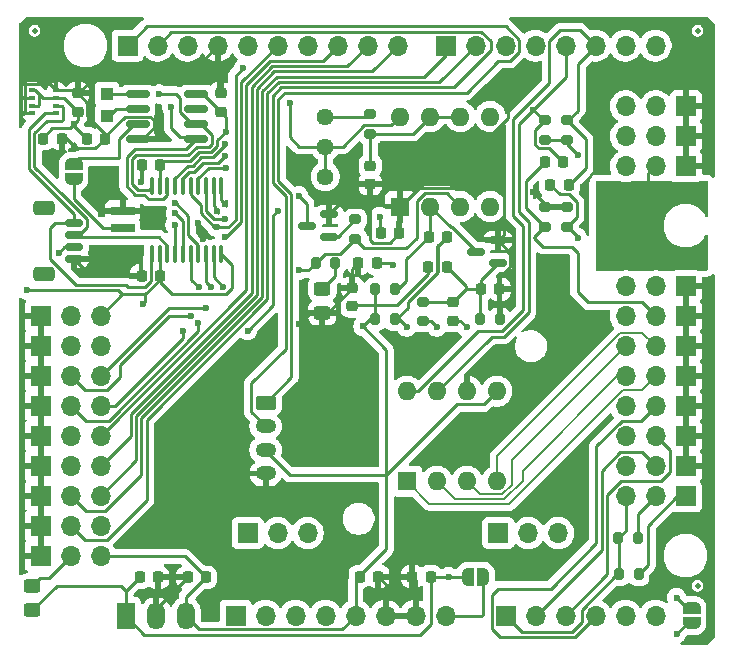
<source format=gbr>
%TF.GenerationSoftware,KiCad,Pcbnew,9.0.7-9.0.7~ubuntu24.04.1*%
%TF.CreationDate,2026-02-14T10:07:45+00:00*%
%TF.ProjectId,ArdynoMon,41726479-6e6f-44d6-9f6e-2e6b69636164,Rev 3.6*%
%TF.SameCoordinates,Original*%
%TF.FileFunction,Copper,L1,Top*%
%TF.FilePolarity,Positive*%
%FSLAX46Y46*%
G04 Gerber Fmt 4.6, Leading zero omitted, Abs format (unit mm)*
G04 Created by KiCad (PCBNEW 9.0.7-9.0.7~ubuntu24.04.1) date 2026-02-14 10:07:45*
%MOMM*%
%LPD*%
G01*
G04 APERTURE LIST*
G04 Aperture macros list*
%AMRoundRect*
0 Rectangle with rounded corners*
0 $1 Rounding radius*
0 $2 $3 $4 $5 $6 $7 $8 $9 X,Y pos of 4 corners*
0 Add a 4 corners polygon primitive as box body*
4,1,4,$2,$3,$4,$5,$6,$7,$8,$9,$2,$3,0*
0 Add four circle primitives for the rounded corners*
1,1,$1+$1,$2,$3*
1,1,$1+$1,$4,$5*
1,1,$1+$1,$6,$7*
1,1,$1+$1,$8,$9*
0 Add four rect primitives between the rounded corners*
20,1,$1+$1,$2,$3,$4,$5,0*
20,1,$1+$1,$4,$5,$6,$7,0*
20,1,$1+$1,$6,$7,$8,$9,0*
20,1,$1+$1,$8,$9,$2,$3,0*%
%AMFreePoly0*
4,1,23,0.500000,-0.750000,0.000000,-0.750000,0.000000,-0.745722,-0.065263,-0.745722,-0.191342,-0.711940,-0.304381,-0.646677,-0.396677,-0.554381,-0.461940,-0.441342,-0.495722,-0.315263,-0.495722,-0.250000,-0.500000,-0.250000,-0.500000,0.250000,-0.495722,0.250000,-0.495722,0.315263,-0.461940,0.441342,-0.396677,0.554381,-0.304381,0.646677,-0.191342,0.711940,-0.065263,0.745722,0.000000,0.745722,
0.000000,0.750000,0.500000,0.750000,0.500000,-0.750000,0.500000,-0.750000,$1*%
%AMFreePoly1*
4,1,23,0.000000,0.745722,0.065263,0.745722,0.191342,0.711940,0.304381,0.646677,0.396677,0.554381,0.461940,0.441342,0.495722,0.315263,0.495722,0.250000,0.500000,0.250000,0.500000,-0.250000,0.495722,-0.250000,0.495722,-0.315263,0.461940,-0.441342,0.396677,-0.554381,0.304381,-0.646677,0.191342,-0.711940,0.065263,-0.745722,0.000000,-0.745722,0.000000,-0.750000,-0.500000,-0.750000,
-0.500000,0.750000,0.000000,0.750000,0.000000,0.745722,0.000000,0.745722,$1*%
G04 Aperture macros list end*
%TA.AperFunction,SMDPad,CuDef*%
%ADD10R,0.500000X0.350000*%
%TD*%
%TA.AperFunction,SMDPad,CuDef*%
%ADD11RoundRect,0.200000X0.275000X-0.200000X0.275000X0.200000X-0.275000X0.200000X-0.275000X-0.200000X0*%
%TD*%
%TA.AperFunction,ComponentPad*%
%ADD12R,1.700000X1.700000*%
%TD*%
%TA.AperFunction,ComponentPad*%
%ADD13O,1.700000X1.700000*%
%TD*%
%TA.AperFunction,SMDPad,CuDef*%
%ADD14RoundRect,0.218750X-0.218750X-0.256250X0.218750X-0.256250X0.218750X0.256250X-0.218750X0.256250X0*%
%TD*%
%TA.AperFunction,SMDPad,CuDef*%
%ADD15RoundRect,0.225000X0.225000X0.250000X-0.225000X0.250000X-0.225000X-0.250000X0.225000X-0.250000X0*%
%TD*%
%TA.AperFunction,SMDPad,CuDef*%
%ADD16RoundRect,0.150000X0.587500X0.150000X-0.587500X0.150000X-0.587500X-0.150000X0.587500X-0.150000X0*%
%TD*%
%TA.AperFunction,SMDPad,CuDef*%
%ADD17RoundRect,0.225000X0.250000X-0.225000X0.250000X0.225000X-0.250000X0.225000X-0.250000X-0.225000X0*%
%TD*%
%TA.AperFunction,SMDPad,CuDef*%
%ADD18C,0.500000*%
%TD*%
%TA.AperFunction,SMDPad,CuDef*%
%ADD19RoundRect,0.250000X-0.450000X0.325000X-0.450000X-0.325000X0.450000X-0.325000X0.450000X0.325000X0*%
%TD*%
%TA.AperFunction,ComponentPad*%
%ADD20R,1.600000X1.600000*%
%TD*%
%TA.AperFunction,ComponentPad*%
%ADD21O,1.600000X1.600000*%
%TD*%
%TA.AperFunction,SMDPad,CuDef*%
%ADD22R,2.000000X0.800000*%
%TD*%
%TA.AperFunction,SMDPad,CuDef*%
%ADD23RoundRect,0.200000X-0.200000X-0.275000X0.200000X-0.275000X0.200000X0.275000X-0.200000X0.275000X0*%
%TD*%
%TA.AperFunction,SMDPad,CuDef*%
%ADD24RoundRect,0.150000X-0.825000X-0.150000X0.825000X-0.150000X0.825000X0.150000X-0.825000X0.150000X0*%
%TD*%
%TA.AperFunction,SMDPad,CuDef*%
%ADD25RoundRect,0.225000X-0.225000X-0.250000X0.225000X-0.250000X0.225000X0.250000X-0.225000X0.250000X0*%
%TD*%
%TA.AperFunction,ComponentPad*%
%ADD26RoundRect,0.250000X-0.625000X0.350000X-0.625000X-0.350000X0.625000X-0.350000X0.625000X0.350000X0*%
%TD*%
%TA.AperFunction,ComponentPad*%
%ADD27O,1.750000X1.200000*%
%TD*%
%TA.AperFunction,SMDPad,CuDef*%
%ADD28RoundRect,0.100000X0.100000X-0.637500X0.100000X0.637500X-0.100000X0.637500X-0.100000X-0.637500X0*%
%TD*%
%TA.AperFunction,SMDPad,CuDef*%
%ADD29FreePoly0,270.000000*%
%TD*%
%TA.AperFunction,SMDPad,CuDef*%
%ADD30FreePoly1,270.000000*%
%TD*%
%TA.AperFunction,SMDPad,CuDef*%
%ADD31RoundRect,0.225000X-0.250000X0.225000X-0.250000X-0.225000X0.250000X-0.225000X0.250000X0.225000X0*%
%TD*%
%TA.AperFunction,SMDPad,CuDef*%
%ADD32RoundRect,0.200000X0.200000X0.275000X-0.200000X0.275000X-0.200000X-0.275000X0.200000X-0.275000X0*%
%TD*%
%TA.AperFunction,SMDPad,CuDef*%
%ADD33RoundRect,0.200000X-0.275000X0.200000X-0.275000X-0.200000X0.275000X-0.200000X0.275000X0.200000X0*%
%TD*%
%TA.AperFunction,SMDPad,CuDef*%
%ADD34FreePoly0,0.000000*%
%TD*%
%TA.AperFunction,SMDPad,CuDef*%
%ADD35FreePoly1,0.000000*%
%TD*%
%TA.AperFunction,SMDPad,CuDef*%
%ADD36RoundRect,0.250000X0.450000X-0.325000X0.450000X0.325000X-0.450000X0.325000X-0.450000X-0.325000X0*%
%TD*%
%TA.AperFunction,SMDPad,CuDef*%
%ADD37R,1.100000X1.050000*%
%TD*%
%TA.AperFunction,SMDPad,CuDef*%
%ADD38RoundRect,0.150000X0.625000X-0.150000X0.625000X0.150000X-0.625000X0.150000X-0.625000X-0.150000X0*%
%TD*%
%TA.AperFunction,SMDPad,CuDef*%
%ADD39RoundRect,0.250000X0.650000X-0.350000X0.650000X0.350000X-0.650000X0.350000X-0.650000X-0.350000X0*%
%TD*%
%TA.AperFunction,ComponentPad*%
%ADD40C,1.440000*%
%TD*%
%TA.AperFunction,ComponentPad*%
%ADD41R,1.500000X2.300000*%
%TD*%
%TA.AperFunction,ComponentPad*%
%ADD42O,1.500000X2.300000*%
%TD*%
%TA.AperFunction,ViaPad*%
%ADD43C,0.600000*%
%TD*%
%TA.AperFunction,Conductor*%
%ADD44C,0.250000*%
%TD*%
%TA.AperFunction,Conductor*%
%ADD45C,0.200000*%
%TD*%
G04 APERTURE END LIST*
D10*
%TO.P,U4,1,GND*%
%TO.N,GND*%
X63562400Y-82532200D03*
%TO.P,U4,2,CSB*%
%TO.N,+3V3*%
X63562400Y-83182200D03*
%TO.P,U4,3,SDI*%
%TO.N,/sda*%
X63562400Y-83832200D03*
%TO.P,U4,4,SCK*%
%TO.N,/scl*%
X63562400Y-84482200D03*
%TO.P,U4,5,SDO*%
%TO.N,GND*%
X61512400Y-84482200D03*
%TO.P,U4,6,VDDIO*%
%TO.N,+3V3*%
X61512400Y-83832200D03*
%TO.P,U4,7,GND*%
%TO.N,GND*%
X61512400Y-83182200D03*
%TO.P,U4,8,VDD*%
%TO.N,+3V3*%
X61512400Y-82532200D03*
%TD*%
D11*
%TO.P,R13,1*%
%TO.N,Net-(D2-K)*%
X106814450Y-94084850D03*
%TO.P,R13,2*%
%TO.N,GND*%
X106814450Y-92434850D03*
%TD*%
D12*
%TO.P,JPR1,1,Pin_1*%
%TO.N,unconnected-(JPR1-Pin_1-Pad1)*%
X79771000Y-120015000D03*
D13*
%TO.P,JPR1,2,Pin_2*%
%TO.N,unconnected-(JPR1-Pin_2-Pad2)*%
X82311000Y-120015000D03*
%TO.P,JPR1,3,Pin_3*%
%TO.N,unconnected-(JPR1-Pin_3-Pad3)*%
X84851000Y-120015000D03*
%TD*%
D12*
%TO.P,J19,1,Pin_1*%
%TO.N,/SCL*%
X69596000Y-78740000D03*
D13*
%TO.P,J19,2,Pin_2*%
%TO.N,/SDA*%
X72136000Y-78740000D03*
%TO.P,J19,3,Pin_3*%
%TO.N,unconnected-(J19-Pin_3-Pad3)*%
X74676000Y-78740000D03*
%TO.P,J19,4,Pin_4*%
%TO.N,GND*%
X77216000Y-78740000D03*
%TO.P,J19,5,Pin_5*%
%TO.N,/D13*%
X79756000Y-78740000D03*
%TO.P,J19,6,Pin_6*%
%TO.N,/D12*%
X82296000Y-78740000D03*
%TO.P,J19,7,Pin_7*%
%TO.N,/D11*%
X84836000Y-78740000D03*
%TO.P,J19,8,Pin_8*%
%TO.N,/D10*%
X87376000Y-78740000D03*
%TO.P,J19,9,Pin_9*%
%TO.N,/D9*%
X89916000Y-78740000D03*
%TO.P,J19,10,Pin_10*%
%TO.N,/CLRX*%
X92456000Y-78740000D03*
%TD*%
D14*
%TO.P,D3,1,K*%
%TO.N,Net-(D3-K)*%
X104909450Y-88624850D03*
%TO.P,D3,2,A*%
%TO.N,/D3*%
X106484450Y-88624850D03*
%TD*%
D15*
%TO.P,C20,1*%
%TO.N,+5V*%
X72329400Y-88827600D03*
%TO.P,C20,2*%
%TO.N,GND*%
X70779400Y-88827600D03*
%TD*%
D16*
%TO.P,Q2,1,B*%
%TO.N,Net-(D1-K)*%
X100935000Y-97133800D03*
%TO.P,Q2,2,E*%
%TO.N,GND*%
X100935000Y-95233800D03*
%TO.P,Q2,3,C*%
%TO.N,Net-(Q2-C)*%
X99060000Y-96183800D03*
%TD*%
D14*
%TO.P,D1,1,K*%
%TO.N,Net-(D1-K)*%
X99509500Y-99358800D03*
%TO.P,D1,2,A*%
%TO.N,GND*%
X101084500Y-99358800D03*
%TD*%
D17*
%TO.P,C12,1*%
%TO.N,+5V*%
X77470000Y-84341000D03*
%TO.P,C12,2*%
%TO.N,GND*%
X77470000Y-82791000D03*
%TD*%
D18*
%TO.P,FID1,*%
%TO.N,*%
X61722000Y-77470000D03*
%TD*%
D12*
%TO.P,JVR1,1,Pin_1*%
%TO.N,GND*%
X116868000Y-106740000D03*
D13*
%TO.P,JVR1,2,Pin_2*%
%TO.N,/VR1-*%
X114328000Y-106740000D03*
%TO.P,JVR1,3,Pin_3*%
%TO.N,/VR1+*%
X111788000Y-106740000D03*
%TD*%
D19*
%TO.P,F1,1*%
%TO.N,/15Vin*%
X61496000Y-124511000D03*
%TO.P,F1,2*%
%TO.N,/VinMon*%
X61496000Y-126561000D03*
%TD*%
D17*
%TO.P,C21,1*%
%TO.N,+3V3*%
X65366600Y-84323200D03*
%TO.P,C21,2*%
%TO.N,GND*%
X65366600Y-82773200D03*
%TD*%
D20*
%TO.P,U1,1,GND*%
%TO.N,GND*%
X92687000Y-92363800D03*
D21*
%TO.P,U1,2,TR*%
%TO.N,Net-(Q2-C)*%
X95227000Y-92363800D03*
%TO.P,U1,3,Q*%
%TO.N,/Strobe*%
X97767000Y-92363800D03*
%TO.P,U1,4,R*%
%TO.N,+5V*%
X100307000Y-92363800D03*
%TO.P,U1,5,CV*%
%TO.N,Net-(U1-CV)*%
X100307000Y-84743800D03*
%TO.P,U1,6,THR*%
%TO.N,Net-(U1-DIS)*%
X97767000Y-84743800D03*
%TO.P,U1,7,DIS*%
X95227000Y-84743800D03*
%TO.P,U1,8,VCC*%
%TO.N,+5V*%
X92687000Y-84743800D03*
%TD*%
D22*
%TO.P,BT1,1,+*%
%TO.N,Net-(BT1-+)*%
X69179898Y-94222000D03*
%TO.P,BT1,2,-*%
%TO.N,GND*%
X69179898Y-92722000D03*
%TD*%
D12*
%TO.P,JD2,1,Pin_1*%
%TO.N,GND*%
X116868000Y-99120000D03*
D13*
%TO.P,JD2,2,Pin_2*%
%TO.N,Net-(D2-K)*%
X114328000Y-99120000D03*
%TO.P,JD2,3,Pin_3*%
%TO.N,+5V*%
X111788000Y-99120000D03*
%TD*%
D12*
%TO.P,JD3,1,Pin_1*%
%TO.N,GND*%
X116868000Y-101660000D03*
D13*
%TO.P,JD3,2,Pin_2*%
%TO.N,Net-(D3-K)*%
X114328000Y-101660000D03*
%TO.P,JD3,3,Pin_3*%
%TO.N,+5V*%
X111788000Y-101660000D03*
%TD*%
D23*
%TO.P,R18,1*%
%TO.N,+5V*%
X90582000Y-99358800D03*
%TO.P,R18,2*%
%TO.N,Net-(Q2-C)*%
X92232000Y-99358800D03*
%TD*%
D11*
%TO.P,R23,1*%
%TO.N,/Strobe*%
X88867000Y-95103800D03*
%TO.P,R23,2*%
%TO.N,Net-(Q3-B)*%
X88867000Y-93453800D03*
%TD*%
D12*
%TO.P,JPR2,1,Pin_1*%
%TO.N,unconnected-(JPR2-Pin_1-Pad1)*%
X100980000Y-120015000D03*
D13*
%TO.P,JPR2,2,Pin_2*%
%TO.N,unconnected-(JPR2-Pin_2-Pad2)*%
X103520000Y-120015000D03*
%TO.P,JPR2,3,Pin_3*%
%TO.N,unconnected-(JPR2-Pin_3-Pad3)*%
X106060000Y-120015000D03*
%TD*%
D24*
%TO.P,U3,1,X1*%
%TO.N,Net-(U3-X1)*%
X70476400Y-82858600D03*
%TO.P,U3,2,X2*%
%TO.N,Net-(U3-X2)*%
X70476400Y-84128600D03*
%TO.P,U3,3,VBAT*%
%TO.N,Net-(#FLG015-pwr)*%
X70476400Y-85398600D03*
%TO.P,U3,4,GND*%
%TO.N,GND*%
X70476400Y-86668600D03*
%TO.P,U3,5,SDA*%
%TO.N,/SDA*%
X75426400Y-86668600D03*
%TO.P,U3,6,SCL*%
%TO.N,/SCL*%
X75426400Y-85398600D03*
%TO.P,U3,7,SQW/OUT*%
%TO.N,unconnected-(U3-SQW{slash}OUT-Pad7)*%
X75426400Y-84128600D03*
%TO.P,U3,8,VCC*%
%TO.N,+5V*%
X75426400Y-82858600D03*
%TD*%
D12*
%TO.P,JDd5,1,Pin_1*%
%TO.N,GND*%
X62245000Y-101600000D03*
D13*
%TO.P,JDd5,2,Pin_2*%
%TO.N,/1w*%
X64785000Y-101600000D03*
%TO.P,JDd5,3,Pin_3*%
%TO.N,+3V3*%
X67325000Y-101600000D03*
%TD*%
D25*
%TO.P,C8,1*%
%TO.N,+5V*%
X91046000Y-94615000D03*
%TO.P,C8,2*%
%TO.N,GND*%
X92596000Y-94615000D03*
%TD*%
D23*
%TO.P,R3,1*%
%TO.N,/Strobe*%
X85512000Y-97155000D03*
%TO.P,R3,2*%
%TO.N,Net-(D30-A)*%
X87162000Y-97155000D03*
%TD*%
D15*
%TO.P,C13,1*%
%TO.N,+5V*%
X76228000Y-123758000D03*
%TO.P,C13,2*%
%TO.N,GND*%
X74678000Y-123758000D03*
%TD*%
%TO.P,C22,1*%
%TO.N,+3V3*%
X72329400Y-98225600D03*
%TO.P,C22,2*%
%TO.N,GND*%
X70779400Y-98225600D03*
%TD*%
D12*
%TO.P,JD23,1,Pin_1*%
%TO.N,GND*%
X62245000Y-109220000D03*
D13*
%TO.P,JD23,2,Pin_2*%
%TO.N,/RXO*%
X64785000Y-109220000D03*
%TO.P,JD23,3,Pin_3*%
%TO.N,/D1*%
X67325000Y-109220000D03*
%TD*%
D15*
%TO.P,C2,1*%
%TO.N,Net-(JTF0-Pin_2)*%
X96627000Y-94913800D03*
%TO.P,C2,2*%
%TO.N,Net-(Q2-C)*%
X95077000Y-94913800D03*
%TD*%
D14*
%TO.P,D2,1,K*%
%TO.N,Net-(D2-K)*%
X105391950Y-90529850D03*
%TO.P,D2,2,A*%
%TO.N,/D2*%
X106966950Y-90529850D03*
%TD*%
D26*
%TO.P,J22,1,Pin_1*%
%TO.N,/SCL*%
X81280000Y-108966000D03*
D27*
%TO.P,J22,2,Pin_2*%
%TO.N,/SDA*%
X81280000Y-110966000D03*
%TO.P,J22,3,Pin_3*%
%TO.N,+5V*%
X81280000Y-112966000D03*
%TO.P,J22,4,Pin_4*%
%TO.N,GND*%
X81280000Y-114966000D03*
%TD*%
D12*
%TO.P,JVR2,1,Pin_1*%
%TO.N,GND*%
X116868000Y-104200000D03*
D13*
%TO.P,JVR2,2,Pin_2*%
%TO.N,/VR2-*%
X114328000Y-104200000D03*
%TO.P,JVR2,3,Pin_3*%
%TO.N,/VR2+*%
X111788000Y-104200000D03*
%TD*%
D11*
%TO.P,R20,1*%
%TO.N,+5V*%
X104909450Y-86719850D03*
%TO.P,R20,2*%
%TO.N,/D3*%
X104909450Y-85069850D03*
%TD*%
D12*
%TO.P,J20,1,Pin_1*%
%TO.N,/CLTX*%
X96520000Y-78740000D03*
D13*
%TO.P,J20,2,Pin_2*%
%TO.N,/ALEDS*%
X99060000Y-78740000D03*
%TO.P,J20,3,Pin_3*%
%TO.N,/1W*%
X101600000Y-78740000D03*
%TO.P,J20,4,Pin_4*%
%TO.N,/D4*%
X104140000Y-78740000D03*
%TO.P,J20,5,Pin_5*%
%TO.N,/D3*%
X106680000Y-78740000D03*
%TO.P,J20,6,Pin_6*%
%TO.N,/D2*%
X109220000Y-78740000D03*
%TO.P,J20,7,Pin_7*%
%TO.N,/D1*%
X111760000Y-78740000D03*
%TO.P,J20,8,Pin_8*%
%TO.N,/D0*%
X114300000Y-78740000D03*
%TD*%
D28*
%TO.P,U2,1,A1*%
%TO.N,/scl*%
X71677400Y-96389100D03*
%TO.P,U2,2,VCCA*%
%TO.N,+3V3*%
X72327400Y-96389100D03*
%TO.P,U2,3,A2*%
%TO.N,/sda*%
X72977400Y-96389100D03*
%TO.P,U2,4,A3*%
%TO.N,/sck*%
X73627400Y-96389100D03*
%TO.P,U2,5,A4*%
%TO.N,/mosi*%
X74277400Y-96389100D03*
%TO.P,U2,6,A5*%
%TO.N,/1w*%
X74927400Y-96389100D03*
%TO.P,U2,7,A6*%
%TO.N,/ss*%
X75577400Y-96389100D03*
%TO.P,U2,8,A7*%
%TO.N,/rx*%
X76227400Y-96389100D03*
%TO.P,U2,9,A8*%
%TO.N,/tx*%
X76877400Y-96389100D03*
%TO.P,U2,10,OE*%
%TO.N,+3V3*%
X77527400Y-96389100D03*
%TO.P,U2,11,GND*%
%TO.N,GND*%
X77527400Y-90664100D03*
%TO.P,U2,12,B8*%
%TO.N,/D1*%
X76877400Y-90664100D03*
%TO.P,U2,13,B7*%
%TO.N,/RXO*%
X76227400Y-90664100D03*
%TO.P,U2,14,B6*%
%TO.N,/D4*%
X75577400Y-90664100D03*
%TO.P,U2,15,B5*%
%TO.N,/1W*%
X74927400Y-90664100D03*
%TO.P,U2,16,B4*%
%TO.N,/D11*%
X74277400Y-90664100D03*
%TO.P,U2,17,B3*%
%TO.N,/D13*%
X73627400Y-90664100D03*
%TO.P,U2,18,B2*%
%TO.N,/SDA*%
X72977400Y-90664100D03*
%TO.P,U2,19,VCCB*%
%TO.N,+5V*%
X72327400Y-90664100D03*
%TO.P,U2,20,B1*%
%TO.N,/SCL*%
X71677400Y-90664100D03*
%TD*%
D17*
%TO.P,C11,1*%
%TO.N,/PCBcap*%
X97122000Y-102038800D03*
%TO.P,C11,2*%
%TO.N,Net-(D1-K)*%
X97122000Y-100488800D03*
%TD*%
D12*
%TO.P,JD10,1,Pin_1*%
%TO.N,GND*%
X62230000Y-111760000D03*
D13*
%TO.P,JD10,2,Pin_2*%
%TO.N,+5V*%
X64770000Y-111760000D03*
%TO.P,JD10,3,Pin_3*%
%TO.N,/D10*%
X67310000Y-111760000D03*
%TD*%
D15*
%TO.P,C5,1*%
%TO.N,Net-(U1-CV)*%
X90691000Y-97155000D03*
%TO.P,C5,2*%
%TO.N,GND*%
X89141000Y-97155000D03*
%TD*%
D17*
%TO.P,C19,1*%
%TO.N,+5V*%
X88623000Y-100808300D03*
%TO.P,C19,2*%
%TO.N,GND*%
X88623000Y-99258300D03*
%TD*%
D18*
%TO.P,FID3,*%
%TO.N,*%
X117856000Y-77470000D03*
%TD*%
D29*
%TO.P,JP1,1,A*%
%TO.N,Net-(JA0-Pin_2)*%
X117348000Y-126350000D03*
D30*
%TO.P,JP1,2,B*%
%TO.N,/VinMon*%
X117348000Y-127650000D03*
%TD*%
D12*
%TO.P,J15,1,Pin_1*%
%TO.N,GND*%
X62230000Y-121920000D03*
D13*
%TO.P,J15,2,Pin_2*%
%TO.N,/15Vin*%
X64770000Y-121920000D03*
%TO.P,J15,3,Pin_3*%
%TO.N,+5V*%
X67310000Y-121920000D03*
%TD*%
D15*
%TO.P,C15,1*%
%TO.N,/VinMon*%
X95263000Y-123698000D03*
%TO.P,C15,2*%
%TO.N,GND*%
X93713000Y-123698000D03*
%TD*%
D12*
%TO.P,JA2,1,Pin_1*%
%TO.N,GND*%
X116868000Y-111820000D03*
D13*
%TO.P,JA2,2,Pin_2*%
%TO.N,/A2*%
X114328000Y-111820000D03*
%TO.P,JA2,3,Pin_3*%
%TO.N,+5V*%
X111788000Y-111820000D03*
%TD*%
D25*
%TO.P,C16,1*%
%TO.N,/VinMon*%
X70627000Y-123758000D03*
%TO.P,C16,2*%
%TO.N,GND*%
X72177000Y-123758000D03*
%TD*%
D12*
%TO.P,JTF0,1,Pin_1*%
%TO.N,GND*%
X116868000Y-86420000D03*
D13*
%TO.P,JTF0,2,Pin_2*%
%TO.N,Net-(JTF0-Pin_2)*%
X114328000Y-86420000D03*
%TO.P,JTF0,3,Pin_3*%
%TO.N,+5V*%
X111788000Y-86420000D03*
%TD*%
D31*
%TO.P,C6,1*%
%TO.N,Net-(U1-DIS)*%
X90137000Y-88918800D03*
%TO.P,C6,2*%
%TO.N,GND*%
X90137000Y-90468800D03*
%TD*%
D32*
%TO.P,R11,1*%
%TO.N,Net-(JA0-Pin_2)*%
X112804000Y-120456000D03*
%TO.P,R11,2*%
%TO.N,/A0*%
X111154000Y-120456000D03*
%TD*%
D14*
%TO.P,D8,1,K*%
%TO.N,+5V*%
X95064500Y-97453800D03*
%TO.P,D8,2,A*%
%TO.N,Net-(D1-K)*%
X96639500Y-97453800D03*
%TD*%
D23*
%TO.P,R17,1*%
%TO.N,Net-(D1-K)*%
X99472000Y-101898800D03*
%TO.P,R17,2*%
%TO.N,GND*%
X101122000Y-101898800D03*
%TD*%
D12*
%TO.P,JTS0,1,Pin_1*%
%TO.N,GND*%
X116868000Y-83880000D03*
D13*
%TO.P,JTS0,2,Pin_2*%
%TO.N,/D3*%
X114328000Y-83880000D03*
%TO.P,JTS0,3,Pin_3*%
%TO.N,/Strobe*%
X111788000Y-83880000D03*
%TD*%
D25*
%TO.P,C14,1*%
%TO.N,+3V3*%
X66154000Y-86614000D03*
%TO.P,C14,2*%
%TO.N,GND*%
X67704000Y-86614000D03*
%TD*%
D20*
%TO.P,J11,1,Pin_1*%
%TO.N,/VR1-*%
X93256000Y-115620000D03*
D21*
%TO.P,J11,2,Pin_2*%
%TO.N,/VR1+*%
X95796000Y-115620000D03*
%TO.P,J11,3,Pin_3*%
%TO.N,/VR2+*%
X98336000Y-115620000D03*
%TO.P,J11,4,Pin_4*%
%TO.N,/VR2-*%
X100876000Y-115620000D03*
%TO.P,J11,5,Pin_5*%
%TO.N,+5V*%
X100876000Y-108000000D03*
%TO.P,J11,6,Pin_6*%
%TO.N,GND*%
X98336000Y-108000000D03*
%TO.P,J11,7,Pin_7*%
%TO.N,/D3*%
X95796000Y-108000000D03*
%TO.P,J11,8,Pin_8*%
%TO.N,/D2*%
X93256000Y-108000000D03*
%TD*%
D25*
%TO.P,C9,1*%
%TO.N,+3V3*%
X62471000Y-86614000D03*
%TO.P,C9,2*%
%TO.N,GND*%
X64021000Y-86614000D03*
%TD*%
D12*
%TO.P,JD78,1,Pin_1*%
%TO.N,GND*%
X62245000Y-116840000D03*
D13*
%TO.P,JD78,2,Pin_2*%
%TO.N,/CLTX*%
X64785000Y-116840000D03*
%TO.P,JD78,3,Pin_3*%
%TO.N,/CLRX*%
X67325000Y-116840000D03*
%TD*%
D25*
%TO.P,C18,1*%
%TO.N,+5V*%
X89268000Y-123698000D03*
%TO.P,C18,2*%
%TO.N,GND*%
X90818000Y-123698000D03*
%TD*%
D12*
%TO.P,JA0,1,Pin_1*%
%TO.N,Net-(JA0-Pin_1)*%
X116868000Y-116900000D03*
D13*
%TO.P,JA0,2,Pin_2*%
%TO.N,Net-(JA0-Pin_2)*%
X114328000Y-116900000D03*
%TO.P,JA0,3,Pin_3*%
%TO.N,/A0*%
X111788000Y-116900000D03*
%TD*%
D12*
%TO.P,JTR0,1,Pin_1*%
%TO.N,GND*%
X116868000Y-88960000D03*
D13*
%TO.P,JTR0,2,Pin_2*%
%TO.N,/PCBcap*%
X114328000Y-88960000D03*
%TO.P,JTR0,3,Pin_3*%
%TO.N,Net-(JTR0-Pin_3)*%
X111788000Y-88960000D03*
%TD*%
D12*
%TO.P,JD9,1,Pin_1*%
%TO.N,GND*%
X62230000Y-114300000D03*
D13*
%TO.P,JD9,2,Pin_2*%
%TO.N,+5V*%
X64770000Y-114300000D03*
%TO.P,JD9,3,Pin_3*%
%TO.N,/D9*%
X67310000Y-114300000D03*
%TD*%
D12*
%TO.P,JA3,1,Pin_1*%
%TO.N,GND*%
X116868000Y-109280000D03*
D13*
%TO.P,JA3,2,Pin_2*%
%TO.N,/A3*%
X114328000Y-109280000D03*
%TO.P,JA3,3,Pin_3*%
%TO.N,+5V*%
X111788000Y-109280000D03*
%TD*%
D12*
%TO.P,JDd23,1,Pin_1*%
%TO.N,GND*%
X62245000Y-106680000D03*
D13*
%TO.P,JDd23,2,Pin_2*%
%TO.N,/rx*%
X64785000Y-106680000D03*
%TO.P,JDd23,3,Pin_3*%
%TO.N,/tx*%
X67325000Y-106680000D03*
%TD*%
D23*
%TO.P,R15,1*%
%TO.N,+5V*%
X90582000Y-101898800D03*
%TO.P,R15,2*%
%TO.N,Net-(JTF0-Pin_2)*%
X92232000Y-101898800D03*
%TD*%
D29*
%TO.P,JP2,1,A*%
%TO.N,Net-(#FLG015-pwr)*%
X65024000Y-88758000D03*
D30*
%TO.P,JP2,2,B*%
%TO.N,Net-(BT1-+)*%
X65024000Y-90058000D03*
%TD*%
D33*
%TO.P,R6,1*%
%TO.N,Net-(JP3-A)*%
X90137000Y-84563800D03*
%TO.P,R6,2*%
%TO.N,Net-(U1-DIS)*%
X90137000Y-86213800D03*
%TD*%
D12*
%TO.P,J17,1,Pin_1*%
%TO.N,unconnected-(J17-Pin_1-Pad1)*%
X78740000Y-127000000D03*
D13*
%TO.P,J17,2,Pin_2*%
%TO.N,unconnected-(J17-Pin_2-Pad2)*%
X81280000Y-127000000D03*
%TO.P,J17,3,Pin_3*%
%TO.N,unconnected-(J17-Pin_3-Pad3)*%
X83820000Y-127000000D03*
%TO.P,J17,4,Pin_4*%
%TO.N,+3V3*%
X86360000Y-127000000D03*
%TO.P,J17,5,Pin_5*%
%TO.N,+5V*%
X88900000Y-127000000D03*
%TO.P,J17,6,Pin_6*%
%TO.N,GND*%
X91440000Y-127000000D03*
%TO.P,J17,7,Pin_7*%
X93980000Y-127000000D03*
%TO.P,J17,8,Pin_8*%
%TO.N,VCC*%
X96520000Y-127000000D03*
%TD*%
D12*
%TO.P,JD6,1,Pin_1*%
%TO.N,GND*%
X62230000Y-119380000D03*
D13*
%TO.P,JD6,2,Pin_2*%
%TO.N,/ALEDS*%
X64770000Y-119380000D03*
%TO.P,JD6,3,Pin_3*%
%TO.N,+5V*%
X67310000Y-119380000D03*
%TD*%
D12*
%TO.P,JD5,1,Pin_1*%
%TO.N,GND*%
X62245000Y-104140000D03*
D13*
%TO.P,JD5,2,Pin_2*%
%TO.N,/1W*%
X64785000Y-104140000D03*
%TO.P,JD5,3,Pin_3*%
%TO.N,+5V*%
X67325000Y-104140000D03*
%TD*%
D34*
%TO.P,JP11,1,A*%
%TO.N,/VinMon*%
X98410000Y-123698000D03*
D35*
%TO.P,JP11,2,B*%
%TO.N,VCC*%
X99710000Y-123698000D03*
%TD*%
D36*
%TO.P,D30,1,K*%
%TO.N,GND*%
X86083000Y-101355000D03*
%TO.P,D30,2,A*%
%TO.N,Net-(D30-A)*%
X86083000Y-99305000D03*
%TD*%
D11*
%TO.P,R16,1*%
%TO.N,Net-(JTR0-Pin_3)*%
X94582000Y-102088800D03*
%TO.P,R16,2*%
%TO.N,Net-(D1-K)*%
X94582000Y-100438800D03*
%TD*%
D12*
%TO.P,J18,1,Pin_1*%
%TO.N,/A0*%
X101600000Y-127000000D03*
D13*
%TO.P,J18,2,Pin_2*%
%TO.N,/A1*%
X104140000Y-127000000D03*
%TO.P,J18,3,Pin_3*%
%TO.N,/A2*%
X106680000Y-127000000D03*
%TO.P,J18,4,Pin_4*%
%TO.N,/A3*%
X109220000Y-127000000D03*
%TO.P,J18,5,Pin_5*%
%TO.N,unconnected-(J18-Pin_5-Pad5)*%
X111760000Y-127000000D03*
%TO.P,J18,6,Pin_6*%
%TO.N,unconnected-(J18-Pin_6-Pad6)*%
X114300000Y-127000000D03*
%TD*%
D37*
%TO.P,Y1,1,1*%
%TO.N,Net-(U3-X2)*%
X67855800Y-84676400D03*
%TO.P,Y1,2,2*%
%TO.N,Net-(U3-X1)*%
X67855800Y-82826400D03*
%TD*%
D16*
%TO.P,Q3,1,B*%
%TO.N,Net-(Q3-B)*%
X86662500Y-94930000D03*
%TO.P,Q3,2,E*%
%TO.N,GND*%
X86662500Y-93030000D03*
%TO.P,Q3,3,C*%
%TO.N,Net-(JPS0-A)*%
X84787500Y-93980000D03*
%TD*%
D11*
%TO.P,R19,1*%
%TO.N,+5V*%
X106814450Y-86719850D03*
%TO.P,R19,2*%
%TO.N,/D2*%
X106814450Y-85069850D03*
%TD*%
%TO.P,R14,1*%
%TO.N,Net-(D3-K)*%
X104909450Y-94084850D03*
%TO.P,R14,2*%
%TO.N,GND*%
X104909450Y-92434850D03*
%TD*%
D38*
%TO.P,J21,1,Pin_1*%
%TO.N,GND*%
X65024000Y-96774000D03*
%TO.P,J21,2,Pin_2*%
%TO.N,+3V3*%
X65024000Y-95774000D03*
%TO.P,J21,3,Pin_3*%
%TO.N,/sda*%
X65024000Y-94774000D03*
%TO.P,J21,4,Pin_4*%
%TO.N,/scl*%
X65024000Y-93774000D03*
D39*
%TO.P,J21,MP*%
%TO.N,N/C*%
X62499000Y-98074000D03*
X62499000Y-92474000D03*
%TD*%
D12*
%TO.P,JA1,1,Pin_1*%
%TO.N,GND*%
X116868000Y-114360000D03*
D13*
%TO.P,JA1,2,Pin_2*%
%TO.N,/A1*%
X114328000Y-114360000D03*
%TO.P,JA1,3,Pin_3*%
%TO.N,+5V*%
X111788000Y-114360000D03*
%TD*%
D23*
%TO.P,R12,1*%
%TO.N,/A0*%
X111217000Y-123504000D03*
%TO.P,R12,2*%
%TO.N,Net-(JA0-Pin_1)*%
X112867000Y-123504000D03*
%TD*%
D18*
%TO.P,FID2,*%
%TO.N,*%
X117856000Y-124460000D03*
%TD*%
D40*
%TO.P,RV6,1,1*%
%TO.N,Net-(JP3-A)*%
X86337000Y-84743800D03*
%TO.P,RV6,2,2*%
%TO.N,+5V*%
X86337000Y-87283800D03*
%TO.P,RV6,3,3*%
X86337000Y-89823800D03*
%TD*%
D41*
%TO.P,U5,1,IN*%
%TO.N,/VinMon*%
X69463000Y-127060000D03*
D42*
%TO.P,U5,2,GND*%
%TO.N,GND*%
X72003000Y-127060000D03*
%TO.P,U5,3,OUT*%
%TO.N,+5V*%
X74543000Y-127060000D03*
%TD*%
D43*
%TO.N,+5V*%
X90932000Y-93218000D03*
X89512000Y-102508800D03*
X107754450Y-87989850D03*
X77904400Y-86033600D03*
X83312000Y-83566000D03*
%TO.N,GND*%
X89691000Y-92171800D03*
X75946000Y-95097600D03*
X100076000Y-86614000D03*
X75539600Y-93726000D03*
X103944450Y-91164850D03*
X65061800Y-87256600D03*
X67310000Y-90170000D03*
X67310000Y-92964000D03*
X70700600Y-96400600D03*
X84103000Y-102331800D03*
X67310000Y-80899000D03*
X77853600Y-92129600D03*
X86868000Y-124206000D03*
X70700600Y-90304600D03*
X102108000Y-81280000D03*
X93218000Y-104902000D03*
%TO.N,+3V3*%
X63754000Y-96266000D03*
X70866000Y-100584000D03*
X65061800Y-85377000D03*
X61112400Y-99466400D03*
%TO.N,/D3*%
X103944450Y-84179850D03*
%TO.N,/D12*%
X77825600Y-94945200D03*
%TO.N,/1W*%
X79375000Y-80645000D03*
X77142400Y-94110800D03*
%TO.N,/1w*%
X75618400Y-99140000D03*
%TO.N,/SCL*%
X72265600Y-82833200D03*
%TO.N,/SDA*%
X73291400Y-83900000D03*
%TO.N,/rx*%
X76634400Y-99140000D03*
X74930000Y-101600000D03*
%TO.N,/D13*%
X77863400Y-87049600D03*
%TO.N,Net-(JTF0-Pin_2)*%
X93247000Y-102585800D03*
%TO.N,/PCBcap*%
X98327000Y-102585800D03*
%TO.N,/Strobe*%
X84103000Y-97759800D03*
%TO.N,Net-(JA0-Pin_2)*%
X116078000Y-125476000D03*
%TO.N,Net-(JTR0-Pin_3)*%
X95787000Y-102585800D03*
%TO.N,/tx*%
X77701200Y-99140000D03*
X76200000Y-100965000D03*
%TO.N,/D4*%
X77904400Y-89081600D03*
%TO.N,/mosi*%
X73637200Y-92942400D03*
%TO.N,/sck*%
X73586400Y-93907600D03*
%TO.N,/ss*%
X73637200Y-92078800D03*
%TO.N,/D11*%
X77863400Y-88065600D03*
%TO.N,/D1*%
X79756000Y-102870000D03*
X74295000Y-102870000D03*
X82296000Y-92710000D03*
X77142400Y-92739200D03*
%TO.N,Net-(U1-CV)*%
X92075000Y-97282000D03*
%TO.N,Net-(D2-K)*%
X107696000Y-94996000D03*
%TO.N,/RXO*%
X77853600Y-93450400D03*
X75565000Y-102235000D03*
%TO.N,Net-(JPS0-A)*%
X84074000Y-91440000D03*
%TO.N,/VinMon*%
X116078000Y-128524000D03*
X96774000Y-123698000D03*
%TD*%
D44*
%TO.N,+5V*%
X91502000Y-115824000D02*
X91502000Y-104498800D01*
X86337000Y-89823800D02*
X86337000Y-87283800D01*
X90582000Y-101898800D02*
X90582000Y-100730800D01*
X89268000Y-123698000D02*
X89268000Y-123584000D01*
X92433000Y-100730800D02*
X95064500Y-98099300D01*
X74915200Y-88477600D02*
X75649200Y-87743600D01*
X77904400Y-86033600D02*
X77176400Y-86761600D01*
X87725000Y-128175000D02*
X75658000Y-128175000D01*
X72329400Y-88827600D02*
X72679400Y-88477600D01*
X97501000Y-109125000D02*
X99751000Y-109125000D01*
X91440000Y-115062000D02*
X83312000Y-115062000D01*
X91502000Y-115124000D02*
X97501000Y-109125000D01*
X88694000Y-100730800D02*
X90582000Y-100730800D01*
X74543000Y-125443000D02*
X74543000Y-127060000D01*
X75987600Y-82858600D02*
X77470000Y-84341000D01*
X77176400Y-86761600D02*
X77176400Y-87226396D01*
X89268000Y-123584000D02*
X91502000Y-121350000D01*
X88900000Y-124066000D02*
X89268000Y-123698000D01*
X99751000Y-109125000D02*
X100876000Y-108000000D01*
X76228000Y-123758000D02*
X74543000Y-125443000D01*
X81280000Y-113030000D02*
X81280000Y-112966000D01*
X67338000Y-121980000D02*
X74450000Y-121980000D01*
X90582000Y-100730800D02*
X90582000Y-99358800D01*
X83312000Y-115062000D02*
X81280000Y-113030000D01*
X88900000Y-127000000D02*
X88900000Y-124066000D01*
X89644538Y-85488800D02*
X87849538Y-87283800D01*
X88900000Y-127000000D02*
X87725000Y-128175000D01*
X76659196Y-87743600D02*
X75649200Y-87743600D01*
X91502000Y-115124000D02*
X91440000Y-115062000D01*
X75658000Y-128175000D02*
X74543000Y-127060000D01*
X87849538Y-87283800D02*
X86337000Y-87283800D01*
X90582000Y-100730800D02*
X92433000Y-100730800D01*
X84123800Y-87283800D02*
X83312000Y-86472000D01*
X104909450Y-86719850D02*
X106814450Y-86719850D01*
X90122000Y-101898800D02*
X89512000Y-102508800D01*
X77904400Y-86033600D02*
X77904400Y-84775400D01*
X92687000Y-84743800D02*
X91942000Y-85488800D01*
X72327400Y-90664100D02*
X72327400Y-88829600D01*
X95064500Y-98099300D02*
X95064500Y-97453800D01*
X91502000Y-115824000D02*
X91502000Y-115124000D01*
X91502000Y-104498800D02*
X89512000Y-102508800D01*
X91502000Y-121350000D02*
X91502000Y-115824000D01*
X72679400Y-88477600D02*
X74915200Y-88477600D01*
X106814450Y-86719850D02*
X106814450Y-87049850D01*
X77904400Y-84775400D02*
X77470000Y-84341000D01*
X106814450Y-87049850D02*
X107754450Y-87989850D01*
X86337000Y-87283800D02*
X84123800Y-87283800D01*
X74450000Y-121980000D02*
X76228000Y-123758000D01*
X77176400Y-87226396D02*
X76659196Y-87743600D01*
X91942000Y-85488800D02*
X89644538Y-85488800D01*
X83312000Y-86472000D02*
X83312000Y-83566000D01*
X90932000Y-93218000D02*
X90932000Y-94501000D01*
X90582000Y-101898800D02*
X90122000Y-101898800D01*
%TO.N,GND*%
X104909450Y-92129850D02*
X104909450Y-92434850D01*
X65061800Y-87256600D02*
X65260600Y-87256600D01*
X60937400Y-82032200D02*
X60945400Y-82024200D01*
X101122000Y-101898800D02*
X101122000Y-99396300D01*
X71511951Y-84767400D02*
X71818200Y-85073649D01*
X101997500Y-96296300D02*
X100935000Y-95233800D01*
X70700600Y-90304600D02*
X70700600Y-88906400D01*
X61012400Y-84482200D02*
X60937400Y-84407200D01*
X77216000Y-78740000D02*
X75057000Y-80899000D01*
X116868000Y-83880000D02*
X116868000Y-86420000D01*
X84644900Y-101789900D02*
X85079800Y-101355000D01*
X61012400Y-83182200D02*
X61512400Y-83182200D01*
X90137000Y-92617800D02*
X89691000Y-92171800D01*
X62273000Y-111760000D02*
X62273000Y-114257000D01*
X116868000Y-101660000D02*
X116868000Y-99120000D01*
X60937400Y-83257200D02*
X61012400Y-83182200D01*
X116868000Y-86420000D02*
X116868000Y-88960000D01*
X98436800Y-86614000D02*
X100076000Y-86614000D01*
X86662500Y-93030000D02*
X87520700Y-92171800D01*
X101997500Y-97480551D02*
X101997500Y-96296300D01*
X90137000Y-95157800D02*
X90394200Y-95415000D01*
X85079800Y-101355000D02*
X86083000Y-101355000D01*
X100898000Y-90788800D02*
X101320600Y-91211400D01*
X69179898Y-92722000D02*
X67552000Y-92722000D01*
X60945400Y-82024200D02*
X63054400Y-82024200D01*
X116868000Y-111820000D02*
X116868000Y-109280000D01*
X74678000Y-123758000D02*
X72003000Y-126433000D01*
X61012400Y-83182200D02*
X60937400Y-83107200D01*
X93980000Y-123965000D02*
X93980000Y-127000000D01*
X77527400Y-90664100D02*
X77527400Y-91803400D01*
X103944450Y-91164850D02*
X104909450Y-92129850D01*
X70700600Y-96400600D02*
X70700600Y-98146800D01*
X69353004Y-84767400D02*
X71511951Y-84767400D01*
X90394200Y-95415000D02*
X91796000Y-95415000D01*
X101813000Y-81575000D02*
X102108000Y-81280000D01*
X71818200Y-85073649D02*
X71818200Y-85703551D01*
X89691000Y-92171800D02*
X89691000Y-92209800D01*
X65024000Y-96774000D02*
X66475600Y-98225600D01*
X72003000Y-123932000D02*
X72003000Y-127060000D01*
X91440000Y-127000000D02*
X91440000Y-124320000D01*
X87520700Y-92171800D02*
X89691000Y-92171800D01*
X92687000Y-92363800D02*
X94262000Y-90788800D01*
X65252200Y-87447000D02*
X65061800Y-87256600D01*
X66475600Y-98225600D02*
X70779400Y-98225600D01*
X61512400Y-84482200D02*
X61012400Y-84482200D01*
X100076000Y-86614000D02*
X100115991Y-86525800D01*
X60937400Y-84407200D02*
X60937400Y-83257200D01*
X62288000Y-109280000D02*
X62288000Y-111745000D01*
X116868000Y-106740000D02*
X116868000Y-104200000D01*
X66166600Y-83573200D02*
X65366600Y-82773200D01*
X94262000Y-90788800D02*
X100898000Y-90788800D01*
X91468000Y-127060000D02*
X94008000Y-127060000D01*
X86526300Y-101355000D02*
X88623000Y-99258300D01*
X62245000Y-116840000D02*
X62245000Y-119427000D01*
X88623000Y-99258300D02*
X88623000Y-97673000D01*
X90137000Y-95157800D02*
X90137000Y-92617800D01*
X84644900Y-101789900D02*
X84103000Y-102331800D01*
X91440000Y-124320000D02*
X90818000Y-123698000D01*
X64346800Y-86541600D02*
X65061800Y-87256600D01*
X66871000Y-87447000D02*
X67704000Y-86614000D01*
X70700600Y-96400600D02*
X70779400Y-96474200D01*
X101432000Y-91322800D02*
X101432000Y-94736800D01*
X67704000Y-86614000D02*
X67704000Y-86249600D01*
X101084500Y-98393551D02*
X101997500Y-97480551D01*
X90137000Y-91725800D02*
X89691000Y-92171800D01*
X65252200Y-87447000D02*
X66871000Y-87447000D01*
X88623000Y-97673000D02*
X89141000Y-97155000D01*
X75057000Y-80899000D02*
X67310000Y-80899000D01*
X67552000Y-92722000D02*
X67310000Y-92964000D01*
X62230000Y-114300000D02*
X62230000Y-116825000D01*
X75539600Y-94691200D02*
X75946000Y-95097600D01*
X92687000Y-92363800D02*
X92687000Y-94524000D01*
X67310000Y-92964000D02*
X67310000Y-90170000D01*
X77527400Y-91803400D02*
X77853600Y-92129600D01*
X62273000Y-106740000D02*
X62273000Y-109265000D01*
X116868000Y-114360000D02*
X116868000Y-111820000D01*
X91796000Y-95415000D02*
X92596000Y-94615000D01*
X101813000Y-84828791D02*
X101813000Y-81575000D01*
X60937400Y-83107200D02*
X60937400Y-82032200D01*
X63562400Y-82532200D02*
X65125600Y-82532200D01*
X77216000Y-82537000D02*
X77216000Y-78740000D01*
X62230000Y-104140000D02*
X62230000Y-101600000D01*
X100115991Y-86525800D02*
X101813000Y-84828791D01*
X62258000Y-119440000D02*
X62258000Y-121980000D01*
X92687000Y-92363800D02*
X98436800Y-86614000D01*
X65435800Y-82773200D02*
X67310000Y-80899000D01*
X101320600Y-91211400D02*
X101432000Y-91322800D01*
X116868000Y-109280000D02*
X116868000Y-106740000D01*
X90137000Y-90468800D02*
X90137000Y-91725800D01*
X66166600Y-84712200D02*
X66166600Y-83573200D01*
X104909450Y-92434850D02*
X106814450Y-92434850D01*
X63054400Y-82024200D02*
X63562400Y-82532200D01*
X101432000Y-94736800D02*
X100935000Y-95233800D01*
X116868000Y-104200000D02*
X116868000Y-101660000D01*
X67704000Y-86249600D02*
X66166600Y-84712200D01*
X71818200Y-85703551D02*
X70853151Y-86668600D01*
X75539600Y-93726000D02*
X75539600Y-94691200D01*
X62273000Y-104200000D02*
X62273000Y-106740000D01*
X67704000Y-86416404D02*
X69353004Y-84767400D01*
X101084500Y-99358800D02*
X101084500Y-98393551D01*
%TO.N,/A0*%
X107200334Y-128401000D02*
X108045000Y-127556334D01*
X102969000Y-128401000D02*
X107200334Y-128401000D01*
X111217000Y-123504000D02*
X111217000Y-120519000D01*
X101628000Y-127060000D02*
X102969000Y-128401000D01*
X108045000Y-127556334D02*
X108045000Y-126513299D01*
X108045000Y-126513299D02*
X111054299Y-123504000D01*
X111788000Y-119822000D02*
X111788000Y-116900000D01*
X111154000Y-120456000D02*
X111788000Y-119822000D01*
%TO.N,/A1*%
X113153000Y-113185000D02*
X111286600Y-113185000D01*
X104140000Y-127000000D02*
X109728000Y-121412000D01*
X109728000Y-121412000D02*
X109728000Y-114743600D01*
X109728000Y-114743600D02*
X111286600Y-113185000D01*
X114328000Y-114360000D02*
X113153000Y-113185000D01*
%TO.N,/A2*%
X110211149Y-123468851D02*
X106680000Y-127000000D01*
X115503000Y-112995000D02*
X114328000Y-111820000D01*
X110211149Y-116815149D02*
X111396299Y-115630000D01*
X110211149Y-116815149D02*
X110211149Y-123468851D01*
X115503000Y-114846701D02*
X115503000Y-112995000D01*
X111396299Y-115630000D02*
X114719701Y-115630000D01*
X114719701Y-115630000D02*
X115503000Y-114846701D01*
%TO.N,/A3*%
X111447099Y-110499200D02*
X113108800Y-110499200D01*
X107457000Y-128851000D02*
X101101000Y-128851000D01*
X113108800Y-110499200D02*
X114328000Y-109280000D01*
X105410000Y-124714000D02*
X109278000Y-120846000D01*
X109248000Y-127060000D02*
X107457000Y-128851000D01*
X101101000Y-128851000D02*
X100425000Y-128175000D01*
X100425000Y-128175000D02*
X100425000Y-125222000D01*
X100425000Y-125222000D02*
X100933000Y-124714000D01*
X109278000Y-112668300D02*
X111447099Y-110499200D01*
X109278000Y-120846000D02*
X109278000Y-112668300D01*
X100933000Y-124714000D02*
X105410000Y-124714000D01*
%TO.N,+3V3*%
X78427800Y-99297284D02*
X77960084Y-99765000D01*
X65061800Y-85377000D02*
X65061800Y-85521800D01*
X78427800Y-97289500D02*
X78427800Y-99297284D01*
X65061800Y-85521800D02*
X66154000Y-86614000D01*
X65366600Y-84323200D02*
X65366600Y-85072200D01*
X62087400Y-83757200D02*
X62087400Y-82859800D01*
X64225600Y-83182200D02*
X65366600Y-84323200D01*
X64697200Y-85741600D02*
X65061800Y-85377000D01*
X61512400Y-83832200D02*
X62012400Y-83832200D01*
X77960084Y-99765000D02*
X73327516Y-99765000D01*
X61112400Y-99466400D02*
X68803200Y-99466400D01*
X62087400Y-82859800D02*
X62409800Y-83182200D01*
X77527400Y-96389100D02*
X78427800Y-97289500D01*
X63197400Y-85741600D02*
X64697200Y-85741600D01*
X72329400Y-98225600D02*
X72329400Y-96391100D01*
X64246000Y-95774000D02*
X63754000Y-96266000D01*
X61759800Y-82532200D02*
X61512400Y-82532200D01*
X69123400Y-99786600D02*
X71107613Y-99786600D01*
X62397400Y-86541600D02*
X63197400Y-85741600D01*
X71107613Y-99786600D02*
X71107613Y-100342387D01*
X71107613Y-100342387D02*
X70866000Y-100584000D01*
X63562400Y-83182200D02*
X64225600Y-83182200D01*
X67310000Y-101600000D02*
X69123400Y-99786600D01*
X65366600Y-85072200D02*
X65061800Y-85377000D01*
X62409800Y-83182200D02*
X63562400Y-83182200D01*
X62087400Y-82859800D02*
X61759800Y-82532200D01*
X72329400Y-98564813D02*
X71107613Y-99786600D01*
X65024000Y-95774000D02*
X64246000Y-95774000D01*
X62012400Y-83832200D02*
X62087400Y-83757200D01*
X72329400Y-98766884D02*
X72329400Y-98225600D01*
X73327516Y-99765000D02*
X72329400Y-98766884D01*
X68803200Y-99466400D02*
X69123400Y-99786600D01*
%TO.N,Net-(Q2-C)*%
X93195000Y-96795800D02*
X95077000Y-94913800D01*
X99060000Y-96093983D02*
X99060000Y-96183800D01*
X93195000Y-98698800D02*
X93195000Y-96795800D01*
X96977000Y-94113800D02*
X95227000Y-92363800D01*
X97079817Y-94113800D02*
X99060000Y-96093983D01*
X96977000Y-94113800D02*
X97079817Y-94113800D01*
X92232000Y-99358800D02*
X92535000Y-99358800D01*
X95227000Y-94763800D02*
X95227000Y-92363800D01*
X92535000Y-99358800D02*
X93195000Y-98698800D01*
%TO.N,/D2*%
X101308262Y-102930000D02*
X103113000Y-101125262D01*
X107754450Y-80293550D02*
X107754450Y-84179850D01*
X93256000Y-108000000D02*
X94205009Y-108000000D01*
X106215666Y-77459000D02*
X107907000Y-77459000D01*
X103113000Y-101125262D02*
X103113000Y-93980000D01*
X109248000Y-78800000D02*
X107754450Y-80293550D01*
X103113000Y-93980000D02*
X102263000Y-93130000D01*
X108379450Y-86634850D02*
X108379450Y-89117350D01*
X99275009Y-102930000D02*
X101308262Y-102930000D01*
X102263000Y-93130000D02*
X102263000Y-84935000D01*
X94205009Y-108000000D02*
X99275009Y-102930000D01*
X105315000Y-78359666D02*
X106215666Y-77459000D01*
X107696000Y-84201000D02*
X107696000Y-84238300D01*
X108379450Y-89117350D02*
X106966950Y-90529850D01*
X105315000Y-81883000D02*
X105315000Y-78359666D01*
X102263000Y-84935000D02*
X105315000Y-81883000D01*
X107907000Y-77459000D02*
X109248000Y-78800000D01*
X107696000Y-84238300D02*
X106864450Y-85069850D01*
X107754450Y-84179850D02*
X107733300Y-84201000D01*
X106814450Y-85069850D02*
X108379450Y-86634850D01*
X107733300Y-84201000D02*
X107696000Y-84201000D01*
%TO.N,/D3*%
X104109450Y-87137312D02*
X104416988Y-87444850D01*
X104834450Y-85069850D02*
X103944450Y-84179850D01*
X103563000Y-93657000D02*
X102713000Y-92807000D01*
X102713000Y-85411300D02*
X103944450Y-84179850D01*
X101494658Y-103380000D02*
X103563000Y-101311658D01*
X106708000Y-81416300D02*
X103944450Y-84179850D01*
X105304450Y-87444850D02*
X106484450Y-88624850D01*
X106708000Y-78800000D02*
X106708000Y-81416300D01*
X102713000Y-92807000D02*
X102713000Y-85411300D01*
X104909450Y-85069850D02*
X104109450Y-85869850D01*
X100416000Y-103380000D02*
X101494658Y-103380000D01*
X95796000Y-108000000D02*
X100416000Y-103380000D01*
X103563000Y-101311658D02*
X103563000Y-93657000D01*
X104416988Y-87444850D02*
X105304450Y-87444850D01*
X104109450Y-85869850D02*
X104109450Y-87137312D01*
%TO.N,Net-(D1-K)*%
X98252000Y-99358800D02*
X98252000Y-99066300D01*
X97122000Y-100488800D02*
X98252000Y-99358800D01*
X99472000Y-101898800D02*
X99472000Y-99396300D01*
X99509500Y-99358800D02*
X99509500Y-98559300D01*
X98252000Y-99358800D02*
X99509500Y-99358800D01*
X94582000Y-100438800D02*
X97072000Y-100438800D01*
X99509500Y-98559300D02*
X100935000Y-97133800D01*
X98252000Y-99066300D02*
X96639500Y-97453800D01*
%TO.N,/D12*%
X79190000Y-81846000D02*
X82296000Y-78740000D01*
X77906996Y-94945200D02*
X79190000Y-93662196D01*
X79190000Y-93662196D02*
X79190000Y-81846000D01*
X77825600Y-94945200D02*
X77906996Y-94945200D01*
%TO.N,/D9*%
X81848792Y-80460000D02*
X88196000Y-80460000D01*
X67310000Y-114300000D02*
X69850000Y-111760000D01*
X69850000Y-111760000D02*
X69850000Y-109899396D01*
X88196000Y-80460000D02*
X89916000Y-78740000D01*
X80090000Y-82218792D02*
X81848792Y-80460000D01*
X69850000Y-109899396D02*
X80090000Y-99659396D01*
X80090000Y-99659396D02*
X80090000Y-82218792D01*
%TO.N,VCC*%
X99710000Y-126858000D02*
X99568000Y-127000000D01*
X96520000Y-127000000D02*
X99568000Y-127000000D01*
X99710000Y-123698000D02*
X99710000Y-126858000D01*
%TO.N,/15Vin*%
X64798000Y-121980000D02*
X62953000Y-123825000D01*
X62182000Y-123825000D02*
X61496000Y-124511000D01*
X62953000Y-123825000D02*
X62182000Y-123825000D01*
%TO.N,/1W*%
X78740000Y-81280000D02*
X79375000Y-80645000D01*
X77142400Y-94110800D02*
X78105000Y-94110800D01*
X78105000Y-94110800D02*
X78740000Y-93475800D01*
X75777400Y-92945280D02*
X75777400Y-92202641D01*
X76942920Y-94110800D02*
X75777400Y-92945280D01*
X78740000Y-93475800D02*
X78740000Y-81280000D01*
X77142400Y-94110800D02*
X76942920Y-94110800D01*
X74927400Y-91352641D02*
X74927400Y-90664100D01*
X75777400Y-92202641D02*
X74927400Y-91352641D01*
%TO.N,/1w*%
X75001600Y-98574000D02*
X75618400Y-99190800D01*
X75001600Y-96463300D02*
X75001600Y-98574000D01*
%TO.N,/SCL*%
X70004400Y-88780600D02*
X70004400Y-88349783D01*
X102775000Y-79248000D02*
X102013000Y-80010000D01*
X82340000Y-90170000D02*
X83449000Y-91279000D01*
X76726400Y-86321849D02*
X75803151Y-85398600D01*
X100998000Y-80010000D02*
X98298000Y-82710000D01*
X70004400Y-88780600D02*
X69982200Y-88802800D01*
X72265600Y-82833200D02*
X73670800Y-82833200D01*
X71221000Y-77115000D02*
X101636701Y-77115000D01*
X102775000Y-78253299D02*
X102775000Y-79248000D01*
X83449000Y-91279000D02*
X83449000Y-106797000D01*
X70326583Y-88027600D02*
X74703796Y-88027600D01*
X69982200Y-88802800D02*
X69982200Y-90470084D01*
X76726400Y-87040000D02*
X76726400Y-86321849D01*
X82340000Y-83268000D02*
X82340000Y-90170000D01*
X74053400Y-83192600D02*
X73682400Y-82821600D01*
X101636701Y-77115000D02*
X102775000Y-78253299D01*
X74703796Y-88027600D02*
X75437796Y-87293600D01*
X73670800Y-82833200D02*
X73682400Y-82821600D01*
X74053400Y-84402351D02*
X74053400Y-83192600D01*
X102013000Y-80010000D02*
X100998000Y-80010000D01*
X75049649Y-85398600D02*
X74053400Y-84402351D01*
X83449000Y-106797000D02*
X81280000Y-108966000D01*
X82898000Y-82710000D02*
X82340000Y-83268000D01*
X69982200Y-90470084D02*
X70441716Y-90929600D01*
X70004400Y-88349783D02*
X70326583Y-88027600D01*
X76472800Y-87293600D02*
X76726400Y-87040000D01*
X70441716Y-90929600D02*
X71411900Y-90929600D01*
X71411900Y-90929600D02*
X71677400Y-90664100D01*
X69596000Y-78740000D02*
X71221000Y-77115000D01*
X98298000Y-82710000D02*
X82898000Y-82710000D01*
X75437796Y-87293600D02*
X76472800Y-87293600D01*
%TO.N,/SDA*%
X82999000Y-104394000D02*
X80080000Y-107313000D01*
X73291400Y-83900000D02*
X73291400Y-85732600D01*
X82594376Y-82260000D02*
X81890000Y-82964376D01*
X72977400Y-90664100D02*
X72977400Y-91352641D01*
X72977400Y-91352641D02*
X72603441Y-91726600D01*
X70207187Y-87510600D02*
X74584400Y-87510600D01*
X97201701Y-82260000D02*
X82594376Y-82260000D01*
X72603441Y-91726600D02*
X71374000Y-91726600D01*
X74053400Y-86494600D02*
X73291400Y-85732600D01*
X69532200Y-90656480D02*
X69532200Y-88185587D01*
X75252400Y-86494600D02*
X74053400Y-86494600D01*
X81890000Y-90356396D02*
X82999000Y-91465396D01*
X74584400Y-87510600D02*
X75426400Y-86668600D01*
X70255320Y-91379600D02*
X69532200Y-90656480D01*
X80080000Y-107313000D02*
X80080000Y-109766000D01*
X82999000Y-91465396D02*
X82999000Y-104394000D01*
X72136000Y-78740000D02*
X73311000Y-77565000D01*
X69532200Y-88185587D02*
X70207187Y-87510600D01*
X73311000Y-77565000D02*
X99546701Y-77565000D01*
X99546701Y-77565000D02*
X100330000Y-78348299D01*
X100330000Y-79131701D02*
X97201701Y-82260000D01*
X80080000Y-109766000D02*
X81280000Y-110966000D01*
X81890000Y-82964376D02*
X81890000Y-90356396D01*
X100330000Y-78348299D02*
X100330000Y-79131701D01*
X71027000Y-91379600D02*
X70255320Y-91379600D01*
X71374000Y-91726600D02*
X71027000Y-91379600D01*
%TO.N,/scl*%
X71554400Y-96512100D02*
X71554400Y-98703417D01*
X63012173Y-94213827D02*
X63452000Y-93774000D01*
X69596000Y-99161600D02*
X71096217Y-99161600D01*
X65254573Y-99016400D02*
X63012173Y-96774000D01*
X71096217Y-99161600D02*
X71554400Y-98703417D01*
X69450800Y-99016400D02*
X65254573Y-99016400D01*
X71677400Y-96389100D02*
X71554400Y-96512100D01*
X63562400Y-84482200D02*
X62587400Y-84482200D01*
X63452000Y-93774000D02*
X65024000Y-93774000D01*
X65024000Y-92964000D02*
X65024000Y-93774000D01*
X69596000Y-99161600D02*
X69450800Y-99016400D01*
X61246000Y-89186000D02*
X65024000Y-92964000D01*
X63012173Y-96774000D02*
X63012173Y-94213827D01*
X62587400Y-84482200D02*
X61246000Y-85823600D01*
X61246000Y-85823600D02*
X61246000Y-89186000D01*
%TO.N,/sda*%
X65197000Y-94947000D02*
X72223841Y-94947000D01*
X64199553Y-91502802D02*
X66124000Y-93427249D01*
X64137400Y-84960600D02*
X64008000Y-85090000D01*
X64137400Y-83949400D02*
X64137400Y-84960600D01*
X61696000Y-86136183D02*
X61696000Y-88999604D01*
X62742183Y-85090000D02*
X61696000Y-86136183D01*
X64020200Y-83832200D02*
X64137400Y-83949400D01*
X64008000Y-85090000D02*
X62742183Y-85090000D01*
X66124000Y-94120751D02*
X65470751Y-94774000D01*
X72977400Y-95700559D02*
X72977400Y-96389100D01*
X61696000Y-88999604D02*
X64199198Y-91502802D01*
X64199198Y-91502802D02*
X64199553Y-91502802D01*
X63562400Y-83832200D02*
X64020200Y-83832200D01*
X72223841Y-94947000D02*
X72977400Y-95700559D01*
X66124000Y-93427249D02*
X66124000Y-94120751D01*
%TO.N,/rx*%
X65988000Y-107915000D02*
X64813000Y-106740000D01*
X76227400Y-96389100D02*
X76227400Y-98733000D01*
X74930000Y-101600000D02*
X73129396Y-101600000D01*
X76227400Y-98733000D02*
X76634400Y-99140000D01*
X73129396Y-101600000D02*
X68949698Y-105779698D01*
X68949698Y-106805003D02*
X67839701Y-107915000D01*
X67839701Y-107915000D02*
X65988000Y-107915000D01*
X68949698Y-105779698D02*
X68949698Y-106805003D01*
%TO.N,/D13*%
X73627400Y-90664100D02*
X73627400Y-89975559D01*
X77863400Y-87175792D02*
X76845592Y-88193600D01*
X75101596Y-88927600D02*
X75835596Y-88193600D01*
X73627400Y-89975559D02*
X74675359Y-88927600D01*
X74675359Y-88927600D02*
X75101596Y-88927600D01*
X75835596Y-88193600D02*
X76845592Y-88193600D01*
X77863400Y-87049600D02*
X77863400Y-87175792D01*
%TO.N,Net-(JTF0-Pin_2)*%
X95877000Y-97926338D02*
X95877000Y-95663800D01*
X92232000Y-101898800D02*
X92560000Y-101898800D01*
X93322000Y-100478196D02*
X95877000Y-97923196D01*
X95877000Y-95663800D02*
X96627000Y-94913800D01*
X92560000Y-101898800D02*
X93247000Y-102585800D01*
X95827000Y-95713800D02*
X95827000Y-97976338D01*
X96627000Y-94913800D02*
X95827000Y-95713800D01*
X95877000Y-97923196D02*
X95877000Y-95663800D01*
X93322000Y-100934800D02*
X93322000Y-100478196D01*
X92358000Y-101898800D02*
X93322000Y-100934800D01*
X93322000Y-100481338D02*
X95877000Y-97926338D01*
%TO.N,/PCBcap*%
X97780000Y-102038800D02*
X98327000Y-102585800D01*
X97122000Y-102038800D02*
X97780000Y-102038800D01*
X113665000Y-89535000D02*
X113665000Y-93980000D01*
X114240000Y-88960000D02*
X113665000Y-89535000D01*
%TO.N,Net-(JA0-Pin_1)*%
X113665000Y-119380000D02*
X113665000Y-122706000D01*
X113665000Y-122706000D02*
X112867000Y-123504000D01*
X116145000Y-116900000D02*
X113665000Y-119380000D01*
%TO.N,/D10*%
X79640000Y-99473000D02*
X79640000Y-82032396D01*
X67353000Y-111760000D02*
X79640000Y-99473000D01*
X79640000Y-82032396D02*
X81662396Y-80010000D01*
X86106000Y-80010000D02*
X87376000Y-78740000D01*
X81662396Y-80010000D02*
X86106000Y-80010000D01*
%TO.N,/Strobe*%
X85512000Y-97155000D02*
X86312000Y-96355000D01*
X96642000Y-91238800D02*
X97767000Y-92363800D01*
X84907200Y-97759800D02*
X85512000Y-97155000D01*
X94102000Y-94997800D02*
X94102000Y-91897809D01*
X86312000Y-96355000D02*
X87615800Y-96355000D01*
X88867000Y-95103800D02*
X89628200Y-95865000D01*
X93202800Y-95865000D02*
X94070000Y-94997800D01*
X87615800Y-96355000D02*
X88867000Y-95103800D01*
X84103000Y-97759800D02*
X84907200Y-97759800D01*
X89628200Y-95865000D02*
X93202800Y-95865000D01*
X94102000Y-91897809D02*
X94761009Y-91238800D01*
X94761009Y-91238800D02*
X96642000Y-91238800D01*
X94070000Y-94997800D02*
X94102000Y-94997800D01*
%TO.N,Net-(JA0-Pin_2)*%
X112804000Y-118424000D02*
X112804000Y-120456000D01*
X116952000Y-126350000D02*
X116078000Y-125476000D01*
X114328000Y-116900000D02*
X112804000Y-118424000D01*
%TO.N,Net-(JTR0-Pin_3)*%
X95290000Y-102088800D02*
X95787000Y-102585800D01*
X94582000Y-102088800D02*
X95290000Y-102088800D01*
D45*
%TO.N,/VR1-*%
X93256000Y-115620000D02*
X95156000Y-117520000D01*
X113159600Y-107908400D02*
X114328000Y-106740000D01*
X111533254Y-107908400D02*
X113159600Y-107908400D01*
X95156000Y-117520000D02*
X101921654Y-117520000D01*
X101921654Y-117520000D02*
X111533254Y-107908400D01*
%TO.N,/VR1+*%
X97296000Y-117120000D02*
X95796000Y-115620000D01*
X111076800Y-106740000D02*
X103050400Y-114766400D01*
X103050400Y-115566920D02*
X101497321Y-117120000D01*
X101497321Y-117120000D02*
X97296000Y-117120000D01*
X103050400Y-114766400D02*
X103050400Y-115566920D01*
%TO.N,/VR2+*%
X111788000Y-104200000D02*
X102136000Y-113852000D01*
X102136000Y-115915635D02*
X101331635Y-116720000D01*
X99436000Y-116720000D02*
X98336000Y-115620000D01*
X102136000Y-113852000D02*
X102136000Y-115915635D01*
X101331635Y-116720000D02*
X99436000Y-116720000D01*
%TO.N,/VR2-*%
X100876000Y-113485654D02*
X111311654Y-103050000D01*
X111311654Y-103050000D02*
X113178000Y-103050000D01*
X113178000Y-103050000D02*
X114328000Y-104200000D01*
X100876000Y-115620000D02*
X100876000Y-113485654D01*
D44*
%TO.N,/tx*%
X73128000Y-100965000D02*
X76200000Y-100965000D01*
X77650400Y-99140000D02*
X77701200Y-99140000D01*
X76877400Y-96389100D02*
X76877400Y-98367000D01*
X77701200Y-99190800D02*
X77650400Y-99140000D01*
X67353000Y-106740000D02*
X73128000Y-100965000D01*
X76877400Y-98367000D02*
X77650400Y-99140000D01*
X77701200Y-99140000D02*
X77701200Y-99190800D01*
%TO.N,Net-(Q3-B)*%
X86662500Y-94930000D02*
X87390800Y-94930000D01*
X87390800Y-94930000D02*
X88867000Y-93453800D01*
%TO.N,/D4*%
X75577400Y-89975559D02*
X76459359Y-89093600D01*
X77904400Y-89081600D02*
X77892400Y-89093600D01*
X75577400Y-89975559D02*
X75577400Y-90664100D01*
X76459359Y-89093600D02*
X77892400Y-89093600D01*
%TO.N,Net-(BT1-+)*%
X65024000Y-91690853D02*
X65024000Y-90058000D01*
X67555147Y-94222000D02*
X65024000Y-91690853D01*
X69179898Y-94222000D02*
X67555147Y-94222000D01*
%TO.N,/mosi*%
X74277400Y-96389100D02*
X74277400Y-93582600D01*
X74277400Y-93582600D02*
X73637200Y-92942400D01*
%TO.N,/sck*%
X73627400Y-96389100D02*
X73627400Y-93948600D01*
X73627400Y-93948600D02*
X73586400Y-93907600D01*
%TO.N,/ss*%
X74727400Y-93148716D02*
X74727400Y-94801600D01*
X74727400Y-94801600D02*
X75577400Y-95651600D01*
X75577400Y-95651600D02*
X75577400Y-96389100D01*
X73657484Y-92078800D02*
X73637200Y-92078800D01*
X74727400Y-93148716D02*
X73657484Y-92078800D01*
%TO.N,/D11*%
X74837359Y-89415600D02*
X75249992Y-89415600D01*
X77285400Y-88643600D02*
X76021992Y-88643600D01*
X77863400Y-88065600D02*
X77285400Y-88643600D01*
X74277400Y-90664100D02*
X74277400Y-89975559D01*
X74277400Y-89975559D02*
X74837359Y-89415600D01*
X75249992Y-89415600D02*
X76021992Y-88643600D01*
%TO.N,/CLRX*%
X82035188Y-80910000D02*
X90286000Y-80910000D01*
X70300000Y-110085792D02*
X80540000Y-99845792D01*
X80540000Y-99845792D02*
X80540000Y-82405188D01*
X70300000Y-113865000D02*
X70300000Y-110085792D01*
X80540000Y-82405188D02*
X82035188Y-80910000D01*
X67325000Y-116840000D02*
X70300000Y-113865000D01*
X90286000Y-80910000D02*
X92456000Y-78740000D01*
%TO.N,/CLTX*%
X80990000Y-82591584D02*
X80990000Y-100032188D01*
X66055000Y-118110000D02*
X64785000Y-116840000D01*
X67716701Y-118110000D02*
X66055000Y-118110000D01*
X94662000Y-81360000D02*
X82221584Y-81360000D01*
X82221584Y-81360000D02*
X80990000Y-82591584D01*
X70750000Y-115076701D02*
X67716701Y-118110000D01*
X80990000Y-100032188D02*
X70750000Y-110272188D01*
X70750000Y-110272188D02*
X70750000Y-115076701D01*
X96520000Y-79502000D02*
X94662000Y-81360000D01*
X96520000Y-78740000D02*
X96520000Y-79502000D01*
%TO.N,/ALEDS*%
X66005000Y-120615000D02*
X67824701Y-120615000D01*
X71200000Y-110458584D02*
X81440000Y-100218584D01*
X81440000Y-100218584D02*
X81440000Y-82777980D01*
X95990000Y-81810000D02*
X99060000Y-78740000D01*
X71200000Y-117239701D02*
X71200000Y-110458584D01*
X64770000Y-119380000D02*
X66005000Y-120615000D01*
X81440000Y-82777980D02*
X82407980Y-81810000D01*
X82407980Y-81810000D02*
X95990000Y-81810000D01*
X67824701Y-120615000D02*
X71200000Y-117239701D01*
%TO.N,/D1*%
X81890000Y-93116000D02*
X82296000Y-92710000D01*
X68560208Y-109239792D02*
X74295000Y-103505000D01*
X76877400Y-92220200D02*
X77244000Y-92891600D01*
X74295000Y-103505000D02*
X74295000Y-102870000D01*
X79756000Y-102870000D02*
X81890000Y-100736000D01*
X76877400Y-90664100D02*
X76877400Y-92220200D01*
X67368000Y-109280000D02*
X68560208Y-109280000D01*
X68560208Y-109280000D02*
X68560208Y-109239792D01*
X81890000Y-100736000D02*
X81890000Y-93116000D01*
%TO.N,Net-(U1-CV)*%
X90691000Y-97155000D02*
X91948000Y-97155000D01*
X91948000Y-97155000D02*
X92075000Y-97282000D01*
%TO.N,Net-(U1-DIS)*%
X90137000Y-86213800D02*
X93757000Y-86213800D01*
X90137000Y-88918800D02*
X90137000Y-86213800D01*
X97767000Y-84743800D02*
X95227000Y-84743800D01*
X93757000Y-86213800D02*
X95227000Y-84743800D01*
%TO.N,Net-(U3-X1)*%
X67998400Y-82858600D02*
X70476400Y-82858600D01*
%TO.N,Net-(U3-X2)*%
X67998400Y-84708600D02*
X68578400Y-84128600D01*
X68578400Y-84128600D02*
X70476400Y-84128600D01*
%TO.N,Net-(D2-K)*%
X106979450Y-91329850D02*
X106191950Y-91329850D01*
X107696000Y-94996000D02*
X107775600Y-94996000D01*
X107614450Y-93284850D02*
X107614450Y-91964850D01*
X107614450Y-91964850D02*
X106979450Y-91329850D01*
X107775600Y-94996000D02*
X107754450Y-94974850D01*
X107696000Y-94916400D02*
X107696000Y-94996000D01*
X106864450Y-94084850D02*
X107696000Y-94916400D01*
X106191950Y-91329850D02*
X105391950Y-90529850D01*
X106814450Y-94084850D02*
X107614450Y-93284850D01*
%TO.N,Net-(D3-K)*%
X104013000Y-94906300D02*
X104013000Y-94996000D01*
X107696000Y-99568000D02*
X108613000Y-100485000D01*
X104013000Y-94996000D02*
X104775000Y-95758000D01*
X103319450Y-90214850D02*
X103319450Y-92494850D01*
X104775000Y-95758000D02*
X107188000Y-95758000D01*
X108613000Y-100485000D02*
X113153000Y-100485000D01*
X104834450Y-94084850D02*
X104013000Y-94906300D01*
X107696000Y-96266000D02*
X107696000Y-99568000D01*
X103319450Y-92494850D02*
X104909450Y-94084850D01*
X104909450Y-88624850D02*
X103319450Y-90214850D01*
X107188000Y-95758000D02*
X107696000Y-96266000D01*
X113153000Y-100485000D02*
X114328000Y-101660000D01*
%TO.N,Net-(D30-A)*%
X87162000Y-97155000D02*
X87162000Y-98226000D01*
X87162000Y-98226000D02*
X86083000Y-99305000D01*
%TO.N,Net-(JP3-A)*%
X89957000Y-84743800D02*
X86337000Y-84743800D01*
%TO.N,/RXO*%
X76227400Y-92758884D02*
X76883516Y-93415000D01*
X64828000Y-109280000D02*
X66038000Y-110490000D01*
X67986604Y-110490000D02*
X75565000Y-102911604D01*
X76227400Y-90664100D02*
X76227400Y-92758884D01*
X75565000Y-102911604D02*
X75565000Y-102235000D01*
X76883516Y-93415000D02*
X77635000Y-93415000D01*
X66038000Y-110490000D02*
X67986604Y-110490000D01*
%TO.N,Net-(JPS0-A)*%
X84787500Y-92153500D02*
X84074000Y-91440000D01*
X84787500Y-93980000D02*
X84787500Y-92153500D01*
%TO.N,/VinMon*%
X95263000Y-123698000D02*
X96774000Y-123698000D01*
X63597000Y-124460000D02*
X69001000Y-124460000D01*
X70627000Y-123758000D02*
X69463000Y-124922000D01*
X69463000Y-127060000D02*
X71028000Y-128625000D01*
X71028000Y-128625000D02*
X94386999Y-128625000D01*
X69001000Y-124460000D02*
X69463000Y-124922000D01*
X96774000Y-123698000D02*
X98410000Y-123698000D01*
X95263000Y-127748999D02*
X95263000Y-123698000D01*
X69463000Y-124922000D02*
X69463000Y-127060000D01*
X94386999Y-128625000D02*
X95263000Y-127748999D01*
X61496000Y-126561000D02*
X63597000Y-124460000D01*
X116952000Y-127650000D02*
X116078000Y-128524000D01*
%TO.N,Net-(#FLG015-pwr)*%
X70099649Y-85398600D02*
X68834000Y-86664249D01*
X65517000Y-88265000D02*
X65024000Y-88758000D01*
X68834000Y-86664249D02*
X68834000Y-88265000D01*
X68834000Y-88265000D02*
X65517000Y-88265000D01*
%TD*%
%TA.AperFunction,Conductor*%
%TO.N,GND*%
G36*
X119274213Y-98092033D02*
G01*
X119303238Y-98155589D01*
X119304500Y-98173235D01*
X119304500Y-128822364D01*
X119284815Y-128889403D01*
X119268181Y-128910045D01*
X118749959Y-129428266D01*
X118688636Y-129461751D01*
X118662407Y-129464585D01*
X116531165Y-129466798D01*
X116464105Y-129447183D01*
X116418295Y-129394427D01*
X116408280Y-129325278D01*
X116437239Y-129261693D01*
X116462141Y-129239698D01*
X116593389Y-129152003D01*
X116706003Y-129039389D01*
X116794483Y-128906968D01*
X116855430Y-128759831D01*
X116855953Y-128757197D01*
X116856608Y-128755946D01*
X116857199Y-128753999D01*
X116857568Y-128754110D01*
X116888332Y-128695287D01*
X116949044Y-128660707D01*
X116993756Y-128658442D01*
X117032174Y-128663500D01*
X117032181Y-128663500D01*
X117663819Y-128663500D01*
X117663826Y-128663500D01*
X117796732Y-128646002D01*
X117923899Y-128611927D01*
X118017249Y-128573260D01*
X118047734Y-128560633D01*
X118047737Y-128560631D01*
X118047743Y-128560629D01*
X118161757Y-128494803D01*
X118268106Y-128413198D01*
X118268110Y-128413193D01*
X118268115Y-128413190D01*
X118361190Y-128320115D01*
X118361193Y-128320110D01*
X118361198Y-128320106D01*
X118442803Y-128213757D01*
X118508629Y-128099743D01*
X118559927Y-127975899D01*
X118594002Y-127848732D01*
X118611500Y-127715826D01*
X118611500Y-127150000D01*
X118606273Y-127076921D01*
X118595478Y-127040160D01*
X118591718Y-126987586D01*
X118611500Y-126850000D01*
X118611500Y-126284174D01*
X118594002Y-126151268D01*
X118559927Y-126024101D01*
X118529763Y-125951278D01*
X118508633Y-125900265D01*
X118508625Y-125900249D01*
X118442807Y-125786250D01*
X118442803Y-125786243D01*
X118441561Y-125784625D01*
X118375944Y-125699111D01*
X118361198Y-125679894D01*
X118361197Y-125679893D01*
X118361190Y-125679885D01*
X118268115Y-125586810D01*
X118268106Y-125586802D01*
X118161767Y-125505204D01*
X118161749Y-125505192D01*
X118047750Y-125439374D01*
X118047734Y-125439366D01*
X117923902Y-125388074D01*
X117923900Y-125388073D01*
X117923899Y-125388073D01*
X117796732Y-125353998D01*
X117796731Y-125353997D01*
X117796728Y-125353997D01*
X117663833Y-125336500D01*
X117663826Y-125336500D01*
X117032174Y-125336500D01*
X117032169Y-125336500D01*
X117032161Y-125336501D01*
X116993756Y-125341557D01*
X116924721Y-125330791D01*
X116872465Y-125284410D01*
X116857220Y-125245994D01*
X116857199Y-125246001D01*
X116857121Y-125245745D01*
X116855954Y-125242803D01*
X116855430Y-125240169D01*
X116794483Y-125093032D01*
X116747923Y-125023350D01*
X116706004Y-124960612D01*
X116705998Y-124960605D01*
X116593394Y-124848001D01*
X116593387Y-124847995D01*
X116460969Y-124759517D01*
X116313831Y-124698570D01*
X116313823Y-124698568D01*
X116157634Y-124667500D01*
X116157630Y-124667500D01*
X115998370Y-124667500D01*
X115998365Y-124667500D01*
X115842176Y-124698568D01*
X115842168Y-124698570D01*
X115695030Y-124759517D01*
X115562612Y-124847995D01*
X115562605Y-124848001D01*
X115450001Y-124960605D01*
X115449995Y-124960612D01*
X115361517Y-125093030D01*
X115300570Y-125240168D01*
X115300568Y-125240176D01*
X115269500Y-125396365D01*
X115269500Y-125555634D01*
X115300568Y-125711823D01*
X115300570Y-125711831D01*
X115331363Y-125786171D01*
X115338832Y-125855640D01*
X115307557Y-125918120D01*
X115247468Y-125953772D01*
X115177643Y-125951278D01*
X115143917Y-125933942D01*
X115012012Y-125838108D01*
X115012011Y-125838107D01*
X115012009Y-125838106D01*
X114933499Y-125798103D01*
X114821483Y-125741027D01*
X114821480Y-125741026D01*
X114618117Y-125674951D01*
X114512516Y-125658225D01*
X114406916Y-125641500D01*
X114193084Y-125641500D01*
X114122684Y-125652650D01*
X113981882Y-125674951D01*
X113778519Y-125741026D01*
X113778516Y-125741027D01*
X113587990Y-125838106D01*
X113414993Y-125963796D01*
X113263796Y-126114993D01*
X113138105Y-126287991D01*
X113135727Y-126291873D01*
X113083914Y-126338748D01*
X113014984Y-126350169D01*
X112950822Y-126322512D01*
X112924273Y-126291873D01*
X112921894Y-126287991D01*
X112881742Y-126232727D01*
X112796206Y-126114996D01*
X112645004Y-125963794D01*
X112472009Y-125838106D01*
X112461203Y-125832600D01*
X112281483Y-125741027D01*
X112281480Y-125741026D01*
X112078117Y-125674951D01*
X111972516Y-125658225D01*
X111866916Y-125641500D01*
X111653084Y-125641500D01*
X111582684Y-125652650D01*
X111441882Y-125674951D01*
X111238519Y-125741026D01*
X111238516Y-125741027D01*
X111047990Y-125838106D01*
X110874993Y-125963796D01*
X110723796Y-126114993D01*
X110598105Y-126287991D01*
X110595727Y-126291873D01*
X110543914Y-126338748D01*
X110474984Y-126350169D01*
X110410822Y-126322512D01*
X110384273Y-126291873D01*
X110381894Y-126287991D01*
X110341742Y-126232727D01*
X110256206Y-126114996D01*
X110105004Y-125963794D01*
X110017542Y-125900249D01*
X109932007Y-125838104D01*
X109874797Y-125808954D01*
X109824002Y-125760980D01*
X109807207Y-125693158D01*
X109829745Y-125627024D01*
X109843406Y-125610795D01*
X110930384Y-124523818D01*
X110991707Y-124490333D01*
X111018065Y-124487499D01*
X111474271Y-124487499D01*
X111545644Y-124481014D01*
X111545647Y-124481013D01*
X111545649Y-124481013D01*
X111709913Y-124429827D01*
X111857155Y-124340816D01*
X111899671Y-124298300D01*
X111954319Y-124243653D01*
X112015642Y-124210168D01*
X112085334Y-124215152D01*
X112129681Y-124243653D01*
X112226841Y-124340813D01*
X112226843Y-124340814D01*
X112226845Y-124340816D01*
X112374087Y-124429827D01*
X112538351Y-124481013D01*
X112609735Y-124487500D01*
X113124264Y-124487499D01*
X113124272Y-124487499D01*
X113195645Y-124481014D01*
X113195648Y-124481013D01*
X113195649Y-124481013D01*
X113359913Y-124429827D01*
X113418999Y-124394108D01*
X117355500Y-124394108D01*
X117355500Y-124525892D01*
X117364061Y-124557841D01*
X117389608Y-124653187D01*
X117422554Y-124710250D01*
X117455500Y-124767314D01*
X117548686Y-124860500D01*
X117662814Y-124926392D01*
X117790108Y-124960500D01*
X117790110Y-124960500D01*
X117921890Y-124960500D01*
X117921892Y-124960500D01*
X118049186Y-124926392D01*
X118163314Y-124860500D01*
X118256500Y-124767314D01*
X118322392Y-124653186D01*
X118356500Y-124525892D01*
X118356500Y-124394108D01*
X118322392Y-124266814D01*
X118256500Y-124152686D01*
X118163314Y-124059500D01*
X118074114Y-124008000D01*
X118049187Y-123993608D01*
X117965061Y-123971067D01*
X117921892Y-123959500D01*
X117790108Y-123959500D01*
X117662812Y-123993608D01*
X117548686Y-124059500D01*
X117548683Y-124059502D01*
X117455502Y-124152683D01*
X117455500Y-124152686D01*
X117389608Y-124266812D01*
X117369932Y-124340247D01*
X117355500Y-124394108D01*
X113418999Y-124394108D01*
X113507155Y-124340816D01*
X113527873Y-124320098D01*
X113549672Y-124298300D01*
X113628812Y-124219159D01*
X113628813Y-124219158D01*
X113628816Y-124219155D01*
X113717827Y-124071913D01*
X113769013Y-123907649D01*
X113775500Y-123836265D01*
X113775499Y-123542765D01*
X113795183Y-123475727D01*
X113811818Y-123455085D01*
X113966511Y-123300393D01*
X114157071Y-123109833D01*
X114226400Y-123006075D01*
X114274155Y-122890785D01*
X114275455Y-122884247D01*
X114275456Y-122884247D01*
X114275456Y-122884243D01*
X114298500Y-122768394D01*
X114298500Y-121798711D01*
X114989500Y-121798711D01*
X114989500Y-122041288D01*
X115021161Y-122281785D01*
X115083947Y-122516104D01*
X115176773Y-122740205D01*
X115176777Y-122740214D01*
X115185133Y-122754687D01*
X115298064Y-122950289D01*
X115298066Y-122950292D01*
X115298067Y-122950293D01*
X115445733Y-123142736D01*
X115445739Y-123142743D01*
X115617256Y-123314260D01*
X115617263Y-123314266D01*
X115641584Y-123332928D01*
X115809711Y-123461936D01*
X116019788Y-123583224D01*
X116243900Y-123676054D01*
X116478211Y-123738838D01*
X116658586Y-123762584D01*
X116718711Y-123770500D01*
X116718712Y-123770500D01*
X116961289Y-123770500D01*
X117009388Y-123764167D01*
X117201789Y-123738838D01*
X117436100Y-123676054D01*
X117660212Y-123583224D01*
X117870289Y-123461936D01*
X118062738Y-123314265D01*
X118234265Y-123142738D01*
X118381936Y-122950289D01*
X118503224Y-122740212D01*
X118596054Y-122516100D01*
X118658838Y-122281789D01*
X118690500Y-122041288D01*
X118690500Y-121798712D01*
X118658838Y-121558211D01*
X118596054Y-121323900D01*
X118503224Y-121099788D01*
X118381936Y-120889711D01*
X118255021Y-120724312D01*
X118234266Y-120697263D01*
X118234260Y-120697256D01*
X118062743Y-120525739D01*
X118062736Y-120525733D01*
X117870293Y-120378067D01*
X117870292Y-120378066D01*
X117870289Y-120378064D01*
X117660212Y-120256776D01*
X117660205Y-120256773D01*
X117436104Y-120163947D01*
X117279243Y-120121916D01*
X117201789Y-120101162D01*
X117201788Y-120101161D01*
X117201785Y-120101161D01*
X116961289Y-120069500D01*
X116961288Y-120069500D01*
X116718712Y-120069500D01*
X116718711Y-120069500D01*
X116478214Y-120101161D01*
X116243895Y-120163947D01*
X116019794Y-120256773D01*
X116019785Y-120256777D01*
X115809706Y-120378067D01*
X115617263Y-120525733D01*
X115617256Y-120525739D01*
X115445739Y-120697256D01*
X115445733Y-120697263D01*
X115298067Y-120889706D01*
X115176777Y-121099785D01*
X115176773Y-121099794D01*
X115083947Y-121323895D01*
X115021161Y-121558214D01*
X114989500Y-121798711D01*
X114298500Y-121798711D01*
X114298500Y-119693766D01*
X114318185Y-119626727D01*
X114334819Y-119606085D01*
X114994603Y-118946301D01*
X115692300Y-118248603D01*
X115753621Y-118215120D01*
X115823313Y-118220104D01*
X115908798Y-118251989D01*
X115969345Y-118258499D01*
X115969362Y-118258500D01*
X117766638Y-118258500D01*
X117766654Y-118258499D01*
X117793692Y-118255591D01*
X117827201Y-118251989D01*
X117964204Y-118200889D01*
X118081261Y-118113261D01*
X118168889Y-117996204D01*
X118219989Y-117859201D01*
X118225411Y-117808770D01*
X118226499Y-117798654D01*
X118226500Y-117798637D01*
X118226500Y-116001362D01*
X118226499Y-116001345D01*
X118220784Y-115948197D01*
X118219989Y-115940799D01*
X118210582Y-115915579D01*
X118174746Y-115819500D01*
X118168889Y-115803796D01*
X118089105Y-115697218D01*
X118064689Y-115631754D01*
X118079541Y-115563481D01*
X118089107Y-115548596D01*
X118161352Y-115452089D01*
X118161354Y-115452086D01*
X118211596Y-115317379D01*
X118211598Y-115317372D01*
X118217999Y-115257844D01*
X118218000Y-115257827D01*
X118218000Y-114610000D01*
X117301012Y-114610000D01*
X117333925Y-114552993D01*
X117368000Y-114425826D01*
X117368000Y-114294174D01*
X117333925Y-114167007D01*
X117301012Y-114110000D01*
X118218000Y-114110000D01*
X118218000Y-113462172D01*
X118217999Y-113462155D01*
X118211598Y-113402627D01*
X118211596Y-113402620D01*
X118161354Y-113267913D01*
X118161352Y-113267910D01*
X118083798Y-113164312D01*
X118059380Y-113098848D01*
X118074231Y-113030574D01*
X118083798Y-113015688D01*
X118161352Y-112912089D01*
X118161354Y-112912086D01*
X118211596Y-112777379D01*
X118211598Y-112777372D01*
X118217999Y-112717844D01*
X118218000Y-112717827D01*
X118218000Y-112070000D01*
X117301012Y-112070000D01*
X117333925Y-112012993D01*
X117368000Y-111885826D01*
X117368000Y-111754174D01*
X117333925Y-111627007D01*
X117301012Y-111570000D01*
X118218000Y-111570000D01*
X118218000Y-110922172D01*
X118217999Y-110922155D01*
X118211598Y-110862627D01*
X118211596Y-110862620D01*
X118161354Y-110727913D01*
X118161352Y-110727910D01*
X118083798Y-110624312D01*
X118059380Y-110558848D01*
X118074231Y-110490574D01*
X118083798Y-110475688D01*
X118161352Y-110372089D01*
X118161354Y-110372086D01*
X118211596Y-110237379D01*
X118211598Y-110237372D01*
X118217999Y-110177844D01*
X118218000Y-110177827D01*
X118218000Y-109530000D01*
X117301012Y-109530000D01*
X117333925Y-109472993D01*
X117368000Y-109345826D01*
X117368000Y-109214174D01*
X117333925Y-109087007D01*
X117301012Y-109030000D01*
X118218000Y-109030000D01*
X118218000Y-108382172D01*
X118217999Y-108382155D01*
X118211598Y-108322627D01*
X118211596Y-108322620D01*
X118161354Y-108187913D01*
X118161352Y-108187910D01*
X118083798Y-108084312D01*
X118059380Y-108018848D01*
X118074231Y-107950574D01*
X118083798Y-107935688D01*
X118161352Y-107832089D01*
X118161354Y-107832086D01*
X118211596Y-107697379D01*
X118211598Y-107697372D01*
X118217999Y-107637844D01*
X118218000Y-107637827D01*
X118218000Y-106990000D01*
X117301012Y-106990000D01*
X117333925Y-106932993D01*
X117368000Y-106805826D01*
X117368000Y-106674174D01*
X117333925Y-106547007D01*
X117301012Y-106490000D01*
X118218000Y-106490000D01*
X118218000Y-105842172D01*
X118217999Y-105842155D01*
X118211598Y-105782627D01*
X118211596Y-105782620D01*
X118161354Y-105647913D01*
X118161352Y-105647910D01*
X118083798Y-105544312D01*
X118059380Y-105478848D01*
X118074231Y-105410574D01*
X118083798Y-105395688D01*
X118161352Y-105292089D01*
X118161354Y-105292086D01*
X118211596Y-105157379D01*
X118211598Y-105157372D01*
X118217999Y-105097844D01*
X118218000Y-105097827D01*
X118218000Y-104450000D01*
X117301012Y-104450000D01*
X117333925Y-104392993D01*
X117368000Y-104265826D01*
X117368000Y-104134174D01*
X117333925Y-104007007D01*
X117301012Y-103950000D01*
X118218000Y-103950000D01*
X118218000Y-103302172D01*
X118217999Y-103302155D01*
X118211598Y-103242627D01*
X118211596Y-103242620D01*
X118161354Y-103107913D01*
X118161352Y-103107910D01*
X118083798Y-103004312D01*
X118059380Y-102938848D01*
X118074231Y-102870574D01*
X118083798Y-102855688D01*
X118161352Y-102752089D01*
X118161354Y-102752086D01*
X118211596Y-102617379D01*
X118211598Y-102617372D01*
X118217999Y-102557844D01*
X118218000Y-102557827D01*
X118218000Y-101910000D01*
X117301012Y-101910000D01*
X117333925Y-101852993D01*
X117368000Y-101725826D01*
X117368000Y-101594174D01*
X117333925Y-101467007D01*
X117301012Y-101410000D01*
X118218000Y-101410000D01*
X118218000Y-100762172D01*
X118217999Y-100762155D01*
X118211598Y-100702627D01*
X118211596Y-100702620D01*
X118161354Y-100567913D01*
X118161352Y-100567910D01*
X118083798Y-100464312D01*
X118059380Y-100398848D01*
X118074231Y-100330574D01*
X118083798Y-100315688D01*
X118161352Y-100212089D01*
X118161354Y-100212086D01*
X118211596Y-100077379D01*
X118211598Y-100077372D01*
X118217999Y-100017844D01*
X118218000Y-100017827D01*
X118218000Y-99370000D01*
X117301012Y-99370000D01*
X117333925Y-99312993D01*
X117368000Y-99185826D01*
X117368000Y-99054174D01*
X117333925Y-98927007D01*
X117301012Y-98870000D01*
X118218000Y-98870000D01*
X118218000Y-98427500D01*
X118237685Y-98360461D01*
X118290489Y-98314706D01*
X118342000Y-98303500D01*
X118620990Y-98303500D01*
X118621000Y-98303500D01*
X118730157Y-98291764D01*
X118781668Y-98280558D01*
X118824599Y-98266269D01*
X118885820Y-98245893D01*
X118885824Y-98245890D01*
X118885827Y-98245890D01*
X119008782Y-98166871D01*
X119061586Y-98121116D01*
X119086788Y-98092032D01*
X119145566Y-98054258D01*
X119215436Y-98054258D01*
X119274213Y-98092033D01*
G37*
%TD.AperFunction*%
%TA.AperFunction,Conductor*%
G36*
X82284834Y-101339583D02*
G01*
X82340767Y-101381455D01*
X82365184Y-101446919D01*
X82365500Y-101455765D01*
X82365500Y-104080234D01*
X82345815Y-104147273D01*
X82329181Y-104167915D01*
X79676167Y-106820929D01*
X79650180Y-106846916D01*
X79587927Y-106909168D01*
X79518603Y-107012918D01*
X79518598Y-107012927D01*
X79470845Y-107128214D01*
X79470843Y-107128222D01*
X79446500Y-107250601D01*
X79446500Y-109828398D01*
X79470843Y-109950777D01*
X79470845Y-109950785D01*
X79518598Y-110066072D01*
X79518603Y-110066081D01*
X79587928Y-110169832D01*
X79587931Y-110169836D01*
X79919289Y-110501193D01*
X79952774Y-110562516D01*
X79949539Y-110627192D01*
X79923795Y-110706424D01*
X79896500Y-110878759D01*
X79896500Y-111053240D01*
X79923795Y-111225575D01*
X79977710Y-111391513D01*
X79977711Y-111391516D01*
X80056928Y-111546984D01*
X80159477Y-111688132D01*
X80159481Y-111688137D01*
X80282862Y-111811518D01*
X80357412Y-111865682D01*
X80400077Y-111921012D01*
X80406056Y-111990625D01*
X80373450Y-112052420D01*
X80357412Y-112066318D01*
X80282862Y-112120481D01*
X80159481Y-112243862D01*
X80159477Y-112243867D01*
X80056928Y-112385015D01*
X79977711Y-112540483D01*
X79977710Y-112540486D01*
X79923795Y-112706424D01*
X79909575Y-112796206D01*
X79896500Y-112878759D01*
X79896500Y-113053241D01*
X79904589Y-113104311D01*
X79923795Y-113225575D01*
X79977710Y-113391513D01*
X79977711Y-113391516D01*
X80056928Y-113546984D01*
X80159477Y-113688132D01*
X80159481Y-113688137D01*
X80282862Y-113811518D01*
X80282867Y-113811522D01*
X80364642Y-113870935D01*
X80407308Y-113926264D01*
X80413287Y-113995878D01*
X80380682Y-114057673D01*
X80364643Y-114071571D01*
X80288399Y-114126965D01*
X80165967Y-114249397D01*
X80064195Y-114389475D01*
X79985591Y-114543744D01*
X79932085Y-114708415D01*
X79930884Y-114715999D01*
X79930885Y-114716000D01*
X80999670Y-114716000D01*
X80979925Y-114735745D01*
X80930556Y-114821255D01*
X80905000Y-114916630D01*
X80905000Y-115015370D01*
X80930556Y-115110745D01*
X80979925Y-115196255D01*
X80999670Y-115216000D01*
X79930885Y-115216000D01*
X79932085Y-115223584D01*
X79985591Y-115388255D01*
X80064195Y-115542524D01*
X80165967Y-115682602D01*
X80288397Y-115805032D01*
X80428475Y-115906804D01*
X80582742Y-115985408D01*
X80747415Y-116038914D01*
X80918429Y-116066000D01*
X81030000Y-116066000D01*
X81030000Y-115246330D01*
X81049745Y-115266075D01*
X81135255Y-115315444D01*
X81230630Y-115341000D01*
X81329370Y-115341000D01*
X81424745Y-115315444D01*
X81510255Y-115266075D01*
X81530000Y-115246330D01*
X81530000Y-116066000D01*
X81641571Y-116066000D01*
X81812584Y-116038914D01*
X81977257Y-115985408D01*
X82131524Y-115906804D01*
X82271602Y-115805032D01*
X82394032Y-115682602D01*
X82495805Y-115542522D01*
X82553612Y-115429070D01*
X82601586Y-115378273D01*
X82669407Y-115361478D01*
X82735542Y-115384015D01*
X82751778Y-115397683D01*
X82908163Y-115554068D01*
X82908167Y-115554071D01*
X83011918Y-115623396D01*
X83011924Y-115623399D01*
X83011925Y-115623400D01*
X83127215Y-115671155D01*
X83249601Y-115695499D01*
X83249605Y-115695500D01*
X83249606Y-115695500D01*
X83374394Y-115695500D01*
X90744500Y-115695500D01*
X90811539Y-115715185D01*
X90857294Y-115767989D01*
X90868500Y-115819500D01*
X90868500Y-121036234D01*
X90848815Y-121103273D01*
X90832181Y-121123915D01*
X89277915Y-122678181D01*
X89216592Y-122711666D01*
X89190234Y-122714500D01*
X88994120Y-122714500D01*
X88893663Y-122724764D01*
X88730901Y-122778697D01*
X88730890Y-122778702D01*
X88584963Y-122868712D01*
X88584959Y-122868715D01*
X88463715Y-122989959D01*
X88463712Y-122989963D01*
X88373702Y-123135890D01*
X88373697Y-123135901D01*
X88319764Y-123298663D01*
X88309500Y-123399120D01*
X88309500Y-123811512D01*
X88300062Y-123858963D01*
X88290845Y-123881215D01*
X88290843Y-123881222D01*
X88266500Y-124003601D01*
X88266500Y-125722116D01*
X88246815Y-125789155D01*
X88198796Y-125832600D01*
X88187993Y-125838104D01*
X88014993Y-125963796D01*
X87863796Y-126114993D01*
X87738105Y-126287991D01*
X87735727Y-126291873D01*
X87683914Y-126338748D01*
X87614984Y-126350169D01*
X87550822Y-126322512D01*
X87524273Y-126291873D01*
X87521894Y-126287991D01*
X87481742Y-126232727D01*
X87396206Y-126114996D01*
X87245004Y-125963794D01*
X87072009Y-125838106D01*
X87061203Y-125832600D01*
X86881483Y-125741027D01*
X86881480Y-125741026D01*
X86678117Y-125674951D01*
X86572516Y-125658225D01*
X86466916Y-125641500D01*
X86253084Y-125641500D01*
X86182684Y-125652650D01*
X86041882Y-125674951D01*
X85838519Y-125741026D01*
X85838516Y-125741027D01*
X85647990Y-125838106D01*
X85474993Y-125963796D01*
X85323796Y-126114993D01*
X85198105Y-126287991D01*
X85195727Y-126291873D01*
X85143914Y-126338748D01*
X85074984Y-126350169D01*
X85010822Y-126322512D01*
X84984273Y-126291873D01*
X84981894Y-126287991D01*
X84941742Y-126232727D01*
X84856206Y-126114996D01*
X84705004Y-125963794D01*
X84532009Y-125838106D01*
X84521203Y-125832600D01*
X84341483Y-125741027D01*
X84341480Y-125741026D01*
X84138117Y-125674951D01*
X84032516Y-125658225D01*
X83926916Y-125641500D01*
X83713084Y-125641500D01*
X83642684Y-125652650D01*
X83501882Y-125674951D01*
X83298519Y-125741026D01*
X83298516Y-125741027D01*
X83107990Y-125838106D01*
X82934993Y-125963796D01*
X82783796Y-126114993D01*
X82658105Y-126287991D01*
X82655727Y-126291873D01*
X82603914Y-126338748D01*
X82534984Y-126350169D01*
X82470822Y-126322512D01*
X82444273Y-126291873D01*
X82441894Y-126287991D01*
X82401742Y-126232727D01*
X82316206Y-126114996D01*
X82165004Y-125963794D01*
X81992009Y-125838106D01*
X81981203Y-125832600D01*
X81801483Y-125741027D01*
X81801480Y-125741026D01*
X81598117Y-125674951D01*
X81492516Y-125658225D01*
X81386916Y-125641500D01*
X81173084Y-125641500D01*
X81102684Y-125652650D01*
X80961882Y-125674951D01*
X80758519Y-125741026D01*
X80758516Y-125741027D01*
X80567990Y-125838106D01*
X80394997Y-125963793D01*
X80289818Y-126068972D01*
X80228495Y-126102456D01*
X80158803Y-126097472D01*
X80102870Y-126055600D01*
X80085958Y-126024629D01*
X80040889Y-125903796D01*
X79953261Y-125786739D01*
X79836204Y-125699111D01*
X79806222Y-125687928D01*
X79699203Y-125648011D01*
X79638654Y-125641500D01*
X79638638Y-125641500D01*
X77841362Y-125641500D01*
X77841345Y-125641500D01*
X77780797Y-125648011D01*
X77780795Y-125648011D01*
X77643795Y-125699111D01*
X77526739Y-125786739D01*
X77439111Y-125903795D01*
X77388011Y-126040795D01*
X77388011Y-126040797D01*
X77381500Y-126101345D01*
X77381500Y-127417500D01*
X77361815Y-127484539D01*
X77309011Y-127530294D01*
X77257500Y-127541500D01*
X75971766Y-127541500D01*
X75942325Y-127532855D01*
X75912339Y-127526332D01*
X75907323Y-127522577D01*
X75904727Y-127521815D01*
X75884085Y-127505181D01*
X75837819Y-127458915D01*
X75804334Y-127397592D01*
X75801500Y-127371234D01*
X75801500Y-126560948D01*
X75770512Y-126365299D01*
X75709296Y-126176898D01*
X75638066Y-126037103D01*
X75619366Y-126000402D01*
X75502930Y-125840142D01*
X75362858Y-125700070D01*
X75360026Y-125697238D01*
X75326541Y-125635915D01*
X75331525Y-125566223D01*
X75360023Y-125521879D01*
X76104085Y-124777819D01*
X76165408Y-124744334D01*
X76191766Y-124741500D01*
X76501867Y-124741500D01*
X76501872Y-124741500D01*
X76602336Y-124731236D01*
X76765101Y-124677302D01*
X76911040Y-124587285D01*
X77032285Y-124466040D01*
X77122302Y-124320101D01*
X77176236Y-124157336D01*
X77186500Y-124056872D01*
X77186500Y-123459128D01*
X77176236Y-123358664D01*
X77122302Y-123195899D01*
X77122298Y-123195893D01*
X77122297Y-123195890D01*
X77032287Y-123049963D01*
X77032284Y-123049959D01*
X76911040Y-122928715D01*
X76911036Y-122928712D01*
X76765109Y-122838702D01*
X76765103Y-122838699D01*
X76765101Y-122838698D01*
X76602336Y-122784764D01*
X76501879Y-122774500D01*
X76501872Y-122774500D01*
X76191767Y-122774500D01*
X76124728Y-122754815D01*
X76104086Y-122738181D01*
X74853836Y-121487931D01*
X74853832Y-121487928D01*
X74750081Y-121418603D01*
X74750072Y-121418598D01*
X74634785Y-121370845D01*
X74634777Y-121370843D01*
X74512398Y-121346500D01*
X74512394Y-121346500D01*
X68618455Y-121346500D01*
X68609688Y-121343925D01*
X68600643Y-121345214D01*
X68576690Y-121334236D01*
X68551416Y-121326815D01*
X68543751Y-121319140D01*
X68537126Y-121316104D01*
X68524201Y-121299564D01*
X68514049Y-121289399D01*
X68510750Y-121284251D01*
X68471894Y-121207991D01*
X68387126Y-121091318D01*
X68385179Y-121088279D01*
X68376358Y-121058087D01*
X68365787Y-121028460D01*
X68366635Y-121024809D01*
X68365585Y-121021213D01*
X68374487Y-120991045D01*
X68381612Y-120960406D01*
X68384745Y-120956281D01*
X68385360Y-120954200D01*
X68388176Y-120951765D01*
X68401900Y-120933703D01*
X70219260Y-119116345D01*
X78412500Y-119116345D01*
X78412500Y-120913654D01*
X78419011Y-120974202D01*
X78419011Y-120974204D01*
X78461560Y-121088279D01*
X78470111Y-121111204D01*
X78557739Y-121228261D01*
X78674796Y-121315889D01*
X78811799Y-121366989D01*
X78839050Y-121369918D01*
X78872345Y-121373499D01*
X78872362Y-121373500D01*
X80669638Y-121373500D01*
X80669654Y-121373499D01*
X80696692Y-121370591D01*
X80730201Y-121366989D01*
X80867204Y-121315889D01*
X80984261Y-121228261D01*
X81071889Y-121111204D01*
X81116957Y-120990371D01*
X81158827Y-120934442D01*
X81224291Y-120910025D01*
X81292564Y-120924877D01*
X81320818Y-120946028D01*
X81425996Y-121051206D01*
X81598991Y-121176894D01*
X81692438Y-121224507D01*
X81789516Y-121273972D01*
X81789519Y-121273973D01*
X81868282Y-121299564D01*
X81992884Y-121340049D01*
X82204084Y-121373500D01*
X82204085Y-121373500D01*
X82417915Y-121373500D01*
X82417916Y-121373500D01*
X82629116Y-121340049D01*
X82832483Y-121273972D01*
X83023009Y-121176894D01*
X83196004Y-121051206D01*
X83347206Y-120900004D01*
X83472894Y-120727009D01*
X83472896Y-120727004D01*
X83475270Y-120723132D01*
X83527080Y-120676254D01*
X83596009Y-120664829D01*
X83660173Y-120692483D01*
X83686730Y-120723132D01*
X83689103Y-120727005D01*
X83689106Y-120727009D01*
X83814794Y-120900004D01*
X83965996Y-121051206D01*
X84138991Y-121176894D01*
X84232438Y-121224507D01*
X84329516Y-121273972D01*
X84329519Y-121273973D01*
X84408282Y-121299564D01*
X84532884Y-121340049D01*
X84744084Y-121373500D01*
X84744085Y-121373500D01*
X84957915Y-121373500D01*
X84957916Y-121373500D01*
X85169116Y-121340049D01*
X85372483Y-121273972D01*
X85563009Y-121176894D01*
X85736004Y-121051206D01*
X85887206Y-120900004D01*
X86012894Y-120727009D01*
X86109972Y-120536483D01*
X86176049Y-120333116D01*
X86209500Y-120121916D01*
X86209500Y-119908084D01*
X86176049Y-119696884D01*
X86113255Y-119503620D01*
X86109973Y-119493519D01*
X86109972Y-119493516D01*
X86036082Y-119348500D01*
X86012894Y-119302991D01*
X85887206Y-119129996D01*
X85736004Y-118978794D01*
X85563009Y-118853106D01*
X85448303Y-118794660D01*
X85372483Y-118756027D01*
X85372480Y-118756026D01*
X85169117Y-118689951D01*
X85166352Y-118689513D01*
X87803500Y-118689513D01*
X87803500Y-118902087D01*
X87810503Y-118946301D01*
X87828809Y-119061884D01*
X87836754Y-119112043D01*
X87900058Y-119306873D01*
X87902444Y-119314214D01*
X87998951Y-119503620D01*
X88123890Y-119675586D01*
X88274213Y-119825909D01*
X88446179Y-119950848D01*
X88446181Y-119950849D01*
X88446184Y-119950851D01*
X88635588Y-120047357D01*
X88837757Y-120113046D01*
X89047713Y-120146300D01*
X89047714Y-120146300D01*
X89260286Y-120146300D01*
X89260287Y-120146300D01*
X89470243Y-120113046D01*
X89672412Y-120047357D01*
X89861816Y-119950851D01*
X89959335Y-119880000D01*
X90033786Y-119825909D01*
X90033788Y-119825906D01*
X90033792Y-119825904D01*
X90184104Y-119675592D01*
X90184106Y-119675588D01*
X90184109Y-119675586D01*
X90309048Y-119503620D01*
X90309047Y-119503620D01*
X90309051Y-119503616D01*
X90405557Y-119314212D01*
X90471246Y-119112043D01*
X90504500Y-118902087D01*
X90504500Y-118689513D01*
X90471246Y-118479557D01*
X90405557Y-118277388D01*
X90309051Y-118087984D01*
X90309049Y-118087981D01*
X90309048Y-118087979D01*
X90184109Y-117916013D01*
X90033786Y-117765690D01*
X89861820Y-117640751D01*
X89672414Y-117544244D01*
X89672413Y-117544243D01*
X89672412Y-117544243D01*
X89470243Y-117478554D01*
X89470241Y-117478553D01*
X89470240Y-117478553D01*
X89308957Y-117453008D01*
X89260287Y-117445300D01*
X89047713Y-117445300D01*
X88999042Y-117453008D01*
X88837760Y-117478553D01*
X88635585Y-117544244D01*
X88446179Y-117640751D01*
X88274213Y-117765690D01*
X88123890Y-117916013D01*
X87998951Y-118087979D01*
X87902444Y-118277385D01*
X87836753Y-118479560D01*
X87806909Y-118667991D01*
X87803500Y-118689513D01*
X85166352Y-118689513D01*
X85030467Y-118667991D01*
X84957916Y-118656500D01*
X84744084Y-118656500D01*
X84673684Y-118667650D01*
X84532882Y-118689951D01*
X84329519Y-118756026D01*
X84329516Y-118756027D01*
X84138990Y-118853106D01*
X83965993Y-118978796D01*
X83814796Y-119129993D01*
X83689105Y-119302991D01*
X83686727Y-119306873D01*
X83634914Y-119353748D01*
X83565984Y-119365169D01*
X83501822Y-119337512D01*
X83475273Y-119306873D01*
X83472894Y-119302991D01*
X83451165Y-119273084D01*
X83347206Y-119129996D01*
X83196004Y-118978794D01*
X83023009Y-118853106D01*
X83003927Y-118843383D01*
X82832483Y-118756027D01*
X82832480Y-118756026D01*
X82629117Y-118689951D01*
X82490467Y-118667991D01*
X82417916Y-118656500D01*
X82204084Y-118656500D01*
X82133684Y-118667650D01*
X81992882Y-118689951D01*
X81789519Y-118756026D01*
X81789516Y-118756027D01*
X81598990Y-118853106D01*
X81425997Y-118978793D01*
X81320818Y-119083972D01*
X81259495Y-119117456D01*
X81189803Y-119112472D01*
X81133870Y-119070600D01*
X81116958Y-119039629D01*
X81071889Y-118918796D01*
X80984261Y-118801739D01*
X80867204Y-118714111D01*
X80730203Y-118663011D01*
X80669654Y-118656500D01*
X80669638Y-118656500D01*
X78872362Y-118656500D01*
X78872345Y-118656500D01*
X78811797Y-118663011D01*
X78811795Y-118663011D01*
X78674795Y-118714111D01*
X78557739Y-118801739D01*
X78470111Y-118918795D01*
X78419011Y-119055795D01*
X78419011Y-119055797D01*
X78412500Y-119116345D01*
X70219260Y-119116345D01*
X71692072Y-117643534D01*
X71761401Y-117539776D01*
X71799146Y-117448649D01*
X71809155Y-117424486D01*
X71833500Y-117302095D01*
X71833500Y-110772350D01*
X71853185Y-110705311D01*
X71869819Y-110684669D01*
X75462682Y-107091806D01*
X79060868Y-103493619D01*
X79122189Y-103460136D01*
X79191881Y-103465120D01*
X79236228Y-103493621D01*
X79240605Y-103497998D01*
X79240612Y-103498004D01*
X79373030Y-103586482D01*
X79373031Y-103586482D01*
X79373032Y-103586483D01*
X79520169Y-103647430D01*
X79645628Y-103672385D01*
X79676365Y-103678499D01*
X79676369Y-103678500D01*
X79676370Y-103678500D01*
X79835631Y-103678500D01*
X79835632Y-103678499D01*
X79991831Y-103647430D01*
X80138968Y-103586483D01*
X80271389Y-103498003D01*
X80384003Y-103385389D01*
X80472483Y-103252968D01*
X80533430Y-103105831D01*
X80555231Y-102996222D01*
X80587615Y-102934315D01*
X80589110Y-102932792D01*
X82153820Y-101368082D01*
X82215142Y-101334599D01*
X82284834Y-101339583D01*
G37*
%TD.AperFunction*%
%TA.AperFunction,Conductor*%
G36*
X93514075Y-126807007D02*
G01*
X93480000Y-126934174D01*
X93480000Y-127065826D01*
X93514075Y-127192993D01*
X93546988Y-127250000D01*
X91873012Y-127250000D01*
X91905925Y-127192993D01*
X91940000Y-127065826D01*
X91940000Y-126934174D01*
X91905925Y-126807007D01*
X91873012Y-126750000D01*
X93546988Y-126750000D01*
X93514075Y-126807007D01*
G37*
%TD.AperFunction*%
%TA.AperFunction,Conductor*%
G36*
X74151994Y-122633185D02*
G01*
X74197749Y-122685989D01*
X74207693Y-122755147D01*
X74178668Y-122818703D01*
X74150052Y-122843038D01*
X74000271Y-122935424D01*
X74000267Y-122935427D01*
X73880427Y-123055267D01*
X73880424Y-123055271D01*
X73791457Y-123199507D01*
X73791452Y-123199518D01*
X73738144Y-123360393D01*
X73728001Y-123459675D01*
X73728000Y-123459690D01*
X73728000Y-123508000D01*
X74554000Y-123508000D01*
X74621039Y-123527685D01*
X74666794Y-123580489D01*
X74678000Y-123632000D01*
X74678000Y-123884000D01*
X74658315Y-123951039D01*
X74605511Y-123996794D01*
X74554000Y-124008000D01*
X73728001Y-124008000D01*
X73728001Y-124056322D01*
X73738144Y-124155607D01*
X73791452Y-124316481D01*
X73791457Y-124316492D01*
X73880424Y-124460728D01*
X73880427Y-124460732D01*
X74000267Y-124580572D01*
X74000271Y-124580575D01*
X74144507Y-124669542D01*
X74144515Y-124669545D01*
X74161015Y-124675013D01*
X74162972Y-124676368D01*
X74165346Y-124676538D01*
X74191545Y-124696150D01*
X74218461Y-124714785D01*
X74219374Y-124716982D01*
X74221280Y-124718409D01*
X74232716Y-124749071D01*
X74245285Y-124779300D01*
X74244865Y-124781643D01*
X74245697Y-124783873D01*
X74238739Y-124815858D01*
X74232971Y-124848076D01*
X74231194Y-124850542D01*
X74230846Y-124852146D01*
X74209695Y-124880401D01*
X74139167Y-124950929D01*
X74116151Y-124973945D01*
X74050927Y-125039168D01*
X73981603Y-125142918D01*
X73981598Y-125142927D01*
X73933845Y-125258214D01*
X73933843Y-125258222D01*
X73909500Y-125380601D01*
X73909500Y-125501492D01*
X73889815Y-125568531D01*
X73858385Y-125601810D01*
X73723145Y-125700067D01*
X73723139Y-125700072D01*
X73583072Y-125840139D01*
X73583072Y-125840140D01*
X73583070Y-125840142D01*
X73579048Y-125845678D01*
X73466634Y-126000401D01*
X73378714Y-126172953D01*
X73330739Y-126223749D01*
X73262918Y-126240544D01*
X73196783Y-126218006D01*
X73157744Y-126172952D01*
X73072097Y-126004858D01*
X72956444Y-125845678D01*
X72817321Y-125706555D01*
X72658143Y-125590904D01*
X72482835Y-125501581D01*
X72295705Y-125440778D01*
X72253000Y-125434014D01*
X72253000Y-126626988D01*
X72195993Y-126594075D01*
X72068826Y-126560000D01*
X71937174Y-126560000D01*
X71810007Y-126594075D01*
X71753000Y-126626988D01*
X71753000Y-125434014D01*
X71752999Y-125434014D01*
X71710294Y-125440778D01*
X71523164Y-125501581D01*
X71347856Y-125590904D01*
X71188678Y-125706555D01*
X71049555Y-125845678D01*
X70945818Y-125988459D01*
X70890487Y-126031124D01*
X70820874Y-126037103D01*
X70759079Y-126004497D01*
X70724722Y-125943658D01*
X70721500Y-125915573D01*
X70721500Y-125861362D01*
X70721499Y-125861345D01*
X70718157Y-125830270D01*
X70714989Y-125800799D01*
X70713983Y-125798103D01*
X70677419Y-125700072D01*
X70663889Y-125663796D01*
X70576261Y-125546739D01*
X70459204Y-125459111D01*
X70456397Y-125458064D01*
X70322203Y-125408011D01*
X70261654Y-125401500D01*
X70261638Y-125401500D01*
X70220500Y-125401500D01*
X70211814Y-125398949D01*
X70202853Y-125400238D01*
X70178812Y-125389259D01*
X70153461Y-125381815D01*
X70147533Y-125374974D01*
X70139297Y-125371213D01*
X70125007Y-125348978D01*
X70107706Y-125329011D01*
X70105418Y-125318496D01*
X70101523Y-125312435D01*
X70096500Y-125277500D01*
X70096500Y-125235766D01*
X70116185Y-125168727D01*
X70132819Y-125148085D01*
X70503086Y-124777819D01*
X70564409Y-124744334D01*
X70590767Y-124741500D01*
X70900867Y-124741500D01*
X70900872Y-124741500D01*
X71001336Y-124731236D01*
X71164101Y-124677302D01*
X71310040Y-124587285D01*
X71320329Y-124576996D01*
X71381652Y-124543511D01*
X71451344Y-124548495D01*
X71495691Y-124576996D01*
X71499267Y-124580572D01*
X71499271Y-124580575D01*
X71643507Y-124669542D01*
X71643518Y-124669547D01*
X71804393Y-124722855D01*
X71903683Y-124732999D01*
X72427000Y-124732999D01*
X72450308Y-124732999D01*
X72450322Y-124732998D01*
X72549607Y-124722855D01*
X72710481Y-124669547D01*
X72710492Y-124669542D01*
X72854728Y-124580575D01*
X72854732Y-124580572D01*
X72974572Y-124460732D01*
X72974575Y-124460728D01*
X73063542Y-124316492D01*
X73063547Y-124316481D01*
X73116855Y-124155606D01*
X73126999Y-124056322D01*
X73127000Y-124056309D01*
X73127000Y-124008000D01*
X72427000Y-124008000D01*
X72427000Y-124732999D01*
X71903683Y-124732999D01*
X71927000Y-124732998D01*
X71927000Y-123882000D01*
X71946685Y-123814961D01*
X71999489Y-123769206D01*
X72051000Y-123758000D01*
X72177000Y-123758000D01*
X72177000Y-123632000D01*
X72196685Y-123564961D01*
X72249489Y-123519206D01*
X72301000Y-123508000D01*
X73126999Y-123508000D01*
X73126999Y-123459692D01*
X73126998Y-123459675D01*
X73116855Y-123360392D01*
X73063547Y-123199518D01*
X73063542Y-123199507D01*
X72974575Y-123055271D01*
X72974572Y-123055267D01*
X72854732Y-122935427D01*
X72854728Y-122935424D01*
X72704948Y-122843038D01*
X72658223Y-122791090D01*
X72647002Y-122722128D01*
X72674845Y-122658046D01*
X72732914Y-122619190D01*
X72770045Y-122613500D01*
X74084955Y-122613500D01*
X74151994Y-122633185D01*
G37*
%TD.AperFunction*%
%TA.AperFunction,Conductor*%
G36*
X110488171Y-109871932D02*
G01*
X110516277Y-109870728D01*
X110522553Y-109874391D01*
X110529804Y-109874910D01*
X110552324Y-109891769D01*
X110576619Y-109905950D01*
X110582599Y-109914432D01*
X110585737Y-109916782D01*
X110596955Y-109934797D01*
X110626108Y-109992012D01*
X110745762Y-110156702D01*
X110769242Y-110222508D01*
X110753417Y-110290562D01*
X110733125Y-110317268D01*
X109183480Y-111866916D01*
X108874167Y-112176229D01*
X108830297Y-112220099D01*
X108785927Y-112264468D01*
X108716603Y-112368218D01*
X108716598Y-112368227D01*
X108668845Y-112483514D01*
X108668843Y-112483522D01*
X108644500Y-112605901D01*
X108644500Y-120532234D01*
X108624815Y-120599273D01*
X108608181Y-120619915D01*
X105183915Y-124044181D01*
X105122592Y-124077666D01*
X105096234Y-124080500D01*
X100870605Y-124080500D01*
X100864543Y-124081097D01*
X100864399Y-124079634D01*
X100802084Y-124074050D01*
X100746913Y-124031179D01*
X100723677Y-123965286D01*
X100723500Y-123958666D01*
X100723500Y-123382180D01*
X100723499Y-123382166D01*
X100714559Y-123314265D01*
X100706002Y-123249268D01*
X100671927Y-123122101D01*
X100644245Y-123055271D01*
X100620633Y-122998265D01*
X100620625Y-122998249D01*
X100560068Y-122893363D01*
X100554803Y-122884243D01*
X100548038Y-122875427D01*
X100480513Y-122787427D01*
X100473198Y-122777894D01*
X100473197Y-122777893D01*
X100473190Y-122777885D01*
X100380115Y-122684810D01*
X100380106Y-122684802D01*
X100273767Y-122603204D01*
X100273749Y-122603192D01*
X100159750Y-122537374D01*
X100159734Y-122537366D01*
X100035902Y-122486074D01*
X100035900Y-122486073D01*
X100035899Y-122486073D01*
X99908732Y-122451998D01*
X99908731Y-122451997D01*
X99908728Y-122451997D01*
X99775833Y-122434500D01*
X99775826Y-122434500D01*
X99210000Y-122434500D01*
X99209997Y-122434500D01*
X99136922Y-122439726D01*
X99100161Y-122450520D01*
X99047582Y-122454280D01*
X98910001Y-122434500D01*
X98910000Y-122434500D01*
X98344174Y-122434500D01*
X98344166Y-122434500D01*
X98211271Y-122451997D01*
X98084097Y-122486074D01*
X97960265Y-122537366D01*
X97960249Y-122537374D01*
X97846250Y-122603192D01*
X97846232Y-122603204D01*
X97739893Y-122684802D01*
X97646802Y-122777893D01*
X97565204Y-122884232D01*
X97565198Y-122884240D01*
X97565197Y-122884243D01*
X97559932Y-122893363D01*
X97497341Y-123001772D01*
X97495742Y-123000849D01*
X97489962Y-123007132D01*
X97483308Y-123021703D01*
X97466794Y-123032315D01*
X97453503Y-123046763D01*
X97437328Y-123051252D01*
X97424530Y-123059477D01*
X97389595Y-123064500D01*
X97318777Y-123064500D01*
X97251738Y-123044815D01*
X97249887Y-123043603D01*
X97156966Y-122981515D01*
X97009831Y-122920570D01*
X97009823Y-122920568D01*
X96853634Y-122889500D01*
X96853630Y-122889500D01*
X96694370Y-122889500D01*
X96694365Y-122889500D01*
X96538176Y-122920568D01*
X96538168Y-122920570D01*
X96391033Y-122981515D01*
X96298113Y-123043603D01*
X96280066Y-123049253D01*
X96264158Y-123059477D01*
X96233197Y-123063928D01*
X96231436Y-123064480D01*
X96229223Y-123064500D01*
X96182468Y-123064500D01*
X96115429Y-123044815D01*
X96076930Y-123005597D01*
X96067285Y-122989960D01*
X95946040Y-122868715D01*
X95946036Y-122868712D01*
X95800109Y-122778702D01*
X95800103Y-122778699D01*
X95800101Y-122778698D01*
X95797647Y-122777885D01*
X95637336Y-122724764D01*
X95536879Y-122714500D01*
X95536872Y-122714500D01*
X94989128Y-122714500D01*
X94989120Y-122714500D01*
X94888663Y-122724764D01*
X94725901Y-122778697D01*
X94725890Y-122778702D01*
X94579963Y-122868712D01*
X94579959Y-122868715D01*
X94569671Y-122879004D01*
X94508348Y-122912489D01*
X94438656Y-122907505D01*
X94394309Y-122879004D01*
X94390732Y-122875427D01*
X94390728Y-122875424D01*
X94246492Y-122786457D01*
X94246481Y-122786452D01*
X94085606Y-122733144D01*
X93986322Y-122723000D01*
X93963000Y-122723000D01*
X93963000Y-124672999D01*
X93986308Y-124672999D01*
X93986322Y-124672998D01*
X94085607Y-124662855D01*
X94246481Y-124609547D01*
X94246492Y-124609542D01*
X94390728Y-124520575D01*
X94390732Y-124520572D01*
X94394309Y-124516996D01*
X94400197Y-124513780D01*
X94404015Y-124508262D01*
X94430475Y-124497247D01*
X94455632Y-124483511D01*
X94462325Y-124483989D01*
X94468520Y-124481411D01*
X94496734Y-124486450D01*
X94525324Y-124488495D01*
X94532315Y-124492805D01*
X94537301Y-124493696D01*
X94558444Y-124508915D01*
X94566327Y-124513775D01*
X94568030Y-124515355D01*
X94579960Y-124527285D01*
X94582730Y-124528993D01*
X94589837Y-124535587D01*
X94605310Y-124561562D01*
X94622788Y-124586245D01*
X94623866Y-124592713D01*
X94625594Y-124595613D01*
X94625383Y-124601808D01*
X94629500Y-124626489D01*
X94629500Y-125620889D01*
X94609815Y-125687928D01*
X94557011Y-125733683D01*
X94487853Y-125743627D01*
X94467183Y-125738820D01*
X94296125Y-125683241D01*
X94230000Y-125672768D01*
X94230000Y-126566988D01*
X94172993Y-126534075D01*
X94045826Y-126500000D01*
X93914174Y-126500000D01*
X93787007Y-126534075D01*
X93730000Y-126566988D01*
X93730000Y-125672768D01*
X93729999Y-125672768D01*
X93663875Y-125683241D01*
X93461784Y-125748903D01*
X93272442Y-125845379D01*
X93100540Y-125970272D01*
X93100535Y-125970276D01*
X92950276Y-126120535D01*
X92950272Y-126120540D01*
X92825377Y-126292444D01*
X92820484Y-126302048D01*
X92772509Y-126352844D01*
X92704688Y-126369638D01*
X92638553Y-126347100D01*
X92599516Y-126302048D01*
X92594622Y-126292444D01*
X92469727Y-126120540D01*
X92469723Y-126120535D01*
X92319464Y-125970276D01*
X92319459Y-125970272D01*
X92147557Y-125845379D01*
X91958215Y-125748903D01*
X91756124Y-125683241D01*
X91690000Y-125672768D01*
X91690000Y-126566988D01*
X91632993Y-126534075D01*
X91505826Y-126500000D01*
X91374174Y-126500000D01*
X91247007Y-126534075D01*
X91190000Y-126566988D01*
X91190000Y-125672768D01*
X91189999Y-125672768D01*
X91123875Y-125683241D01*
X90921784Y-125748903D01*
X90732442Y-125845379D01*
X90560540Y-125970272D01*
X90560535Y-125970276D01*
X90410276Y-126120535D01*
X90410272Y-126120540D01*
X90285376Y-126292446D01*
X90285374Y-126292448D01*
X90285246Y-126292701D01*
X90285172Y-126292779D01*
X90282832Y-126296598D01*
X90282029Y-126296106D01*
X90237264Y-126343489D01*
X90169441Y-126360274D01*
X90103309Y-126337727D01*
X90064285Y-126292683D01*
X90061895Y-126287992D01*
X90021742Y-126232727D01*
X89936206Y-126114996D01*
X89785004Y-125963794D01*
X89612009Y-125838106D01*
X89612008Y-125838105D01*
X89612006Y-125838104D01*
X89601204Y-125832600D01*
X89550408Y-125784625D01*
X89533500Y-125722116D01*
X89533500Y-124794332D01*
X89553185Y-124727293D01*
X89605989Y-124681538D01*
X89635882Y-124673423D01*
X89635718Y-124672653D01*
X89642334Y-124671236D01*
X89642336Y-124671236D01*
X89805101Y-124617302D01*
X89951040Y-124527285D01*
X89961329Y-124516996D01*
X90022652Y-124483511D01*
X90092344Y-124488495D01*
X90136691Y-124516996D01*
X90140267Y-124520572D01*
X90140271Y-124520575D01*
X90284507Y-124609542D01*
X90284518Y-124609547D01*
X90445393Y-124662855D01*
X90544683Y-124672999D01*
X91068000Y-124672999D01*
X91091308Y-124672999D01*
X91091322Y-124672998D01*
X91190607Y-124662855D01*
X91351481Y-124609547D01*
X91351492Y-124609542D01*
X91495728Y-124520575D01*
X91495732Y-124520572D01*
X91615572Y-124400732D01*
X91615575Y-124400728D01*
X91704542Y-124256492D01*
X91704547Y-124256481D01*
X91757855Y-124095606D01*
X91767999Y-123996322D01*
X92763001Y-123996322D01*
X92773144Y-124095607D01*
X92826452Y-124256481D01*
X92826457Y-124256492D01*
X92915424Y-124400728D01*
X92915427Y-124400732D01*
X93035267Y-124520572D01*
X93035271Y-124520575D01*
X93179507Y-124609542D01*
X93179518Y-124609547D01*
X93340393Y-124662855D01*
X93439683Y-124672999D01*
X93463000Y-124672998D01*
X93463000Y-123948000D01*
X92763001Y-123948000D01*
X92763001Y-123996322D01*
X91767999Y-123996322D01*
X91768000Y-123996309D01*
X91768000Y-123948000D01*
X91068000Y-123948000D01*
X91068000Y-124672999D01*
X90544683Y-124672999D01*
X90568000Y-124672998D01*
X90568000Y-123822000D01*
X90587685Y-123754961D01*
X90640489Y-123709206D01*
X90692000Y-123698000D01*
X90818000Y-123698000D01*
X90818000Y-123572000D01*
X90837685Y-123504961D01*
X90890489Y-123459206D01*
X90942000Y-123448000D01*
X91767999Y-123448000D01*
X91767999Y-123399693D01*
X91767998Y-123399677D01*
X92763000Y-123399677D01*
X92763000Y-123448000D01*
X93463000Y-123448000D01*
X93463000Y-122722999D01*
X93439693Y-122723000D01*
X93439674Y-122723001D01*
X93340392Y-122733144D01*
X93179518Y-122786452D01*
X93179507Y-122786457D01*
X93035271Y-122875424D01*
X93035267Y-122875427D01*
X92915427Y-122995267D01*
X92915424Y-122995271D01*
X92826457Y-123139507D01*
X92826452Y-123139518D01*
X92773144Y-123300393D01*
X92763000Y-123399677D01*
X91767998Y-123399677D01*
X91767998Y-123399676D01*
X91757855Y-123300392D01*
X91704547Y-123139518D01*
X91704542Y-123139507D01*
X91615575Y-122995271D01*
X91615572Y-122995267D01*
X91495732Y-122875427D01*
X91495728Y-122875424D01*
X91351492Y-122786457D01*
X91351481Y-122786452D01*
X91249355Y-122752611D01*
X91191910Y-122712838D01*
X91165087Y-122648322D01*
X91177402Y-122579547D01*
X91200672Y-122547231D01*
X91994071Y-121753833D01*
X92063400Y-121650075D01*
X92111155Y-121534785D01*
X92135500Y-121412394D01*
X92135500Y-121287606D01*
X92135500Y-119116345D01*
X99621500Y-119116345D01*
X99621500Y-120913654D01*
X99628011Y-120974202D01*
X99628011Y-120974204D01*
X99670560Y-121088279D01*
X99679111Y-121111204D01*
X99766739Y-121228261D01*
X99883796Y-121315889D01*
X100020799Y-121366989D01*
X100048050Y-121369918D01*
X100081345Y-121373499D01*
X100081362Y-121373500D01*
X101878638Y-121373500D01*
X101878654Y-121373499D01*
X101905692Y-121370591D01*
X101939201Y-121366989D01*
X102076204Y-121315889D01*
X102193261Y-121228261D01*
X102280889Y-121111204D01*
X102325957Y-120990371D01*
X102367827Y-120934442D01*
X102433291Y-120910025D01*
X102501564Y-120924877D01*
X102529818Y-120946028D01*
X102634996Y-121051206D01*
X102807991Y-121176894D01*
X102901438Y-121224507D01*
X102998516Y-121273972D01*
X102998519Y-121273973D01*
X103077282Y-121299564D01*
X103201884Y-121340049D01*
X103413084Y-121373500D01*
X103413085Y-121373500D01*
X103626915Y-121373500D01*
X103626916Y-121373500D01*
X103838116Y-121340049D01*
X104041483Y-121273972D01*
X104232009Y-121176894D01*
X104405004Y-121051206D01*
X104556206Y-120900004D01*
X104681894Y-120727009D01*
X104681896Y-120727004D01*
X104684270Y-120723132D01*
X104736080Y-120676254D01*
X104805009Y-120664829D01*
X104869173Y-120692483D01*
X104895730Y-120723132D01*
X104898103Y-120727005D01*
X104898106Y-120727009D01*
X105023794Y-120900004D01*
X105174996Y-121051206D01*
X105347991Y-121176894D01*
X105441438Y-121224507D01*
X105538516Y-121273972D01*
X105538519Y-121273973D01*
X105617282Y-121299564D01*
X105741884Y-121340049D01*
X105953084Y-121373500D01*
X105953085Y-121373500D01*
X106166915Y-121373500D01*
X106166916Y-121373500D01*
X106378116Y-121340049D01*
X106581483Y-121273972D01*
X106772009Y-121176894D01*
X106945004Y-121051206D01*
X107096206Y-120900004D01*
X107221894Y-120727009D01*
X107318972Y-120536483D01*
X107385049Y-120333116D01*
X107418500Y-120121916D01*
X107418500Y-119908084D01*
X107385049Y-119696884D01*
X107322255Y-119503620D01*
X107318973Y-119493519D01*
X107318972Y-119493516D01*
X107245082Y-119348500D01*
X107221894Y-119302991D01*
X107096206Y-119129996D01*
X106945004Y-118978794D01*
X106772009Y-118853106D01*
X106752927Y-118843383D01*
X106581483Y-118756027D01*
X106581480Y-118756026D01*
X106378117Y-118689951D01*
X106239467Y-118667991D01*
X106166916Y-118656500D01*
X105953084Y-118656500D01*
X105882684Y-118667650D01*
X105741882Y-118689951D01*
X105538519Y-118756026D01*
X105538516Y-118756027D01*
X105347990Y-118853106D01*
X105174993Y-118978796D01*
X105023796Y-119129993D01*
X104898105Y-119302991D01*
X104895727Y-119306873D01*
X104843914Y-119353748D01*
X104774984Y-119365169D01*
X104710822Y-119337512D01*
X104684273Y-119306873D01*
X104681894Y-119302991D01*
X104660165Y-119273084D01*
X104556206Y-119129996D01*
X104405004Y-118978794D01*
X104232009Y-118853106D01*
X104212927Y-118843383D01*
X104041483Y-118756027D01*
X104041480Y-118756026D01*
X103838117Y-118689951D01*
X103699467Y-118667991D01*
X103626916Y-118656500D01*
X103413084Y-118656500D01*
X103342684Y-118667650D01*
X103201882Y-118689951D01*
X102998519Y-118756026D01*
X102998516Y-118756027D01*
X102807990Y-118853106D01*
X102634997Y-118978793D01*
X102529818Y-119083972D01*
X102468495Y-119117456D01*
X102398803Y-119112472D01*
X102342870Y-119070600D01*
X102325958Y-119039629D01*
X102280889Y-118918796D01*
X102193261Y-118801739D01*
X102076204Y-118714111D01*
X101939203Y-118663011D01*
X101878654Y-118656500D01*
X101878638Y-118656500D01*
X100081362Y-118656500D01*
X100081345Y-118656500D01*
X100020797Y-118663011D01*
X100020795Y-118663011D01*
X99883795Y-118714111D01*
X99766739Y-118801739D01*
X99679111Y-118918795D01*
X99628011Y-119055795D01*
X99628011Y-119055797D01*
X99621500Y-119116345D01*
X92135500Y-119116345D01*
X92135500Y-117021772D01*
X92155185Y-116954733D01*
X92207989Y-116908978D01*
X92277147Y-116899034D01*
X92302831Y-116905589D01*
X92327596Y-116914826D01*
X92346798Y-116921989D01*
X92407345Y-116928499D01*
X92407362Y-116928500D01*
X93652589Y-116928500D01*
X93719628Y-116948185D01*
X93740270Y-116964819D01*
X94782373Y-118006922D01*
X94782375Y-118006923D01*
X94782379Y-118006926D01*
X94852839Y-118047606D01*
X94852840Y-118047606D01*
X94921128Y-118087032D01*
X95075889Y-118128500D01*
X95075890Y-118128500D01*
X95075891Y-118128500D01*
X102001763Y-118128500D01*
X102001764Y-118128500D01*
X102001765Y-118128500D01*
X102079145Y-118107766D01*
X102156527Y-118087032D01*
X102295281Y-118006922D01*
X110398791Y-109903409D01*
X110423475Y-109889930D01*
X110446472Y-109873720D01*
X110453733Y-109873408D01*
X110460112Y-109869926D01*
X110488171Y-109871932D01*
G37*
%TD.AperFunction*%
%TA.AperFunction,Conductor*%
G36*
X60593391Y-100091983D02*
G01*
X60597007Y-100094399D01*
X60597011Y-100094403D01*
X60729432Y-100182883D01*
X60876569Y-100243830D01*
X60920977Y-100252663D01*
X60982887Y-100285046D01*
X61017462Y-100345762D01*
X61013723Y-100415531D01*
X60996053Y-100448590D01*
X60951649Y-100507906D01*
X60951645Y-100507913D01*
X60901403Y-100642620D01*
X60901401Y-100642627D01*
X60895000Y-100702155D01*
X60895000Y-101350000D01*
X61811988Y-101350000D01*
X61779075Y-101407007D01*
X61745000Y-101534174D01*
X61745000Y-101665826D01*
X61779075Y-101792993D01*
X61811988Y-101850000D01*
X60895000Y-101850000D01*
X60895000Y-102497844D01*
X60901401Y-102557372D01*
X60901403Y-102557379D01*
X60951645Y-102692086D01*
X60951647Y-102692088D01*
X61029202Y-102795689D01*
X61053619Y-102861153D01*
X61038768Y-102929426D01*
X61029202Y-102944311D01*
X60951647Y-103047911D01*
X60951645Y-103047913D01*
X60901403Y-103182620D01*
X60901401Y-103182627D01*
X60895000Y-103242155D01*
X60895000Y-103890000D01*
X61811988Y-103890000D01*
X61779075Y-103947007D01*
X61745000Y-104074174D01*
X61745000Y-104205826D01*
X61779075Y-104332993D01*
X61811988Y-104390000D01*
X60895000Y-104390000D01*
X60895000Y-105037844D01*
X60901401Y-105097372D01*
X60901403Y-105097379D01*
X60951645Y-105232086D01*
X60951647Y-105232088D01*
X61029202Y-105335689D01*
X61053619Y-105401153D01*
X61038768Y-105469426D01*
X61029202Y-105484311D01*
X60951647Y-105587911D01*
X60951645Y-105587913D01*
X60901403Y-105722620D01*
X60901401Y-105722627D01*
X60895000Y-105782155D01*
X60895000Y-106430000D01*
X61811988Y-106430000D01*
X61779075Y-106487007D01*
X61745000Y-106614174D01*
X61745000Y-106745826D01*
X61779075Y-106872993D01*
X61811988Y-106930000D01*
X60895000Y-106930000D01*
X60895000Y-107577844D01*
X60901401Y-107637372D01*
X60901403Y-107637379D01*
X60951645Y-107772086D01*
X60951647Y-107772088D01*
X61029202Y-107875689D01*
X61053619Y-107941153D01*
X61038768Y-108009426D01*
X61029202Y-108024311D01*
X60951647Y-108127911D01*
X60951645Y-108127913D01*
X60901403Y-108262620D01*
X60901401Y-108262627D01*
X60895000Y-108322155D01*
X60895000Y-108970000D01*
X61811988Y-108970000D01*
X61779075Y-109027007D01*
X61745000Y-109154174D01*
X61745000Y-109285826D01*
X61779075Y-109412993D01*
X61811988Y-109470000D01*
X60895000Y-109470000D01*
X60895000Y-110117844D01*
X60901401Y-110177372D01*
X60901403Y-110177379D01*
X60951645Y-110312086D01*
X60951646Y-110312088D01*
X61021702Y-110405670D01*
X61046119Y-110471134D01*
X61031268Y-110539407D01*
X61021702Y-110554292D01*
X60936647Y-110667910D01*
X60936645Y-110667913D01*
X60886403Y-110802620D01*
X60886401Y-110802627D01*
X60880000Y-110862155D01*
X60880000Y-111510000D01*
X61796988Y-111510000D01*
X61764075Y-111567007D01*
X61730000Y-111694174D01*
X61730000Y-111825826D01*
X61764075Y-111952993D01*
X61796988Y-112010000D01*
X60880000Y-112010000D01*
X60880000Y-112657844D01*
X60886401Y-112717372D01*
X60886403Y-112717379D01*
X60936645Y-112852086D01*
X60936647Y-112852088D01*
X61014202Y-112955689D01*
X61038619Y-113021153D01*
X61023768Y-113089426D01*
X61014202Y-113104311D01*
X60936647Y-113207911D01*
X60936645Y-113207913D01*
X60886403Y-113342620D01*
X60886401Y-113342627D01*
X60880000Y-113402155D01*
X60880000Y-114050000D01*
X61796988Y-114050000D01*
X61764075Y-114107007D01*
X61730000Y-114234174D01*
X61730000Y-114365826D01*
X61764075Y-114492993D01*
X61796988Y-114550000D01*
X60880000Y-114550000D01*
X60880000Y-115197844D01*
X60886401Y-115257372D01*
X60886403Y-115257379D01*
X60936645Y-115392086D01*
X60936649Y-115392093D01*
X61021701Y-115505707D01*
X61046119Y-115571171D01*
X61031268Y-115639444D01*
X61021702Y-115654329D01*
X60951647Y-115747910D01*
X60951645Y-115747913D01*
X60901403Y-115882620D01*
X60901401Y-115882627D01*
X60895000Y-115942155D01*
X60895000Y-116590000D01*
X61811988Y-116590000D01*
X61779075Y-116647007D01*
X61745000Y-116774174D01*
X61745000Y-116905826D01*
X61779075Y-117032993D01*
X61811988Y-117090000D01*
X60895000Y-117090000D01*
X60895000Y-117737844D01*
X60901401Y-117797372D01*
X60901403Y-117797379D01*
X60951645Y-117932086D01*
X60951646Y-117932088D01*
X61021702Y-118025670D01*
X61046119Y-118091134D01*
X61031268Y-118159407D01*
X61021702Y-118174292D01*
X60936647Y-118287910D01*
X60936645Y-118287913D01*
X60886403Y-118422620D01*
X60886401Y-118422627D01*
X60880000Y-118482155D01*
X60880000Y-119130000D01*
X61796988Y-119130000D01*
X61764075Y-119187007D01*
X61730000Y-119314174D01*
X61730000Y-119445826D01*
X61764075Y-119572993D01*
X61796988Y-119630000D01*
X60880000Y-119630000D01*
X60880000Y-120277844D01*
X60886401Y-120337372D01*
X60886403Y-120337379D01*
X60936645Y-120472086D01*
X60936647Y-120472088D01*
X61014202Y-120575689D01*
X61038619Y-120641153D01*
X61023768Y-120709426D01*
X61014202Y-120724311D01*
X60936647Y-120827911D01*
X60936645Y-120827913D01*
X60886403Y-120962620D01*
X60886401Y-120962627D01*
X60880000Y-121022155D01*
X60880000Y-121670000D01*
X61796988Y-121670000D01*
X61764075Y-121727007D01*
X61730000Y-121854174D01*
X61730000Y-121985826D01*
X61764075Y-122112993D01*
X61796988Y-122170000D01*
X60880000Y-122170000D01*
X60880000Y-122817844D01*
X60886401Y-122877372D01*
X60886403Y-122877379D01*
X60936645Y-123012086D01*
X60936649Y-123012093D01*
X61022809Y-123127186D01*
X61125729Y-123204233D01*
X61167600Y-123260167D01*
X61172584Y-123329859D01*
X61139099Y-123391182D01*
X61077775Y-123424666D01*
X61051420Y-123427500D01*
X60995463Y-123427500D01*
X60995446Y-123427501D01*
X60891572Y-123438113D01*
X60723264Y-123493884D01*
X60723259Y-123493886D01*
X60626593Y-123553511D01*
X60589596Y-123576331D01*
X60522205Y-123594771D01*
X60455541Y-123573849D01*
X60410771Y-123520207D01*
X60400500Y-123470792D01*
X60400500Y-100195085D01*
X60420185Y-100128046D01*
X60472989Y-100082291D01*
X60542147Y-100072347D01*
X60593391Y-100091983D01*
G37*
%TD.AperFunction*%
%TA.AperFunction,Conductor*%
G36*
X62480000Y-121486988D02*
G01*
X62422993Y-121454075D01*
X62295826Y-121420000D01*
X62164174Y-121420000D01*
X62037007Y-121454075D01*
X61980000Y-121486988D01*
X61980000Y-119813012D01*
X62037007Y-119845925D01*
X62164174Y-119880000D01*
X62295826Y-119880000D01*
X62422993Y-119845925D01*
X62480000Y-119813012D01*
X62480000Y-121486988D01*
G37*
%TD.AperFunction*%
%TA.AperFunction,Conductor*%
G36*
X62495000Y-118253638D02*
G01*
X62480000Y-118304721D01*
X62480000Y-118946988D01*
X62422993Y-118914075D01*
X62295826Y-118880000D01*
X62164174Y-118880000D01*
X62037007Y-118914075D01*
X61980000Y-118946988D01*
X61980000Y-117966362D01*
X61995000Y-117915278D01*
X61995000Y-117273012D01*
X62052007Y-117305925D01*
X62179174Y-117340000D01*
X62310826Y-117340000D01*
X62437993Y-117305925D01*
X62495000Y-117273012D01*
X62495000Y-118253638D01*
G37*
%TD.AperFunction*%
%TA.AperFunction,Conductor*%
G36*
X62480000Y-115377723D02*
G01*
X62492166Y-115400004D01*
X62495000Y-115426362D01*
X62495000Y-116406988D01*
X62437993Y-116374075D01*
X62310826Y-116340000D01*
X62179174Y-116340000D01*
X62052007Y-116374075D01*
X61995000Y-116406988D01*
X61995000Y-115762276D01*
X61982834Y-115739996D01*
X61980000Y-115713638D01*
X61980000Y-114733012D01*
X62037007Y-114765925D01*
X62164174Y-114800000D01*
X62295826Y-114800000D01*
X62422993Y-114765925D01*
X62480000Y-114733012D01*
X62480000Y-115377723D01*
G37*
%TD.AperFunction*%
%TA.AperFunction,Conductor*%
G36*
X104343546Y-96244681D02*
G01*
X104347867Y-96244409D01*
X104380832Y-96257018D01*
X104385217Y-96259460D01*
X104474925Y-96319401D01*
X104538249Y-96345630D01*
X104590215Y-96367155D01*
X104712601Y-96391499D01*
X104712605Y-96391500D01*
X104712606Y-96391500D01*
X106874234Y-96391500D01*
X106903674Y-96400144D01*
X106933661Y-96406668D01*
X106938676Y-96410422D01*
X106941273Y-96411185D01*
X106961915Y-96427819D01*
X107026181Y-96492085D01*
X107059666Y-96553408D01*
X107062500Y-96579766D01*
X107062500Y-99630398D01*
X107086843Y-99752777D01*
X107086845Y-99752785D01*
X107134598Y-99868072D01*
X107134603Y-99868081D01*
X107203928Y-99971832D01*
X107203931Y-99971836D01*
X108120929Y-100888833D01*
X108170844Y-100938748D01*
X108209168Y-100977072D01*
X108312918Y-101046396D01*
X108312924Y-101046399D01*
X108312925Y-101046400D01*
X108428215Y-101094155D01*
X108520231Y-101112458D01*
X108550601Y-101118499D01*
X108550605Y-101118500D01*
X108550606Y-101118500D01*
X110364861Y-101118500D01*
X110431900Y-101138185D01*
X110477655Y-101190989D01*
X110487599Y-101260147D01*
X110482792Y-101280818D01*
X110462951Y-101341882D01*
X110441487Y-101477400D01*
X110429500Y-101553084D01*
X110429500Y-101766916D01*
X110435288Y-101803461D01*
X110462951Y-101978117D01*
X110529026Y-102181480D01*
X110529027Y-102181483D01*
X110587632Y-102296500D01*
X110626106Y-102372009D01*
X110751794Y-102545004D01*
X110751796Y-102545006D01*
X110766266Y-102559476D01*
X110799751Y-102620799D01*
X110794767Y-102690491D01*
X110766266Y-102734838D01*
X100389080Y-113112024D01*
X100389076Y-113112030D01*
X100308967Y-113250780D01*
X100308968Y-113250780D01*
X100308968Y-113250781D01*
X100267500Y-113405543D01*
X100267500Y-114385495D01*
X100247815Y-114452534D01*
X100199802Y-114495976D01*
X100190195Y-114500871D01*
X100190193Y-114500872D01*
X100023576Y-114621926D01*
X100023571Y-114621930D01*
X99877930Y-114767571D01*
X99877926Y-114767576D01*
X99756871Y-114934195D01*
X99716484Y-115013459D01*
X99668510Y-115064254D01*
X99600689Y-115081049D01*
X99534554Y-115058511D01*
X99495516Y-115013459D01*
X99455128Y-114934195D01*
X99334073Y-114767576D01*
X99334069Y-114767571D01*
X99188428Y-114621930D01*
X99188423Y-114621926D01*
X99021806Y-114500873D01*
X99021805Y-114500872D01*
X99021803Y-114500871D01*
X98944498Y-114461482D01*
X98838294Y-114407367D01*
X98642408Y-114343719D01*
X98466794Y-114315905D01*
X98438981Y-114311500D01*
X98233019Y-114311500D01*
X98208550Y-114315375D01*
X98029591Y-114343719D01*
X97833705Y-114407367D01*
X97650193Y-114500873D01*
X97483576Y-114621926D01*
X97483571Y-114621930D01*
X97337930Y-114767571D01*
X97337926Y-114767576D01*
X97216871Y-114934195D01*
X97176484Y-115013459D01*
X97128510Y-115064254D01*
X97060689Y-115081049D01*
X96994554Y-115058511D01*
X96955516Y-115013459D01*
X96915128Y-114934195D01*
X96794073Y-114767576D01*
X96794069Y-114767571D01*
X96648428Y-114621930D01*
X96648423Y-114621926D01*
X96481806Y-114500873D01*
X96481805Y-114500872D01*
X96481803Y-114500871D01*
X96404498Y-114461482D01*
X96298294Y-114407367D01*
X96102408Y-114343719D01*
X95926794Y-114315905D01*
X95898981Y-114311500D01*
X95693019Y-114311500D01*
X95668550Y-114315375D01*
X95489591Y-114343719D01*
X95293705Y-114407367D01*
X95110193Y-114500873D01*
X94943576Y-114621926D01*
X94943571Y-114621930D01*
X94797930Y-114767571D01*
X94783434Y-114787524D01*
X94728103Y-114830189D01*
X94658490Y-114836168D01*
X94596695Y-114803562D01*
X94562338Y-114742723D01*
X94559827Y-114727893D01*
X94557989Y-114710798D01*
X94557988Y-114710795D01*
X94524841Y-114621926D01*
X94506889Y-114573796D01*
X94419261Y-114456739D01*
X94302204Y-114369111D01*
X94277777Y-114360000D01*
X94165203Y-114318011D01*
X94104654Y-114311500D01*
X94104638Y-114311500D01*
X93509766Y-114311500D01*
X93442727Y-114291815D01*
X93396972Y-114239011D01*
X93387028Y-114169853D01*
X93416053Y-114106297D01*
X93422085Y-114099819D01*
X97727085Y-109794819D01*
X97788408Y-109761334D01*
X97814766Y-109758500D01*
X99813395Y-109758500D01*
X99813396Y-109758499D01*
X99935785Y-109734155D01*
X100051075Y-109686400D01*
X100154833Y-109617071D01*
X100461062Y-109310840D01*
X100522384Y-109277357D01*
X100568140Y-109276050D01*
X100569591Y-109276279D01*
X100569592Y-109276280D01*
X100773019Y-109308500D01*
X100773020Y-109308500D01*
X100978980Y-109308500D01*
X100978981Y-109308500D01*
X101182408Y-109276280D01*
X101378290Y-109212634D01*
X101561803Y-109119129D01*
X101728430Y-108998068D01*
X101874068Y-108852430D01*
X101995129Y-108685803D01*
X102088634Y-108502290D01*
X102152280Y-108306408D01*
X102184500Y-108102981D01*
X102184500Y-107897019D01*
X102169922Y-107804978D01*
X102152280Y-107693591D01*
X102110499Y-107565004D01*
X102088634Y-107497710D01*
X102088632Y-107497707D01*
X102088632Y-107497705D01*
X102034776Y-107392009D01*
X101995129Y-107314197D01*
X101941222Y-107240000D01*
X101874073Y-107147576D01*
X101874069Y-107147571D01*
X101728428Y-107001930D01*
X101728423Y-107001926D01*
X101561806Y-106880873D01*
X101561805Y-106880872D01*
X101561803Y-106880871D01*
X101495163Y-106846916D01*
X101378294Y-106787367D01*
X101182408Y-106723719D01*
X101006794Y-106695905D01*
X100978981Y-106691500D01*
X100773019Y-106691500D01*
X100748550Y-106695375D01*
X100569591Y-106723719D01*
X100373705Y-106787367D01*
X100190193Y-106880873D01*
X100023576Y-107001926D01*
X100023571Y-107001930D01*
X99877930Y-107147571D01*
X99877926Y-107147576D01*
X99756871Y-107314195D01*
X99711714Y-107402820D01*
X99663740Y-107453615D01*
X99595918Y-107470410D01*
X99529784Y-107447872D01*
X99490745Y-107402818D01*
X99447861Y-107318652D01*
X99327582Y-107153105D01*
X99327582Y-107153104D01*
X99182895Y-107008417D01*
X99017349Y-106888140D01*
X98835029Y-106795244D01*
X98640413Y-106732009D01*
X98586000Y-106723390D01*
X98586000Y-107684314D01*
X98581606Y-107679920D01*
X98490394Y-107627259D01*
X98388661Y-107600000D01*
X98283339Y-107600000D01*
X98181606Y-107627259D01*
X98090394Y-107679920D01*
X98086000Y-107684314D01*
X98086000Y-106666226D01*
X98086215Y-106666226D01*
X98085944Y-106628007D01*
X98117481Y-106574422D01*
X100642086Y-104049819D01*
X100703409Y-104016334D01*
X100729767Y-104013500D01*
X101557053Y-104013500D01*
X101557054Y-104013499D01*
X101679443Y-103989155D01*
X101794733Y-103941400D01*
X101898491Y-103872071D01*
X102379010Y-103391552D01*
X102440333Y-103358067D01*
X102510024Y-103363051D01*
X102565958Y-103404922D01*
X102590375Y-103470387D01*
X102577176Y-103535528D01*
X102507444Y-103672385D01*
X102441753Y-103874560D01*
X102408500Y-104084513D01*
X102408500Y-104297086D01*
X102434004Y-104458116D01*
X102441754Y-104507043D01*
X102480906Y-104627541D01*
X102507444Y-104709214D01*
X102603951Y-104898620D01*
X102728890Y-105070586D01*
X102879213Y-105220909D01*
X103051179Y-105345848D01*
X103051181Y-105345849D01*
X103051184Y-105345851D01*
X103240588Y-105442357D01*
X103442757Y-105508046D01*
X103652713Y-105541300D01*
X103652714Y-105541300D01*
X103865286Y-105541300D01*
X103865287Y-105541300D01*
X104075243Y-105508046D01*
X104277412Y-105442357D01*
X104466816Y-105345851D01*
X104524048Y-105304270D01*
X104638786Y-105220909D01*
X104638788Y-105220906D01*
X104638792Y-105220904D01*
X104789104Y-105070592D01*
X104789106Y-105070588D01*
X104789109Y-105070586D01*
X104914048Y-104898620D01*
X104914047Y-104898620D01*
X104914051Y-104898616D01*
X105010557Y-104709212D01*
X105076246Y-104507043D01*
X105109500Y-104297087D01*
X105109500Y-104084513D01*
X105076246Y-103874557D01*
X105010557Y-103672388D01*
X104914051Y-103482984D01*
X104914049Y-103482981D01*
X104914048Y-103482979D01*
X104789109Y-103311013D01*
X104638786Y-103160690D01*
X104466820Y-103035751D01*
X104277414Y-102939244D01*
X104277413Y-102939243D01*
X104277412Y-102939243D01*
X104075243Y-102873554D01*
X104075241Y-102873553D01*
X104075240Y-102873553D01*
X103907822Y-102847037D01*
X103865287Y-102840300D01*
X103652713Y-102840300D01*
X103610178Y-102847037D01*
X103442760Y-102873553D01*
X103417308Y-102881823D01*
X103260618Y-102932735D01*
X103240585Y-102939244D01*
X103103728Y-103008976D01*
X103035058Y-103021872D01*
X102970318Y-102995595D01*
X102930061Y-102938489D01*
X102927069Y-102868683D01*
X102959752Y-102810810D01*
X104055068Y-101715494D01*
X104055071Y-101715491D01*
X104124400Y-101611733D01*
X104172155Y-101496443D01*
X104196500Y-101374052D01*
X104196500Y-101249265D01*
X104196500Y-96365351D01*
X104197935Y-96360462D01*
X104196894Y-96355475D01*
X104207681Y-96327272D01*
X104216185Y-96298312D01*
X104220034Y-96294976D01*
X104221855Y-96290216D01*
X104246181Y-96272319D01*
X104268989Y-96252557D01*
X104274030Y-96251832D01*
X104278136Y-96248812D01*
X104308265Y-96246909D01*
X104338147Y-96242613D01*
X104343546Y-96244681D01*
G37*
%TD.AperFunction*%
%TA.AperFunction,Conductor*%
G36*
X89334039Y-97174685D02*
G01*
X89379794Y-97227489D01*
X89391000Y-97279000D01*
X89391000Y-98129999D01*
X89414308Y-98129999D01*
X89414322Y-98129998D01*
X89513607Y-98119855D01*
X89674481Y-98066547D01*
X89674492Y-98066542D01*
X89818728Y-97977575D01*
X89818732Y-97977572D01*
X89822309Y-97973996D01*
X89883632Y-97940511D01*
X89953324Y-97945495D01*
X89997671Y-97973996D01*
X90007959Y-97984284D01*
X90007963Y-97984287D01*
X90153890Y-98074297D01*
X90153893Y-98074298D01*
X90153899Y-98074302D01*
X90316664Y-98128236D01*
X90316663Y-98128236D01*
X90322223Y-98128804D01*
X90386915Y-98155197D01*
X90427069Y-98212376D01*
X90429935Y-98282187D01*
X90394603Y-98342465D01*
X90332292Y-98374073D01*
X90320847Y-98375653D01*
X90253354Y-98381786D01*
X90253344Y-98381788D01*
X90089090Y-98432971D01*
X89941841Y-98521986D01*
X89820187Y-98643640D01*
X89820184Y-98643644D01*
X89757498Y-98747338D01*
X89705970Y-98794525D01*
X89637110Y-98806363D01*
X89572782Y-98779093D01*
X89539402Y-98730516D01*
X89537597Y-98731359D01*
X89534542Y-98724807D01*
X89445575Y-98580571D01*
X89445572Y-98580567D01*
X89325732Y-98460727D01*
X89325728Y-98460724D01*
X89181492Y-98371757D01*
X89181481Y-98371752D01*
X89020607Y-98318444D01*
X89011048Y-98317467D01*
X88873000Y-98346958D01*
X88873000Y-99134300D01*
X88853315Y-99201339D01*
X88800511Y-99247094D01*
X88749000Y-99258300D01*
X88623000Y-99258300D01*
X88623000Y-99384300D01*
X88603315Y-99451339D01*
X88550511Y-99497094D01*
X88499000Y-99508300D01*
X87648001Y-99508300D01*
X87648001Y-99531622D01*
X87658144Y-99630907D01*
X87711452Y-99791781D01*
X87711457Y-99791792D01*
X87800424Y-99936028D01*
X87800427Y-99936032D01*
X87804004Y-99939609D01*
X87837489Y-100000932D01*
X87832505Y-100070624D01*
X87804004Y-100114971D01*
X87793715Y-100125259D01*
X87793712Y-100125263D01*
X87703702Y-100271190D01*
X87703697Y-100271201D01*
X87649764Y-100433963D01*
X87639500Y-100534420D01*
X87639500Y-101082179D01*
X87649764Y-101182636D01*
X87703697Y-101345398D01*
X87703702Y-101345409D01*
X87793712Y-101491336D01*
X87793715Y-101491340D01*
X87914959Y-101612584D01*
X87914963Y-101612587D01*
X88060890Y-101702597D01*
X88060893Y-101702598D01*
X88060899Y-101702602D01*
X88223664Y-101756536D01*
X88324128Y-101766800D01*
X88324133Y-101766800D01*
X88811245Y-101766800D01*
X88878284Y-101786485D01*
X88924039Y-101839289D01*
X88933983Y-101908447D01*
X88904958Y-101972003D01*
X88898926Y-101978481D01*
X88884001Y-101993405D01*
X88883995Y-101993412D01*
X88795517Y-102125830D01*
X88734570Y-102272968D01*
X88734568Y-102272976D01*
X88703500Y-102429165D01*
X88703500Y-102588434D01*
X88734568Y-102744623D01*
X88734570Y-102744631D01*
X88795517Y-102891769D01*
X88883995Y-103024187D01*
X88884001Y-103024194D01*
X88996605Y-103136798D01*
X88996612Y-103136804D01*
X89129030Y-103225282D01*
X89129031Y-103225282D01*
X89129032Y-103225283D01*
X89276169Y-103286230D01*
X89310566Y-103293071D01*
X89385774Y-103308032D01*
X89447685Y-103340416D01*
X89449264Y-103341968D01*
X90832181Y-104724885D01*
X90865666Y-104786208D01*
X90868500Y-104812566D01*
X90868500Y-114304500D01*
X90848815Y-114371539D01*
X90796011Y-114417294D01*
X90744500Y-114428500D01*
X83625766Y-114428500D01*
X83558727Y-114408815D01*
X83538085Y-114392181D01*
X82625016Y-113479112D01*
X82591531Y-113417789D01*
X82594766Y-113353113D01*
X82607504Y-113313905D01*
X82636205Y-113225574D01*
X82663500Y-113053241D01*
X82663500Y-112878759D01*
X82636205Y-112706426D01*
X82598756Y-112591167D01*
X82582289Y-112540486D01*
X82582288Y-112540483D01*
X82553260Y-112483514D01*
X82503074Y-112385019D01*
X82446783Y-112307541D01*
X82400522Y-112243867D01*
X82400518Y-112243862D01*
X82277137Y-112120481D01*
X82277132Y-112120477D01*
X82202588Y-112066318D01*
X82159922Y-112010989D01*
X82153943Y-111941375D01*
X82186548Y-111879580D01*
X82202588Y-111865682D01*
X82277132Y-111811522D01*
X82277130Y-111811522D01*
X82277139Y-111811517D01*
X82400517Y-111688139D01*
X82503074Y-111546981D01*
X82582288Y-111391516D01*
X82636205Y-111225574D01*
X82663500Y-111053241D01*
X82663500Y-110878759D01*
X82636205Y-110706426D01*
X82600421Y-110596291D01*
X82582289Y-110540486D01*
X82582288Y-110540483D01*
X82549273Y-110475689D01*
X82503074Y-110385019D01*
X82453079Y-110316206D01*
X82400522Y-110243867D01*
X82400518Y-110243862D01*
X82299683Y-110143027D01*
X82266198Y-110081704D01*
X82271182Y-110012012D01*
X82313054Y-109956079D01*
X82322261Y-109949812D01*
X82378652Y-109915030D01*
X82504030Y-109789652D01*
X82597115Y-109638738D01*
X82652887Y-109470426D01*
X82663500Y-109366545D01*
X82663499Y-108565456D01*
X82661418Y-108545091D01*
X82674186Y-108476400D01*
X82697092Y-108444810D01*
X83941071Y-107200833D01*
X84010400Y-107097075D01*
X84058155Y-106981785D01*
X84082500Y-106859394D01*
X84082500Y-106734606D01*
X84082500Y-101729986D01*
X84883001Y-101729986D01*
X84893494Y-101832697D01*
X84948641Y-101999119D01*
X84948643Y-101999124D01*
X85040684Y-102148345D01*
X85164654Y-102272315D01*
X85313875Y-102364356D01*
X85313880Y-102364358D01*
X85480302Y-102419505D01*
X85480309Y-102419506D01*
X85583019Y-102429999D01*
X85832999Y-102429999D01*
X86333000Y-102429999D01*
X86582972Y-102429999D01*
X86582986Y-102429998D01*
X86685697Y-102419505D01*
X86852119Y-102364358D01*
X86852124Y-102364356D01*
X87001345Y-102272315D01*
X87125315Y-102148345D01*
X87217356Y-101999124D01*
X87217358Y-101999119D01*
X87272505Y-101832697D01*
X87272506Y-101832690D01*
X87282999Y-101729986D01*
X87283000Y-101729973D01*
X87283000Y-101605000D01*
X86333000Y-101605000D01*
X86333000Y-102429999D01*
X85832999Y-102429999D01*
X85833000Y-102429998D01*
X85833000Y-101605000D01*
X84883001Y-101605000D01*
X84883001Y-101729986D01*
X84082500Y-101729986D01*
X84082500Y-98689981D01*
X84102185Y-98622942D01*
X84154989Y-98577187D01*
X84182309Y-98568364D01*
X84244170Y-98556059D01*
X84338831Y-98537230D01*
X84485968Y-98476283D01*
X84578887Y-98414196D01*
X84596933Y-98408546D01*
X84612842Y-98398323D01*
X84643802Y-98393871D01*
X84645564Y-98393320D01*
X84647777Y-98393300D01*
X84881524Y-98393300D01*
X84948563Y-98412985D01*
X84994318Y-98465789D01*
X85004262Y-98534947D01*
X84987062Y-98582397D01*
X84940889Y-98657253D01*
X84940884Y-98657264D01*
X84885113Y-98825572D01*
X84874500Y-98929447D01*
X84874500Y-99680537D01*
X84874501Y-99680553D01*
X84885113Y-99784427D01*
X84931525Y-99924492D01*
X84940885Y-99952738D01*
X85033970Y-100103652D01*
X85159348Y-100229030D01*
X85160031Y-100229451D01*
X85160401Y-100229863D01*
X85165015Y-100233511D01*
X85164391Y-100234298D01*
X85206759Y-100281397D01*
X85217984Y-100350359D01*
X85190144Y-100414442D01*
X85169582Y-100432264D01*
X85170323Y-100433202D01*
X85164655Y-100437683D01*
X85040684Y-100561654D01*
X84948643Y-100710875D01*
X84948641Y-100710880D01*
X84893494Y-100877302D01*
X84893493Y-100877309D01*
X84883000Y-100980013D01*
X84883000Y-101105000D01*
X87282999Y-101105000D01*
X87282999Y-100980028D01*
X87282998Y-100980013D01*
X87272505Y-100877302D01*
X87217358Y-100710880D01*
X87217356Y-100710875D01*
X87125315Y-100561654D01*
X87001344Y-100437683D01*
X86995677Y-100433202D01*
X86997404Y-100431016D01*
X86959240Y-100388589D01*
X86948015Y-100319627D01*
X86975855Y-100255543D01*
X87001106Y-100233664D01*
X87000985Y-100233511D01*
X87004401Y-100230809D01*
X87005969Y-100229451D01*
X87006652Y-100229030D01*
X87132030Y-100103652D01*
X87225115Y-99952738D01*
X87280887Y-99784426D01*
X87291500Y-99680545D01*
X87291499Y-99043765D01*
X87300145Y-99014319D01*
X87306667Y-98984339D01*
X87310419Y-98979325D01*
X87311183Y-98976727D01*
X87327818Y-98956085D01*
X87441257Y-98842646D01*
X87502580Y-98809161D01*
X87572272Y-98814145D01*
X87628205Y-98856017D01*
X87652622Y-98921481D01*
X87652296Y-98942929D01*
X87648000Y-98984975D01*
X87648000Y-99008300D01*
X88373000Y-99008300D01*
X88373000Y-98308300D01*
X88372999Y-98308299D01*
X88324693Y-98308300D01*
X88324675Y-98308301D01*
X88225392Y-98318444D01*
X88064518Y-98371752D01*
X88064513Y-98371754D01*
X87981218Y-98423132D01*
X87913825Y-98441572D01*
X87847162Y-98420649D01*
X87802392Y-98367007D01*
X87793731Y-98297677D01*
X87794505Y-98293396D01*
X87795500Y-98288395D01*
X87795500Y-98049833D01*
X87815185Y-97982794D01*
X87831814Y-97962156D01*
X87923816Y-97870155D01*
X88012827Y-97722913D01*
X88016683Y-97710536D01*
X88055417Y-97652389D01*
X88119441Y-97624413D01*
X88188427Y-97635491D01*
X88240472Y-97682108D01*
X88252774Y-97708416D01*
X88254452Y-97713481D01*
X88254457Y-97713492D01*
X88343424Y-97857728D01*
X88343427Y-97857732D01*
X88463267Y-97977572D01*
X88463271Y-97977575D01*
X88607507Y-98066542D01*
X88607518Y-98066547D01*
X88760784Y-98117334D01*
X88891000Y-98089516D01*
X88891000Y-97279000D01*
X88910685Y-97211961D01*
X88963489Y-97166206D01*
X89015000Y-97155000D01*
X89267000Y-97155000D01*
X89334039Y-97174685D01*
G37*
%TD.AperFunction*%
%TA.AperFunction,Conductor*%
G36*
X117118000Y-113926988D02*
G01*
X117060993Y-113894075D01*
X116933826Y-113860000D01*
X116802174Y-113860000D01*
X116675007Y-113894075D01*
X116618000Y-113926988D01*
X116618000Y-112253012D01*
X116675007Y-112285925D01*
X116802174Y-112320000D01*
X116933826Y-112320000D01*
X117060993Y-112285925D01*
X117118000Y-112253012D01*
X117118000Y-113926988D01*
G37*
%TD.AperFunction*%
%TA.AperFunction,Conductor*%
G36*
X62480000Y-113866988D02*
G01*
X62422993Y-113834075D01*
X62295826Y-113800000D01*
X62164174Y-113800000D01*
X62037007Y-113834075D01*
X61980000Y-113866988D01*
X61980000Y-112193012D01*
X62037007Y-112225925D01*
X62164174Y-112260000D01*
X62295826Y-112260000D01*
X62422993Y-112225925D01*
X62480000Y-112193012D01*
X62480000Y-113866988D01*
G37*
%TD.AperFunction*%
%TA.AperFunction,Conductor*%
G36*
X117118000Y-111386988D02*
G01*
X117060993Y-111354075D01*
X116933826Y-111320000D01*
X116802174Y-111320000D01*
X116675007Y-111354075D01*
X116618000Y-111386988D01*
X116618000Y-109713012D01*
X116675007Y-109745925D01*
X116802174Y-109780000D01*
X116933826Y-109780000D01*
X117060993Y-109745925D01*
X117118000Y-109713012D01*
X117118000Y-111386988D01*
G37*
%TD.AperFunction*%
%TA.AperFunction,Conductor*%
G36*
X62495000Y-110633638D02*
G01*
X62480000Y-110684721D01*
X62480000Y-111326988D01*
X62422993Y-111294075D01*
X62295826Y-111260000D01*
X62164174Y-111260000D01*
X62037007Y-111294075D01*
X61980000Y-111326988D01*
X61980000Y-110346362D01*
X61995000Y-110295278D01*
X61995000Y-109653012D01*
X62052007Y-109685925D01*
X62179174Y-109720000D01*
X62310826Y-109720000D01*
X62437993Y-109685925D01*
X62495000Y-109653012D01*
X62495000Y-110633638D01*
G37*
%TD.AperFunction*%
%TA.AperFunction,Conductor*%
G36*
X117118000Y-108846988D02*
G01*
X117060993Y-108814075D01*
X116933826Y-108780000D01*
X116802174Y-108780000D01*
X116675007Y-108814075D01*
X116618000Y-108846988D01*
X116618000Y-107173012D01*
X116675007Y-107205925D01*
X116802174Y-107240000D01*
X116933826Y-107240000D01*
X117060993Y-107205925D01*
X117118000Y-107173012D01*
X117118000Y-108846988D01*
G37*
%TD.AperFunction*%
%TA.AperFunction,Conductor*%
G36*
X62495000Y-108786988D02*
G01*
X62437993Y-108754075D01*
X62310826Y-108720000D01*
X62179174Y-108720000D01*
X62052007Y-108754075D01*
X61995000Y-108786988D01*
X61995000Y-107113012D01*
X62052007Y-107145925D01*
X62179174Y-107180000D01*
X62310826Y-107180000D01*
X62437993Y-107145925D01*
X62495000Y-107113012D01*
X62495000Y-108786988D01*
G37*
%TD.AperFunction*%
%TA.AperFunction,Conductor*%
G36*
X91450334Y-102609952D02*
G01*
X91494681Y-102638453D01*
X91591841Y-102735613D01*
X91591843Y-102735614D01*
X91591845Y-102735616D01*
X91739087Y-102824627D01*
X91903351Y-102875813D01*
X91974735Y-102882300D01*
X92411846Y-102882299D01*
X92478885Y-102901983D01*
X92524640Y-102954787D01*
X92526401Y-102958833D01*
X92530517Y-102968768D01*
X92530518Y-102968769D01*
X92530520Y-102968774D01*
X92618998Y-103101191D01*
X92731605Y-103213798D01*
X92731612Y-103213804D01*
X92864030Y-103302282D01*
X92864031Y-103302282D01*
X92864032Y-103302283D01*
X93011169Y-103363230D01*
X93153555Y-103391552D01*
X93167365Y-103394299D01*
X93167369Y-103394300D01*
X93167370Y-103394300D01*
X93326631Y-103394300D01*
X93326632Y-103394299D01*
X93482831Y-103363230D01*
X93629968Y-103302283D01*
X93762389Y-103213803D01*
X93875003Y-103101189D01*
X93936823Y-103008666D01*
X93990432Y-102963863D01*
X94059757Y-102955154D01*
X94076810Y-102959172D01*
X94178351Y-102990813D01*
X94249735Y-102997300D01*
X94914264Y-102997299D01*
X94914272Y-102997299D01*
X94985642Y-102990814D01*
X94985645Y-102990813D01*
X94985649Y-102990813D01*
X94985652Y-102990811D01*
X94992077Y-102989534D01*
X94992684Y-102992587D01*
X95048879Y-102991394D01*
X95108445Y-103027912D01*
X95119578Y-103042193D01*
X95126867Y-103053103D01*
X95158998Y-103101191D01*
X95271605Y-103213798D01*
X95271612Y-103213804D01*
X95404030Y-103302282D01*
X95404031Y-103302282D01*
X95404032Y-103302283D01*
X95551169Y-103363230D01*
X95693555Y-103391552D01*
X95707365Y-103394299D01*
X95707369Y-103394300D01*
X95707370Y-103394300D01*
X95866631Y-103394300D01*
X95866632Y-103394299D01*
X96022831Y-103363230D01*
X96169968Y-103302283D01*
X96302389Y-103213803D01*
X96415003Y-103101189D01*
X96480758Y-103002778D01*
X96534367Y-102957976D01*
X96603692Y-102949267D01*
X96622856Y-102953963D01*
X96722664Y-102987036D01*
X96823128Y-102997300D01*
X96823133Y-102997300D01*
X97420867Y-102997300D01*
X97420872Y-102997300D01*
X97521336Y-102987036D01*
X97521337Y-102987035D01*
X97527724Y-102985668D01*
X97597400Y-102990876D01*
X97653198Y-103032928D01*
X97656794Y-103038027D01*
X97698998Y-103101191D01*
X97811605Y-103213798D01*
X97811612Y-103213804D01*
X97856039Y-103243489D01*
X97900845Y-103297101D01*
X97909552Y-103366426D01*
X97879398Y-103429453D01*
X97874830Y-103434272D01*
X94295481Y-107013621D01*
X94234158Y-107047106D01*
X94164466Y-107042122D01*
X94120119Y-107013621D01*
X94108428Y-107001930D01*
X94108423Y-107001926D01*
X93941806Y-106880873D01*
X93941805Y-106880872D01*
X93941803Y-106880871D01*
X93875163Y-106846916D01*
X93758294Y-106787367D01*
X93562408Y-106723719D01*
X93386794Y-106695905D01*
X93358981Y-106691500D01*
X93153019Y-106691500D01*
X93128550Y-106695375D01*
X92949591Y-106723719D01*
X92753705Y-106787367D01*
X92570193Y-106880873D01*
X92403576Y-107001926D01*
X92403571Y-107001930D01*
X92347181Y-107058321D01*
X92285858Y-107091806D01*
X92216166Y-107086822D01*
X92160233Y-107044950D01*
X92135816Y-106979486D01*
X92135500Y-106970640D01*
X92135500Y-104436405D01*
X92135499Y-104436401D01*
X92126269Y-104390000D01*
X92111155Y-104314015D01*
X92063400Y-104198725D01*
X92063399Y-104198724D01*
X92063396Y-104198718D01*
X91994072Y-104094968D01*
X91973278Y-104074174D01*
X91905833Y-104006729D01*
X90952207Y-103053103D01*
X90918722Y-102991780D01*
X90923706Y-102922088D01*
X90965578Y-102866155D01*
X91002998Y-102847037D01*
X91056192Y-102830460D01*
X91074913Y-102824627D01*
X91222155Y-102735616D01*
X91267280Y-102690491D01*
X91319319Y-102638453D01*
X91380642Y-102604968D01*
X91450334Y-102609952D01*
G37*
%TD.AperFunction*%
%TA.AperFunction,Conductor*%
G36*
X117118000Y-106306988D02*
G01*
X117060993Y-106274075D01*
X116933826Y-106240000D01*
X116802174Y-106240000D01*
X116675007Y-106274075D01*
X116618000Y-106306988D01*
X116618000Y-104633012D01*
X116675007Y-104665925D01*
X116802174Y-104700000D01*
X116933826Y-104700000D01*
X117060993Y-104665925D01*
X117118000Y-104633012D01*
X117118000Y-106306988D01*
G37*
%TD.AperFunction*%
%TA.AperFunction,Conductor*%
G36*
X62495000Y-106246988D02*
G01*
X62437993Y-106214075D01*
X62310826Y-106180000D01*
X62179174Y-106180000D01*
X62052007Y-106214075D01*
X61995000Y-106246988D01*
X61995000Y-104573012D01*
X62052007Y-104605925D01*
X62179174Y-104640000D01*
X62310826Y-104640000D01*
X62437993Y-104605925D01*
X62495000Y-104573012D01*
X62495000Y-106246988D01*
G37*
%TD.AperFunction*%
%TA.AperFunction,Conductor*%
G36*
X117118000Y-103766988D02*
G01*
X117060993Y-103734075D01*
X116933826Y-103700000D01*
X116802174Y-103700000D01*
X116675007Y-103734075D01*
X116618000Y-103766988D01*
X116618000Y-102093012D01*
X116675007Y-102125925D01*
X116802174Y-102160000D01*
X116933826Y-102160000D01*
X117060993Y-102125925D01*
X117118000Y-102093012D01*
X117118000Y-103766988D01*
G37*
%TD.AperFunction*%
%TA.AperFunction,Conductor*%
G36*
X62495000Y-103706988D02*
G01*
X62437993Y-103674075D01*
X62310826Y-103640000D01*
X62179174Y-103640000D01*
X62052007Y-103674075D01*
X61995000Y-103706988D01*
X61995000Y-102033012D01*
X62052007Y-102065925D01*
X62179174Y-102100000D01*
X62310826Y-102100000D01*
X62437993Y-102065925D01*
X62495000Y-102033012D01*
X62495000Y-103706988D01*
G37*
%TD.AperFunction*%
%TA.AperFunction,Conductor*%
G36*
X99054228Y-92906811D02*
G01*
X99066807Y-92906272D01*
X99086670Y-92917866D01*
X99108446Y-92925287D01*
X99117720Y-92935990D01*
X99127149Y-92941494D01*
X99147484Y-92970339D01*
X99180822Y-93035769D01*
X99187873Y-93049606D01*
X99308926Y-93216223D01*
X99308930Y-93216228D01*
X99454571Y-93361869D01*
X99454576Y-93361873D01*
X99568565Y-93444690D01*
X99621197Y-93482929D01*
X99721107Y-93533836D01*
X99804705Y-93576432D01*
X99804707Y-93576432D01*
X99804710Y-93576434D01*
X99883957Y-93602183D01*
X100000591Y-93640080D01*
X100049788Y-93647872D01*
X100204019Y-93672300D01*
X100204020Y-93672300D01*
X100409980Y-93672300D01*
X100409981Y-93672300D01*
X100613408Y-93640080D01*
X100809290Y-93576434D01*
X100992803Y-93482929D01*
X101159430Y-93361868D01*
X101305068Y-93216230D01*
X101305070Y-93216226D01*
X101305073Y-93216224D01*
X101405182Y-93078435D01*
X101460511Y-93035769D01*
X101530125Y-93029790D01*
X101591920Y-93062395D01*
X101626277Y-93123234D01*
X101629500Y-93151320D01*
X101629500Y-93192398D01*
X101653843Y-93314777D01*
X101653845Y-93314785D01*
X101701598Y-93430072D01*
X101701603Y-93430081D01*
X101770928Y-93533832D01*
X101770931Y-93533836D01*
X102443181Y-94206085D01*
X102476666Y-94267408D01*
X102479500Y-94293766D01*
X102479500Y-100811495D01*
X102459815Y-100878534D01*
X102443181Y-100899176D01*
X102093111Y-101249245D01*
X102031788Y-101282730D01*
X101962096Y-101277746D01*
X101906163Y-101235874D01*
X101899313Y-101225713D01*
X101877074Y-101188925D01*
X101877071Y-101188921D01*
X101756877Y-101068727D01*
X101611395Y-100980780D01*
X101611396Y-100980780D01*
X101449105Y-100930209D01*
X101449106Y-100930209D01*
X101378572Y-100923800D01*
X101372000Y-100923800D01*
X101372000Y-101774800D01*
X101352315Y-101841839D01*
X101299511Y-101887594D01*
X101248000Y-101898800D01*
X100996000Y-101898800D01*
X100928961Y-101879115D01*
X100883206Y-101826311D01*
X100872000Y-101774800D01*
X100872000Y-100923800D01*
X100871999Y-100923799D01*
X100865436Y-100923800D01*
X100865417Y-100923801D01*
X100794897Y-100930208D01*
X100794892Y-100930209D01*
X100632603Y-100980781D01*
X100487124Y-101068726D01*
X100390691Y-101165159D01*
X100382745Y-101169497D01*
X100377320Y-101176745D01*
X100352559Y-101185979D01*
X100329368Y-101198643D01*
X100320337Y-101197997D01*
X100311855Y-101201161D01*
X100286034Y-101195544D01*
X100259676Y-101193659D01*
X100250622Y-101187840D01*
X100243582Y-101186309D01*
X100215331Y-101165160D01*
X100141818Y-101091647D01*
X100108334Y-101030323D01*
X100105500Y-101003966D01*
X100105500Y-100306031D01*
X100125185Y-100238992D01*
X100164404Y-100200492D01*
X100180501Y-100190563D01*
X100182387Y-100189400D01*
X100215330Y-100156456D01*
X100276650Y-100122972D01*
X100346342Y-100127956D01*
X100390691Y-100156457D01*
X100416919Y-100182685D01*
X100559922Y-100270891D01*
X100559927Y-100270893D01*
X100719416Y-100323742D01*
X100817856Y-100333799D01*
X101334500Y-100333799D01*
X101351136Y-100333799D01*
X101351152Y-100333798D01*
X101449583Y-100323743D01*
X101609072Y-100270893D01*
X101609077Y-100270891D01*
X101752080Y-100182685D01*
X101870885Y-100063880D01*
X101959091Y-99920877D01*
X101959093Y-99920872D01*
X102011942Y-99761383D01*
X102021999Y-99662950D01*
X102022000Y-99662937D01*
X102022000Y-99608800D01*
X101334500Y-99608800D01*
X101334500Y-100333799D01*
X100817856Y-100333799D01*
X100834500Y-100333798D01*
X100834500Y-99108800D01*
X101334500Y-99108800D01*
X102021999Y-99108800D01*
X102021999Y-99054664D01*
X102021998Y-99054647D01*
X102011943Y-98956216D01*
X101959093Y-98796727D01*
X101959091Y-98796722D01*
X101870885Y-98653719D01*
X101752080Y-98534914D01*
X101609077Y-98446708D01*
X101609072Y-98446706D01*
X101449583Y-98393857D01*
X101351150Y-98383800D01*
X101334500Y-98383800D01*
X101334500Y-99108800D01*
X100834500Y-99108800D01*
X100834500Y-98386512D01*
X100795894Y-98350666D01*
X100783429Y-98329722D01*
X100767473Y-98311308D01*
X100765881Y-98300238D01*
X100760160Y-98290625D01*
X100760997Y-98266269D01*
X100757529Y-98242150D01*
X100762175Y-98231974D01*
X100762560Y-98220796D01*
X100776430Y-98200760D01*
X100786554Y-98178594D01*
X100792549Y-98172153D01*
X100986087Y-97978616D01*
X101047409Y-97945134D01*
X101073766Y-97942300D01*
X101588996Y-97942300D01*
X101589002Y-97942300D01*
X101626331Y-97939362D01*
X101626333Y-97939361D01*
X101626335Y-97939361D01*
X101669845Y-97926720D01*
X101786101Y-97892945D01*
X101929307Y-97808253D01*
X102046953Y-97690607D01*
X102131645Y-97547401D01*
X102178062Y-97387631D01*
X102181000Y-97350302D01*
X102181000Y-96917298D01*
X102178062Y-96879969D01*
X102171718Y-96858134D01*
X102131646Y-96720203D01*
X102131645Y-96720199D01*
X102048593Y-96579766D01*
X102046955Y-96576996D01*
X102046948Y-96576987D01*
X101929312Y-96459351D01*
X101929303Y-96459344D01*
X101786101Y-96374655D01*
X101786096Y-96374653D01*
X101626335Y-96328238D01*
X101626329Y-96328237D01*
X101589007Y-96325300D01*
X101589002Y-96325300D01*
X100430000Y-96325300D01*
X100421314Y-96322749D01*
X100412353Y-96324038D01*
X100388312Y-96313059D01*
X100362961Y-96305615D01*
X100357033Y-96298774D01*
X100348797Y-96295013D01*
X100334507Y-96272778D01*
X100317206Y-96252811D01*
X100314918Y-96242296D01*
X100311023Y-96236235D01*
X100306000Y-96201300D01*
X100306000Y-96157800D01*
X100325685Y-96090761D01*
X100378489Y-96045006D01*
X100430000Y-96033800D01*
X100685000Y-96033800D01*
X101185000Y-96033800D01*
X101588134Y-96033800D01*
X101588149Y-96033799D01*
X101624989Y-96030900D01*
X101624995Y-96030899D01*
X101782693Y-95985083D01*
X101782696Y-95985082D01*
X101924052Y-95901485D01*
X101924061Y-95901478D01*
X102040178Y-95785361D01*
X102040185Y-95785352D01*
X102123781Y-95643998D01*
X102169600Y-95486286D01*
X102169795Y-95483801D01*
X102169795Y-95483800D01*
X101185000Y-95483800D01*
X101185000Y-96033800D01*
X100685000Y-96033800D01*
X100685000Y-95483800D01*
X100045031Y-95483800D01*
X99981912Y-95466533D01*
X99911101Y-95424655D01*
X99911099Y-95424654D01*
X99911097Y-95424653D01*
X99751335Y-95378238D01*
X99751329Y-95378237D01*
X99714007Y-95375300D01*
X99714002Y-95375300D01*
X99288584Y-95375300D01*
X99221545Y-95355615D01*
X99200903Y-95338981D01*
X98977747Y-95115825D01*
X98845720Y-94983798D01*
X99700204Y-94983798D01*
X99700205Y-94983800D01*
X100685000Y-94983800D01*
X101185000Y-94983800D01*
X102169795Y-94983800D01*
X102169795Y-94983798D01*
X102169600Y-94981313D01*
X102123781Y-94823601D01*
X102040185Y-94682247D01*
X102040178Y-94682238D01*
X101924061Y-94566121D01*
X101924052Y-94566114D01*
X101782696Y-94482517D01*
X101782693Y-94482516D01*
X101624995Y-94436700D01*
X101624989Y-94436699D01*
X101588149Y-94433800D01*
X101185000Y-94433800D01*
X101185000Y-94983800D01*
X100685000Y-94983800D01*
X100685000Y-94433800D01*
X100281850Y-94433800D01*
X100245010Y-94436699D01*
X100245004Y-94436700D01*
X100087306Y-94482516D01*
X100087303Y-94482517D01*
X99945947Y-94566114D01*
X99945938Y-94566121D01*
X99829821Y-94682238D01*
X99829814Y-94682247D01*
X99746218Y-94823601D01*
X99700399Y-94981313D01*
X99700204Y-94983798D01*
X98845720Y-94983798D01*
X97745902Y-93883981D01*
X97712417Y-93822658D01*
X97717401Y-93752966D01*
X97759273Y-93697033D01*
X97824737Y-93672616D01*
X97833583Y-93672300D01*
X97869980Y-93672300D01*
X97869981Y-93672300D01*
X98073408Y-93640080D01*
X98269290Y-93576434D01*
X98452803Y-93482929D01*
X98619430Y-93361868D01*
X98765068Y-93216230D01*
X98886129Y-93049603D01*
X98926515Y-92970340D01*
X98935159Y-92961187D01*
X98939895Y-92949521D01*
X98958696Y-92936266D01*
X98974490Y-92919545D01*
X98986710Y-92916518D01*
X98997002Y-92909264D01*
X99019984Y-92908278D01*
X99042311Y-92902750D01*
X99054228Y-92906811D01*
G37*
%TD.AperFunction*%
%TA.AperFunction,Conductor*%
G36*
X117118000Y-101226988D02*
G01*
X117060993Y-101194075D01*
X116933826Y-101160000D01*
X116802174Y-101160000D01*
X116675007Y-101194075D01*
X116618000Y-101226988D01*
X116618000Y-99553012D01*
X116675007Y-99585925D01*
X116802174Y-99620000D01*
X116933826Y-99620000D01*
X117060993Y-99585925D01*
X117118000Y-99553012D01*
X117118000Y-101226988D01*
G37*
%TD.AperFunction*%
%TA.AperFunction,Conductor*%
G36*
X70912146Y-95600185D02*
G01*
X70957901Y-95652989D01*
X70967931Y-95707656D01*
X70968900Y-95707656D01*
X70968900Y-96245542D01*
X70959461Y-96292994D01*
X70945245Y-96327313D01*
X70945242Y-96327322D01*
X70920900Y-96449701D01*
X70920900Y-98101600D01*
X70901215Y-98168639D01*
X70848411Y-98214394D01*
X70796900Y-98225600D01*
X70779400Y-98225600D01*
X70779400Y-98351600D01*
X70759715Y-98418639D01*
X70706911Y-98464394D01*
X70655400Y-98475600D01*
X69819320Y-98475600D01*
X69756607Y-98457185D01*
X69756242Y-98457869D01*
X69752959Y-98456114D01*
X69752281Y-98455915D01*
X69750918Y-98455023D01*
X69750873Y-98454999D01*
X69635585Y-98407245D01*
X69635577Y-98407243D01*
X69513198Y-98382900D01*
X69513194Y-98382900D01*
X65568339Y-98382900D01*
X65501300Y-98363215D01*
X65480658Y-98346581D01*
X65061354Y-97927277D01*
X69829400Y-97927277D01*
X69829400Y-97975600D01*
X70529400Y-97975600D01*
X70529400Y-97250599D01*
X70506093Y-97250600D01*
X70506074Y-97250601D01*
X70406792Y-97260744D01*
X70245918Y-97314052D01*
X70245907Y-97314057D01*
X70101671Y-97403024D01*
X70101667Y-97403027D01*
X69981827Y-97522867D01*
X69981824Y-97522871D01*
X69892857Y-97667107D01*
X69892852Y-97667118D01*
X69839544Y-97827993D01*
X69829400Y-97927277D01*
X65061354Y-97927277D01*
X64810319Y-97676242D01*
X64776834Y-97614919D01*
X64774000Y-97588561D01*
X64774000Y-97574000D01*
X65274000Y-97574000D01*
X65714634Y-97574000D01*
X65714649Y-97573999D01*
X65751489Y-97571100D01*
X65751495Y-97571099D01*
X65909193Y-97525283D01*
X65909196Y-97525282D01*
X66050552Y-97441685D01*
X66050561Y-97441678D01*
X66166678Y-97325561D01*
X66166685Y-97325552D01*
X66250281Y-97184198D01*
X66296100Y-97026486D01*
X66296295Y-97024001D01*
X66296295Y-97024000D01*
X65274000Y-97024000D01*
X65274000Y-97574000D01*
X64774000Y-97574000D01*
X64774000Y-96898000D01*
X64793685Y-96830961D01*
X64846489Y-96785206D01*
X64898000Y-96774000D01*
X65024000Y-96774000D01*
X65024000Y-96706500D01*
X65043685Y-96639461D01*
X65096489Y-96593706D01*
X65148000Y-96582500D01*
X65715496Y-96582500D01*
X65715502Y-96582500D01*
X65752831Y-96579562D01*
X65912601Y-96533145D01*
X65912601Y-96533144D01*
X65920094Y-96530968D01*
X65920415Y-96532075D01*
X65959414Y-96524000D01*
X66296295Y-96524000D01*
X66296295Y-96523998D01*
X66296100Y-96521513D01*
X66250281Y-96363801D01*
X66239440Y-96345470D01*
X66222257Y-96277746D01*
X66239440Y-96219228D01*
X66258145Y-96187601D01*
X66304562Y-96027831D01*
X66307500Y-95990502D01*
X66307500Y-95704500D01*
X66327185Y-95637461D01*
X66379989Y-95591706D01*
X66431500Y-95580500D01*
X70845107Y-95580500D01*
X70912146Y-95600185D01*
G37*
%TD.AperFunction*%
%TA.AperFunction,Conductor*%
G36*
X75566103Y-93630333D02*
G01*
X75572581Y-93636365D01*
X76409088Y-94472872D01*
X76424509Y-94491662D01*
X76514398Y-94626191D01*
X76627005Y-94738798D01*
X76627012Y-94738804D01*
X76759430Y-94827282D01*
X76759431Y-94827282D01*
X76759432Y-94827283D01*
X76906569Y-94888230D01*
X76917287Y-94890362D01*
X76945416Y-94905074D01*
X76974303Y-94918266D01*
X76976158Y-94921152D01*
X76979197Y-94922742D01*
X76994910Y-94950332D01*
X77012077Y-94977044D01*
X77012736Y-94981631D01*
X77013775Y-94983455D01*
X77017100Y-95011979D01*
X77017100Y-95019100D01*
X76997415Y-95086139D01*
X76944611Y-95131894D01*
X76893101Y-95143100D01*
X76737514Y-95143100D01*
X76618555Y-95158760D01*
X76618551Y-95158761D01*
X76599848Y-95166508D01*
X76530378Y-95173974D01*
X76504951Y-95166507D01*
X76486256Y-95158764D01*
X76486248Y-95158761D01*
X76367285Y-95143100D01*
X76087520Y-95143100D01*
X76061679Y-95146502D01*
X76039703Y-95149394D01*
X75970669Y-95138627D01*
X75935841Y-95114136D01*
X75397219Y-94575514D01*
X75363734Y-94514191D01*
X75360900Y-94487833D01*
X75360900Y-93724046D01*
X75380585Y-93657007D01*
X75433389Y-93611252D01*
X75502547Y-93601308D01*
X75566103Y-93630333D01*
G37*
%TD.AperFunction*%
%TA.AperFunction,Conductor*%
G36*
X99108446Y-85305287D02*
G01*
X99147484Y-85350340D01*
X99185563Y-85425074D01*
X99187873Y-85429606D01*
X99308926Y-85596223D01*
X99308930Y-85596228D01*
X99454571Y-85741869D01*
X99454576Y-85741873D01*
X99562852Y-85820539D01*
X99621197Y-85862929D01*
X99733205Y-85920000D01*
X99804705Y-85956432D01*
X99804707Y-85956432D01*
X99804710Y-85956434D01*
X99909707Y-85990549D01*
X100000591Y-86020080D01*
X100050186Y-86027935D01*
X100204019Y-86052300D01*
X100204020Y-86052300D01*
X100409980Y-86052300D01*
X100409981Y-86052300D01*
X100613408Y-86020080D01*
X100809290Y-85956434D01*
X100992803Y-85862929D01*
X101159430Y-85741868D01*
X101305068Y-85596230D01*
X101305070Y-85596226D01*
X101305073Y-85596224D01*
X101405182Y-85458435D01*
X101460511Y-85415769D01*
X101530125Y-85409790D01*
X101591920Y-85442395D01*
X101626277Y-85503234D01*
X101629500Y-85531320D01*
X101629500Y-91576279D01*
X101609815Y-91643318D01*
X101557011Y-91689073D01*
X101487853Y-91699017D01*
X101424297Y-91669992D01*
X101405182Y-91649164D01*
X101305073Y-91511376D01*
X101305069Y-91511371D01*
X101159428Y-91365730D01*
X101159423Y-91365726D01*
X100992806Y-91244673D01*
X100992805Y-91244672D01*
X100992803Y-91244671D01*
X100934849Y-91215142D01*
X100809294Y-91151167D01*
X100613408Y-91087519D01*
X100420916Y-91057032D01*
X100409981Y-91055300D01*
X100204019Y-91055300D01*
X100193084Y-91057032D01*
X100000591Y-91087519D01*
X99804705Y-91151167D01*
X99621193Y-91244673D01*
X99454576Y-91365726D01*
X99454571Y-91365730D01*
X99308930Y-91511371D01*
X99308926Y-91511376D01*
X99187871Y-91677995D01*
X99147484Y-91757259D01*
X99099510Y-91808054D01*
X99031689Y-91824849D01*
X98965554Y-91802311D01*
X98926516Y-91757259D01*
X98886128Y-91677995D01*
X98765073Y-91511376D01*
X98765069Y-91511371D01*
X98619428Y-91365730D01*
X98619423Y-91365726D01*
X98452806Y-91244673D01*
X98452805Y-91244672D01*
X98452803Y-91244671D01*
X98394849Y-91215142D01*
X98269294Y-91151167D01*
X98073408Y-91087519D01*
X97880916Y-91057032D01*
X97869981Y-91055300D01*
X97664019Y-91055300D01*
X97459139Y-91087749D01*
X97389846Y-91078794D01*
X97352061Y-91052957D01*
X97045836Y-90746731D01*
X97045832Y-90746728D01*
X96942081Y-90677403D01*
X96942072Y-90677398D01*
X96826785Y-90629645D01*
X96826777Y-90629643D01*
X96704398Y-90605300D01*
X96704394Y-90605300D01*
X94698615Y-90605300D01*
X94698610Y-90605300D01*
X94576231Y-90629643D01*
X94576223Y-90629645D01*
X94460936Y-90677398D01*
X94460927Y-90677403D01*
X94357176Y-90746728D01*
X94357172Y-90746731D01*
X93950535Y-91153368D01*
X93889212Y-91186853D01*
X93819520Y-91181869D01*
X93788543Y-91164954D01*
X93729089Y-91120447D01*
X93729086Y-91120445D01*
X93594379Y-91070203D01*
X93594372Y-91070201D01*
X93534844Y-91063800D01*
X92937000Y-91063800D01*
X92937000Y-92048114D01*
X92932606Y-92043720D01*
X92841394Y-91991059D01*
X92739661Y-91963800D01*
X92634339Y-91963800D01*
X92532606Y-91991059D01*
X92441394Y-92043720D01*
X92437000Y-92048114D01*
X92437000Y-91063800D01*
X91839155Y-91063800D01*
X91779627Y-91070201D01*
X91779620Y-91070203D01*
X91644913Y-91120445D01*
X91644906Y-91120449D01*
X91529812Y-91206609D01*
X91529809Y-91206612D01*
X91443649Y-91321706D01*
X91443645Y-91321713D01*
X91393403Y-91456420D01*
X91393401Y-91456427D01*
X91387000Y-91515955D01*
X91387000Y-92113800D01*
X92371314Y-92113800D01*
X92366920Y-92118194D01*
X92314259Y-92209406D01*
X92287000Y-92311139D01*
X92287000Y-92416461D01*
X92314259Y-92518194D01*
X92366920Y-92609406D01*
X92371314Y-92613800D01*
X91520627Y-92613800D01*
X91453588Y-92594115D01*
X91451737Y-92592902D01*
X91314969Y-92501517D01*
X91167831Y-92440570D01*
X91167823Y-92440568D01*
X91011634Y-92409500D01*
X91011630Y-92409500D01*
X90852370Y-92409500D01*
X90852365Y-92409500D01*
X90696176Y-92440568D01*
X90696168Y-92440570D01*
X90549030Y-92501517D01*
X90416612Y-92589995D01*
X90416605Y-92590001D01*
X90304001Y-92702605D01*
X90303995Y-92702612D01*
X90215517Y-92835030D01*
X90154570Y-92982168D01*
X90154568Y-92982176D01*
X90123500Y-93138365D01*
X90123500Y-93297634D01*
X90154568Y-93453823D01*
X90154570Y-93453831D01*
X90215515Y-93600966D01*
X90277603Y-93693887D01*
X90283253Y-93711933D01*
X90293477Y-93727842D01*
X90297928Y-93758802D01*
X90298480Y-93760564D01*
X90298500Y-93762777D01*
X90298500Y-93798813D01*
X90278815Y-93865852D01*
X90262181Y-93886494D01*
X90241715Y-93906959D01*
X90241712Y-93906963D01*
X90151702Y-94052890D01*
X90151697Y-94052901D01*
X90097764Y-94215663D01*
X90087500Y-94316120D01*
X90087500Y-94741794D01*
X90067815Y-94808833D01*
X90015011Y-94854588D01*
X89945853Y-94864532D01*
X89882297Y-94835507D01*
X89845115Y-94778684D01*
X89792828Y-94610890D01*
X89792827Y-94610889D01*
X89792827Y-94610887D01*
X89703816Y-94463645D01*
X89703814Y-94463643D01*
X89703813Y-94463641D01*
X89606653Y-94366481D01*
X89573168Y-94305158D01*
X89578152Y-94235466D01*
X89606653Y-94191119D01*
X89703812Y-94093959D01*
X89703813Y-94093958D01*
X89703816Y-94093955D01*
X89792827Y-93946713D01*
X89844013Y-93782449D01*
X89850500Y-93711065D01*
X89850499Y-93196536D01*
X89850499Y-93196535D01*
X89850499Y-93196527D01*
X89844014Y-93125154D01*
X89844011Y-93125144D01*
X89792828Y-92960890D01*
X89792827Y-92960889D01*
X89792827Y-92960887D01*
X89703816Y-92813645D01*
X89703814Y-92813643D01*
X89703813Y-92813641D01*
X89582158Y-92691986D01*
X89504154Y-92644831D01*
X89434913Y-92602973D01*
X89270649Y-92551787D01*
X89270647Y-92551786D01*
X89270645Y-92551786D01*
X89220667Y-92547244D01*
X89199265Y-92545300D01*
X89199262Y-92545300D01*
X88534727Y-92545300D01*
X88463354Y-92551785D01*
X88463344Y-92551788D01*
X88299090Y-92602971D01*
X88151843Y-92691985D01*
X88083455Y-92760373D01*
X88022131Y-92793857D01*
X87952440Y-92788872D01*
X87896506Y-92747001D01*
X87876697Y-92707285D01*
X87851281Y-92619802D01*
X87767685Y-92478447D01*
X87767678Y-92478438D01*
X87651561Y-92362321D01*
X87651552Y-92362314D01*
X87510196Y-92278717D01*
X87510193Y-92278716D01*
X87352495Y-92232900D01*
X87352489Y-92232899D01*
X87315649Y-92230000D01*
X86912500Y-92230000D01*
X86912500Y-93830000D01*
X87295534Y-93830000D01*
X87316779Y-93836238D01*
X87338868Y-93837818D01*
X87349651Y-93845890D01*
X87362573Y-93849685D01*
X87377072Y-93866418D01*
X87394801Y-93879690D01*
X87399508Y-93892310D01*
X87408328Y-93902489D01*
X87411479Y-93924406D01*
X87419218Y-93945154D01*
X87416355Y-93958314D01*
X87418272Y-93971647D01*
X87409072Y-93991790D01*
X87404366Y-94013427D01*
X87391097Y-94031152D01*
X87389247Y-94035203D01*
X87383215Y-94041681D01*
X87339715Y-94085181D01*
X87278392Y-94118666D01*
X87252034Y-94121500D01*
X86157500Y-94121500D01*
X86090461Y-94101815D01*
X86044706Y-94049011D01*
X86033500Y-93997500D01*
X86033500Y-93954000D01*
X86053185Y-93886961D01*
X86105989Y-93841206D01*
X86157500Y-93830000D01*
X86412500Y-93830000D01*
X86412500Y-92230000D01*
X86009350Y-92230000D01*
X85972510Y-92232899D01*
X85972504Y-92232900D01*
X85814806Y-92278716D01*
X85814803Y-92278717D01*
X85673447Y-92362314D01*
X85673438Y-92362321D01*
X85632681Y-92403079D01*
X85571358Y-92436564D01*
X85501666Y-92431580D01*
X85445733Y-92389708D01*
X85421316Y-92324244D01*
X85421000Y-92315398D01*
X85421000Y-92091105D01*
X85420999Y-92091101D01*
X85410449Y-92038064D01*
X85396655Y-91968715D01*
X85348900Y-91853425D01*
X85348899Y-91853424D01*
X85348896Y-91853418D01*
X85279572Y-91749668D01*
X85242928Y-91713024D01*
X85191333Y-91661429D01*
X84907168Y-91377264D01*
X84873683Y-91315941D01*
X84873232Y-91313774D01*
X84855443Y-91224346D01*
X84851430Y-91204169D01*
X84790483Y-91057032D01*
X84787760Y-91052957D01*
X84702004Y-90924612D01*
X84701998Y-90924605D01*
X84589394Y-90812001D01*
X84589387Y-90811995D01*
X84456969Y-90723517D01*
X84309831Y-90662570D01*
X84309823Y-90662568D01*
X84153634Y-90631500D01*
X84153630Y-90631500D01*
X83994370Y-90631500D01*
X83994365Y-90631500D01*
X83838176Y-90662568D01*
X83838169Y-90662570D01*
X83837145Y-90662994D01*
X83836567Y-90663056D01*
X83832342Y-90664338D01*
X83832098Y-90663536D01*
X83767676Y-90670460D01*
X83705198Y-90639183D01*
X83702016Y-90636112D01*
X83009819Y-89943915D01*
X82976334Y-89882592D01*
X82973500Y-89856234D01*
X82973500Y-87328766D01*
X82993185Y-87261727D01*
X83045989Y-87215972D01*
X83115147Y-87206028D01*
X83178703Y-87235053D01*
X83185181Y-87241085D01*
X83719963Y-87775869D01*
X83719967Y-87775872D01*
X83823721Y-87845199D01*
X83823723Y-87845199D01*
X83823725Y-87845201D01*
X83905247Y-87878968D01*
X83939015Y-87892955D01*
X83939017Y-87892955D01*
X83939022Y-87892957D01*
X84061401Y-87917299D01*
X84061405Y-87917300D01*
X84061406Y-87917300D01*
X84061407Y-87917300D01*
X84186194Y-87917300D01*
X85215573Y-87917300D01*
X85282612Y-87936985D01*
X85315891Y-87968415D01*
X85399946Y-88084107D01*
X85399950Y-88084112D01*
X85399952Y-88084114D01*
X85536686Y-88220848D01*
X85652386Y-88304909D01*
X85695051Y-88360237D01*
X85703500Y-88405226D01*
X85703500Y-88702373D01*
X85683815Y-88769412D01*
X85652385Y-88802691D01*
X85536692Y-88886746D01*
X85536687Y-88886750D01*
X85399950Y-89023487D01*
X85399946Y-89023492D01*
X85286294Y-89179922D01*
X85198503Y-89352219D01*
X85198502Y-89352222D01*
X85138750Y-89536124D01*
X85108500Y-89727115D01*
X85108500Y-89920484D01*
X85138750Y-90111475D01*
X85198502Y-90295377D01*
X85198503Y-90295380D01*
X85243608Y-90383902D01*
X85272667Y-90440934D01*
X85286294Y-90467677D01*
X85399946Y-90624107D01*
X85399950Y-90624112D01*
X85536687Y-90760849D01*
X85536692Y-90760853D01*
X85647360Y-90841257D01*
X85693126Y-90874508D01*
X85791447Y-90924605D01*
X85865419Y-90962296D01*
X85865422Y-90962297D01*
X85957373Y-90992173D01*
X86049326Y-91022050D01*
X86240315Y-91052300D01*
X86240316Y-91052300D01*
X86433684Y-91052300D01*
X86433685Y-91052300D01*
X86624674Y-91022050D01*
X86808580Y-90962296D01*
X86980874Y-90874508D01*
X87137314Y-90760848D01*
X87156040Y-90742122D01*
X89162001Y-90742122D01*
X89172144Y-90841407D01*
X89225452Y-91002281D01*
X89225457Y-91002292D01*
X89314424Y-91146528D01*
X89314427Y-91146532D01*
X89434267Y-91266372D01*
X89434271Y-91266375D01*
X89578507Y-91355342D01*
X89578518Y-91355347D01*
X89739393Y-91408655D01*
X89838683Y-91418799D01*
X90387000Y-91418799D01*
X90435308Y-91418799D01*
X90435322Y-91418798D01*
X90534607Y-91408655D01*
X90575984Y-91394945D01*
X90695481Y-91355347D01*
X90695492Y-91355342D01*
X90839728Y-91266375D01*
X90839732Y-91266372D01*
X90959572Y-91146532D01*
X90959575Y-91146528D01*
X91048542Y-91002292D01*
X91048547Y-91002281D01*
X91101855Y-90841406D01*
X91111999Y-90742122D01*
X91112000Y-90742109D01*
X91112000Y-90718800D01*
X90387000Y-90718800D01*
X90387000Y-91418799D01*
X89838683Y-91418799D01*
X89886999Y-91418798D01*
X89887000Y-91418798D01*
X89887000Y-90718800D01*
X89162001Y-90718800D01*
X89162001Y-90742122D01*
X87156040Y-90742122D01*
X87274048Y-90624114D01*
X87387708Y-90467674D01*
X87475496Y-90295380D01*
X87535250Y-90111474D01*
X87565500Y-89920485D01*
X87565500Y-89727115D01*
X87535250Y-89536126D01*
X87500418Y-89428924D01*
X87475497Y-89352222D01*
X87475496Y-89352219D01*
X87432078Y-89267007D01*
X87387708Y-89179926D01*
X87319467Y-89086000D01*
X87274053Y-89023492D01*
X87274049Y-89023487D01*
X87137312Y-88886750D01*
X87137307Y-88886746D01*
X87021615Y-88802691D01*
X86978949Y-88747361D01*
X86970500Y-88702373D01*
X86970500Y-88405226D01*
X86990185Y-88338187D01*
X87021611Y-88304910D01*
X87137314Y-88220848D01*
X87274048Y-88084114D01*
X87300894Y-88047164D01*
X87358109Y-87968415D01*
X87413439Y-87925749D01*
X87458427Y-87917300D01*
X87911933Y-87917300D01*
X87911934Y-87917299D01*
X88034323Y-87892955D01*
X88149613Y-87845200D01*
X88253371Y-87775871D01*
X89150055Y-86879185D01*
X89155203Y-86876374D01*
X89158478Y-86871503D01*
X89185522Y-86859819D01*
X89211376Y-86845702D01*
X89217230Y-86846120D01*
X89222618Y-86843793D01*
X89251683Y-86848584D01*
X89281067Y-86850686D01*
X89287265Y-86854450D01*
X89291557Y-86855158D01*
X89310113Y-86868326D01*
X89320849Y-86874847D01*
X89323194Y-86876965D01*
X89421845Y-86975616D01*
X89453807Y-86994938D01*
X89462615Y-87002893D01*
X89474932Y-87022957D01*
X89490836Y-87040322D01*
X89494019Y-87054046D01*
X89499171Y-87062437D01*
X89498909Y-87075126D01*
X89503500Y-87094914D01*
X89503500Y-87999331D01*
X89483815Y-88066370D01*
X89444600Y-88104868D01*
X89428958Y-88114516D01*
X89307712Y-88235763D01*
X89217702Y-88381690D01*
X89217697Y-88381701D01*
X89163764Y-88544463D01*
X89153500Y-88644920D01*
X89153500Y-89192679D01*
X89163764Y-89293136D01*
X89217697Y-89455898D01*
X89217702Y-89455909D01*
X89307712Y-89601836D01*
X89307715Y-89601840D01*
X89318004Y-89612129D01*
X89351489Y-89673452D01*
X89346505Y-89743144D01*
X89318004Y-89787491D01*
X89314427Y-89791067D01*
X89314424Y-89791071D01*
X89225457Y-89935307D01*
X89225452Y-89935318D01*
X89172144Y-90096193D01*
X89162000Y-90195477D01*
X89162000Y-90218800D01*
X91111999Y-90218800D01*
X91111999Y-90195492D01*
X91111998Y-90195477D01*
X91101855Y-90096192D01*
X91048547Y-89935318D01*
X91048542Y-89935307D01*
X90959575Y-89791071D01*
X90959572Y-89791067D01*
X90955996Y-89787491D01*
X90922511Y-89726168D01*
X90927495Y-89656476D01*
X90955996Y-89612129D01*
X90959776Y-89608349D01*
X90966285Y-89601840D01*
X91056302Y-89455901D01*
X91110236Y-89293136D01*
X91120500Y-89192672D01*
X91120500Y-88644928D01*
X91110236Y-88544464D01*
X91056302Y-88381699D01*
X91056298Y-88381693D01*
X91056297Y-88381690D01*
X90966287Y-88235763D01*
X90966286Y-88235762D01*
X90966285Y-88235760D01*
X90845040Y-88114515D01*
X90829399Y-88104867D01*
X90782677Y-88052918D01*
X90770500Y-87999331D01*
X90770500Y-87094914D01*
X90790185Y-87027875D01*
X90811543Y-87002750D01*
X90820282Y-86994883D01*
X90852155Y-86975616D01*
X90946463Y-86881307D01*
X90948876Y-86879136D01*
X90977563Y-86865375D01*
X91005475Y-86850134D01*
X91010451Y-86849598D01*
X91011873Y-86848917D01*
X91014152Y-86849200D01*
X91031833Y-86847300D01*
X93819395Y-86847300D01*
X93819396Y-86847299D01*
X93941785Y-86822955D01*
X94057075Y-86775200D01*
X94160833Y-86705871D01*
X94812062Y-86054640D01*
X94873383Y-86021157D01*
X94919139Y-86019850D01*
X94970186Y-86027935D01*
X95124019Y-86052300D01*
X95124020Y-86052300D01*
X95329980Y-86052300D01*
X95329981Y-86052300D01*
X95533408Y-86020080D01*
X95729290Y-85956434D01*
X95912803Y-85862929D01*
X96079430Y-85741868D01*
X96225068Y-85596230D01*
X96249383Y-85562763D01*
X96346993Y-85428415D01*
X96351324Y-85425074D01*
X96353598Y-85420097D01*
X96378700Y-85403964D01*
X96402323Y-85385749D01*
X96408994Y-85384496D01*
X96412376Y-85382323D01*
X96447311Y-85377300D01*
X96546689Y-85377300D01*
X96613728Y-85396985D01*
X96647007Y-85428415D01*
X96768926Y-85596223D01*
X96768930Y-85596228D01*
X96914571Y-85741869D01*
X96914576Y-85741873D01*
X97022852Y-85820539D01*
X97081197Y-85862929D01*
X97193205Y-85920000D01*
X97264705Y-85956432D01*
X97264707Y-85956432D01*
X97264710Y-85956434D01*
X97369707Y-85990549D01*
X97460591Y-86020080D01*
X97510186Y-86027935D01*
X97664019Y-86052300D01*
X97664020Y-86052300D01*
X97869980Y-86052300D01*
X97869981Y-86052300D01*
X98073408Y-86020080D01*
X98269290Y-85956434D01*
X98452803Y-85862929D01*
X98619430Y-85741868D01*
X98765068Y-85596230D01*
X98886129Y-85429603D01*
X98926515Y-85350340D01*
X98974490Y-85299545D01*
X99042311Y-85282750D01*
X99108446Y-85305287D01*
G37*
%TD.AperFunction*%
%TA.AperFunction,Conductor*%
G36*
X118735136Y-76355185D02*
G01*
X118751327Y-76367583D01*
X119257027Y-76825500D01*
X119263731Y-76831570D01*
X119300212Y-76891159D01*
X119304500Y-76923486D01*
X119304500Y-89784525D01*
X119284815Y-89851564D01*
X119232011Y-89897319D01*
X119162853Y-89907263D01*
X119099297Y-89878238D01*
X119086789Y-89865730D01*
X119076117Y-89853415D01*
X118965664Y-89757705D01*
X118965658Y-89757701D01*
X118832716Y-89696987D01*
X118765671Y-89677300D01*
X118702620Y-89668235D01*
X118621000Y-89656500D01*
X118342000Y-89656500D01*
X118274961Y-89636815D01*
X118229206Y-89584011D01*
X118218000Y-89532500D01*
X118218000Y-89210000D01*
X117301012Y-89210000D01*
X117333925Y-89152993D01*
X117368000Y-89025826D01*
X117368000Y-88894174D01*
X117333925Y-88767007D01*
X117301012Y-88710000D01*
X118218000Y-88710000D01*
X118218000Y-88062172D01*
X118217999Y-88062155D01*
X118211598Y-88002627D01*
X118211596Y-88002620D01*
X118161354Y-87867913D01*
X118161352Y-87867910D01*
X118083798Y-87764312D01*
X118059380Y-87698848D01*
X118074231Y-87630574D01*
X118083798Y-87615688D01*
X118161352Y-87512089D01*
X118161354Y-87512086D01*
X118211596Y-87377379D01*
X118211598Y-87377372D01*
X118217999Y-87317844D01*
X118218000Y-87317827D01*
X118218000Y-86670000D01*
X117301012Y-86670000D01*
X117333925Y-86612993D01*
X117368000Y-86485826D01*
X117368000Y-86354174D01*
X117333925Y-86227007D01*
X117301012Y-86170000D01*
X118218000Y-86170000D01*
X118218000Y-85522172D01*
X118217999Y-85522155D01*
X118211598Y-85462627D01*
X118211596Y-85462620D01*
X118161354Y-85327913D01*
X118161352Y-85327910D01*
X118083798Y-85224312D01*
X118059380Y-85158848D01*
X118074231Y-85090574D01*
X118083798Y-85075688D01*
X118161352Y-84972089D01*
X118161354Y-84972086D01*
X118211596Y-84837379D01*
X118211598Y-84837372D01*
X118217999Y-84777844D01*
X118218000Y-84777827D01*
X118218000Y-84130000D01*
X117301012Y-84130000D01*
X117333925Y-84072993D01*
X117368000Y-83945826D01*
X117368000Y-83814174D01*
X117333925Y-83687007D01*
X117301012Y-83630000D01*
X118218000Y-83630000D01*
X118218000Y-82982172D01*
X118217999Y-82982155D01*
X118211598Y-82922627D01*
X118211596Y-82922620D01*
X118161354Y-82787913D01*
X118161350Y-82787906D01*
X118075190Y-82672812D01*
X118075187Y-82672809D01*
X117960093Y-82586649D01*
X117960086Y-82586645D01*
X117825379Y-82536403D01*
X117825372Y-82536401D01*
X117765844Y-82530000D01*
X117118000Y-82530000D01*
X117118000Y-83446988D01*
X117060993Y-83414075D01*
X116933826Y-83380000D01*
X116802174Y-83380000D01*
X116675007Y-83414075D01*
X116618000Y-83446988D01*
X116618000Y-82530000D01*
X115970155Y-82530000D01*
X115910627Y-82536401D01*
X115910620Y-82536403D01*
X115775913Y-82586645D01*
X115775906Y-82586649D01*
X115660812Y-82672809D01*
X115660809Y-82672812D01*
X115574649Y-82787906D01*
X115574645Y-82787913D01*
X115528651Y-82911230D01*
X115486779Y-82967164D01*
X115421315Y-82991581D01*
X115353042Y-82976729D01*
X115324788Y-82955578D01*
X115213006Y-82843796D01*
X115213004Y-82843794D01*
X115040009Y-82718106D01*
X114849483Y-82621027D01*
X114849480Y-82621026D01*
X114646117Y-82554951D01*
X114528997Y-82536401D01*
X114434916Y-82521500D01*
X114221084Y-82521500D01*
X114150684Y-82532650D01*
X114009882Y-82554951D01*
X113806519Y-82621026D01*
X113806516Y-82621027D01*
X113615990Y-82718106D01*
X113442993Y-82843796D01*
X113291796Y-82994993D01*
X113166105Y-83167991D01*
X113163727Y-83171873D01*
X113111914Y-83218748D01*
X113042984Y-83230169D01*
X112978822Y-83202512D01*
X112952273Y-83171873D01*
X112949894Y-83167991D01*
X112879034Y-83070461D01*
X112824206Y-82994996D01*
X112673004Y-82843794D01*
X112500009Y-82718106D01*
X112309483Y-82621027D01*
X112309480Y-82621026D01*
X112106117Y-82554951D01*
X111988997Y-82536401D01*
X111894916Y-82521500D01*
X111681084Y-82521500D01*
X111610684Y-82532650D01*
X111469882Y-82554951D01*
X111266519Y-82621026D01*
X111266516Y-82621027D01*
X111075990Y-82718106D01*
X110902993Y-82843796D01*
X110751796Y-82994993D01*
X110626106Y-83167990D01*
X110529027Y-83358516D01*
X110529026Y-83358519D01*
X110462951Y-83561882D01*
X110429500Y-83773084D01*
X110429500Y-83986915D01*
X110462951Y-84198117D01*
X110529026Y-84401480D01*
X110529027Y-84401483D01*
X110608514Y-84557483D01*
X110626106Y-84592009D01*
X110751794Y-84765004D01*
X110902996Y-84916206D01*
X111062723Y-85032254D01*
X111075991Y-85041894D01*
X111079873Y-85044273D01*
X111126748Y-85096086D01*
X111138169Y-85165016D01*
X111110512Y-85229178D01*
X111079873Y-85255727D01*
X111075991Y-85258105D01*
X110902993Y-85383796D01*
X110751796Y-85534993D01*
X110626106Y-85707990D01*
X110529027Y-85898516D01*
X110529026Y-85898519D01*
X110462951Y-86101882D01*
X110429500Y-86313084D01*
X110429500Y-86526915D01*
X110462951Y-86738117D01*
X110529026Y-86941480D01*
X110529027Y-86941483D01*
X110600245Y-87081254D01*
X110626106Y-87132009D01*
X110751794Y-87305004D01*
X110902996Y-87456206D01*
X111019905Y-87541145D01*
X111075991Y-87581894D01*
X111079873Y-87584273D01*
X111126748Y-87636086D01*
X111138169Y-87705016D01*
X111110512Y-87769178D01*
X111079873Y-87795727D01*
X111075991Y-87798105D01*
X110902993Y-87923796D01*
X110751796Y-88074993D01*
X110626106Y-88247990D01*
X110529027Y-88438516D01*
X110529026Y-88438519D01*
X110462951Y-88641882D01*
X110429500Y-88853084D01*
X110429500Y-89066915D01*
X110462951Y-89278117D01*
X110529028Y-89481486D01*
X110530504Y-89485048D01*
X110537973Y-89554517D01*
X110506698Y-89616996D01*
X110446608Y-89652648D01*
X110415943Y-89656500D01*
X109344000Y-89656500D01*
X109343991Y-89656500D01*
X109343990Y-89656501D01*
X109234848Y-89668235D01*
X109234836Y-89668237D01*
X109183326Y-89679443D01*
X109079179Y-89714106D01*
X109079173Y-89714109D01*
X108956219Y-89793128D01*
X108908548Y-89834434D01*
X108904260Y-89836392D01*
X108898969Y-89844013D01*
X108807703Y-89949339D01*
X108807701Y-89949341D01*
X108746987Y-90082283D01*
X108727300Y-90149328D01*
X108714388Y-90239139D01*
X108707481Y-90287181D01*
X108706500Y-90294001D01*
X108706500Y-94699460D01*
X108686815Y-94766499D01*
X108634011Y-94812254D01*
X108564853Y-94822198D01*
X108501297Y-94793173D01*
X108467939Y-94746913D01*
X108452309Y-94709179D01*
X108412483Y-94613032D01*
X108406310Y-94603794D01*
X108324004Y-94480612D01*
X108323998Y-94480605D01*
X108211394Y-94368001D01*
X108211387Y-94367995D01*
X108078969Y-94279517D01*
X107931832Y-94218570D01*
X107931827Y-94218568D01*
X107921588Y-94216532D01*
X107904831Y-94207766D01*
X107886354Y-94203747D01*
X107861315Y-94185003D01*
X107859677Y-94184146D01*
X107858100Y-94182596D01*
X107834268Y-94158764D01*
X107800783Y-94097441D01*
X107797949Y-94071083D01*
X107797949Y-94048616D01*
X107817634Y-93981577D01*
X107834263Y-93960939D01*
X108106521Y-93688683D01*
X108175850Y-93584925D01*
X108223605Y-93469635D01*
X108247950Y-93347244D01*
X108247950Y-93222456D01*
X108247950Y-91902456D01*
X108241827Y-91871671D01*
X108223606Y-91780067D01*
X108220985Y-91773741D01*
X108208335Y-91743199D01*
X108201957Y-91727800D01*
X108175854Y-91664780D01*
X108175847Y-91664768D01*
X108106522Y-91561017D01*
X108106519Y-91561013D01*
X107839180Y-91293675D01*
X107805695Y-91232352D01*
X107810679Y-91162661D01*
X107821321Y-91140900D01*
X107849299Y-91095542D01*
X107902774Y-90934164D01*
X107912950Y-90834561D01*
X107912949Y-90531114D01*
X107932633Y-90464076D01*
X107949263Y-90443439D01*
X108717576Y-89675128D01*
X108725232Y-89670947D01*
X108739658Y-89653045D01*
X108871522Y-89521183D01*
X108940851Y-89417425D01*
X108940854Y-89417418D01*
X108981340Y-89319674D01*
X108981341Y-89319670D01*
X108988605Y-89302135D01*
X109012950Y-89179744D01*
X109012950Y-86572456D01*
X108988605Y-86450065D01*
X108940850Y-86334775D01*
X108940849Y-86334774D01*
X108940846Y-86334768D01*
X108871522Y-86231018D01*
X108844666Y-86204162D01*
X108783283Y-86142779D01*
X107834268Y-85193764D01*
X107819564Y-85166836D01*
X107802972Y-85141018D01*
X107802080Y-85134817D01*
X107800783Y-85132441D01*
X107797949Y-85106083D01*
X107797949Y-85083616D01*
X107817634Y-85016577D01*
X107834268Y-84995935D01*
X107994589Y-84835615D01*
X108188071Y-84642133D01*
X108246522Y-84583683D01*
X108315851Y-84479925D01*
X108354923Y-84385594D01*
X108363605Y-84364635D01*
X108387950Y-84242244D01*
X108387950Y-80607315D01*
X108407635Y-80540276D01*
X108424265Y-80519638D01*
X108837329Y-80106573D01*
X108898650Y-80073090D01*
X108944401Y-80071783D01*
X109113084Y-80098500D01*
X109113085Y-80098500D01*
X109326915Y-80098500D01*
X109326916Y-80098500D01*
X109538116Y-80065049D01*
X109741483Y-79998972D01*
X109932009Y-79901894D01*
X110105004Y-79776206D01*
X110256206Y-79625004D01*
X110381894Y-79452009D01*
X110381896Y-79452004D01*
X110384270Y-79448132D01*
X110436080Y-79401254D01*
X110505009Y-79389829D01*
X110569173Y-79417483D01*
X110595730Y-79448132D01*
X110598103Y-79452005D01*
X110598105Y-79452008D01*
X110598106Y-79452009D01*
X110723794Y-79625004D01*
X110874996Y-79776206D01*
X111047991Y-79901894D01*
X111130833Y-79944104D01*
X111238516Y-79998972D01*
X111238519Y-79998973D01*
X111293993Y-80016997D01*
X111441884Y-80065049D01*
X111653084Y-80098500D01*
X111653085Y-80098500D01*
X111866915Y-80098500D01*
X111866916Y-80098500D01*
X112078116Y-80065049D01*
X112281483Y-79998972D01*
X112472009Y-79901894D01*
X112645004Y-79776206D01*
X112796206Y-79625004D01*
X112921894Y-79452009D01*
X112921896Y-79452004D01*
X112924270Y-79448132D01*
X112976080Y-79401254D01*
X113045009Y-79389829D01*
X113109173Y-79417483D01*
X113135730Y-79448132D01*
X113138103Y-79452005D01*
X113138105Y-79452008D01*
X113138106Y-79452009D01*
X113263794Y-79625004D01*
X113414996Y-79776206D01*
X113587991Y-79901894D01*
X113670833Y-79944104D01*
X113778516Y-79998972D01*
X113778519Y-79998973D01*
X113833993Y-80016997D01*
X113981884Y-80065049D01*
X114193084Y-80098500D01*
X114193085Y-80098500D01*
X114406915Y-80098500D01*
X114406916Y-80098500D01*
X114618116Y-80065049D01*
X114821483Y-79998972D01*
X115012009Y-79901894D01*
X115185004Y-79776206D01*
X115336206Y-79625004D01*
X115461894Y-79452009D01*
X115558972Y-79261483D01*
X115625049Y-79058116D01*
X115658500Y-78846916D01*
X115658500Y-78633084D01*
X115625049Y-78421884D01*
X115558972Y-78218517D01*
X115558972Y-78218516D01*
X115461893Y-78027990D01*
X115420124Y-77970500D01*
X115336206Y-77854996D01*
X115185004Y-77703794D01*
X115012009Y-77578106D01*
X114871408Y-77506466D01*
X114821483Y-77481027D01*
X114821480Y-77481026D01*
X114618117Y-77414951D01*
X114549657Y-77404108D01*
X117355500Y-77404108D01*
X117355500Y-77535891D01*
X117389608Y-77663187D01*
X117416466Y-77709706D01*
X117455500Y-77777314D01*
X117548686Y-77870500D01*
X117662814Y-77936392D01*
X117790108Y-77970500D01*
X117790110Y-77970500D01*
X117921890Y-77970500D01*
X117921892Y-77970500D01*
X118049186Y-77936392D01*
X118163314Y-77870500D01*
X118256500Y-77777314D01*
X118322392Y-77663186D01*
X118356500Y-77535892D01*
X118356500Y-77404108D01*
X118322392Y-77276814D01*
X118256500Y-77162686D01*
X118163314Y-77069500D01*
X118106250Y-77036554D01*
X118049187Y-77003608D01*
X117975806Y-76983946D01*
X117921892Y-76969500D01*
X117790108Y-76969500D01*
X117662812Y-77003608D01*
X117548686Y-77069500D01*
X117548683Y-77069502D01*
X117455502Y-77162683D01*
X117455500Y-77162686D01*
X117389608Y-77276812D01*
X117355500Y-77404108D01*
X114549657Y-77404108D01*
X114500327Y-77396295D01*
X114406916Y-77381500D01*
X114193084Y-77381500D01*
X114122684Y-77392650D01*
X113981882Y-77414951D01*
X113778519Y-77481026D01*
X113778516Y-77481027D01*
X113587990Y-77578106D01*
X113414993Y-77703796D01*
X113263796Y-77854993D01*
X113138105Y-78027991D01*
X113135727Y-78031873D01*
X113083914Y-78078748D01*
X113014984Y-78090169D01*
X112950822Y-78062512D01*
X112924273Y-78031873D01*
X112921894Y-78027991D01*
X112880124Y-77970500D01*
X112796206Y-77854996D01*
X112645004Y-77703794D01*
X112472009Y-77578106D01*
X112281483Y-77481027D01*
X112281480Y-77481026D01*
X112078117Y-77414951D01*
X111960327Y-77396295D01*
X111866916Y-77381500D01*
X111653084Y-77381500D01*
X111582684Y-77392650D01*
X111441882Y-77414951D01*
X111238519Y-77481026D01*
X111238516Y-77481027D01*
X111047990Y-77578106D01*
X110874993Y-77703796D01*
X110723796Y-77854993D01*
X110598105Y-78027991D01*
X110595727Y-78031873D01*
X110543914Y-78078748D01*
X110474984Y-78090169D01*
X110410822Y-78062512D01*
X110384273Y-78031873D01*
X110381894Y-78027991D01*
X110340124Y-77970500D01*
X110256206Y-77854996D01*
X110105004Y-77703794D01*
X109932009Y-77578106D01*
X109741483Y-77481027D01*
X109741480Y-77481026D01*
X109538117Y-77414951D01*
X109420327Y-77396295D01*
X109326916Y-77381500D01*
X109113084Y-77381500D01*
X109084207Y-77386073D01*
X108901884Y-77414950D01*
X108866196Y-77426546D01*
X108796355Y-77428540D01*
X108740199Y-77396295D01*
X108310836Y-76966931D01*
X108310832Y-76966928D01*
X108207081Y-76897603D01*
X108207072Y-76897598D01*
X108091785Y-76849845D01*
X108091777Y-76849843D01*
X107969398Y-76825500D01*
X107969394Y-76825500D01*
X106278060Y-76825500D01*
X106153272Y-76825500D01*
X106153267Y-76825500D01*
X106030888Y-76849843D01*
X106030880Y-76849845D01*
X105915593Y-76897598D01*
X105915584Y-76897603D01*
X105811833Y-76966928D01*
X105811829Y-76966931D01*
X105128829Y-77649932D01*
X105067506Y-77683417D01*
X104997814Y-77678433D01*
X104968263Y-77662569D01*
X104852012Y-77578108D01*
X104852011Y-77578107D01*
X104852009Y-77578106D01*
X104790969Y-77547004D01*
X104661483Y-77481027D01*
X104661480Y-77481026D01*
X104458117Y-77414951D01*
X104340327Y-77396295D01*
X104246916Y-77381500D01*
X104033084Y-77381500D01*
X103962684Y-77392650D01*
X103821882Y-77414951D01*
X103618519Y-77481026D01*
X103618516Y-77481027D01*
X103427987Y-77578108D01*
X103263296Y-77697762D01*
X103197489Y-77721242D01*
X103129436Y-77705416D01*
X103102730Y-77685125D01*
X102040537Y-76622931D01*
X102040533Y-76622928D01*
X101950249Y-76562602D01*
X101905444Y-76508990D01*
X101896737Y-76439665D01*
X101926891Y-76376637D01*
X101986334Y-76339918D01*
X102019140Y-76335500D01*
X118668097Y-76335500D01*
X118735136Y-76355185D01*
G37*
%TD.AperFunction*%
%TA.AperFunction,Conductor*%
G36*
X68841739Y-88918185D02*
G01*
X68887494Y-88970989D01*
X68898700Y-89022500D01*
X68898700Y-90718878D01*
X68923043Y-90841257D01*
X68923045Y-90841265D01*
X68970798Y-90956552D01*
X68970803Y-90956561D01*
X69040128Y-91060312D01*
X69040131Y-91060316D01*
X69590135Y-91610319D01*
X69623620Y-91671642D01*
X69618636Y-91741333D01*
X69576765Y-91797267D01*
X69511300Y-91821684D01*
X69502454Y-91822000D01*
X69429898Y-91822000D01*
X69429898Y-92472000D01*
X70679898Y-92472000D01*
X70679898Y-92274172D01*
X70679897Y-92274158D01*
X70675819Y-92236231D01*
X70688223Y-92167471D01*
X70735833Y-92116333D01*
X70803532Y-92099053D01*
X70869826Y-92121117D01*
X70886783Y-92135287D01*
X70936346Y-92184850D01*
X70970168Y-92218672D01*
X71073918Y-92287996D01*
X71073924Y-92287999D01*
X71073925Y-92288000D01*
X71189215Y-92335755D01*
X71311601Y-92360099D01*
X71311605Y-92360100D01*
X71311606Y-92360100D01*
X72665836Y-92360100D01*
X72665836Y-92360099D01*
X72762600Y-92340852D01*
X72794214Y-92343681D01*
X72825950Y-92344815D01*
X72828770Y-92346773D01*
X72832189Y-92347079D01*
X72857265Y-92366558D01*
X72883342Y-92384664D01*
X72885708Y-92388652D01*
X72887367Y-92389941D01*
X72901351Y-92415017D01*
X72921287Y-92463148D01*
X72928756Y-92532618D01*
X72921287Y-92558052D01*
X72859771Y-92706564D01*
X72859768Y-92706576D01*
X72828700Y-92862765D01*
X72828700Y-93022034D01*
X72859768Y-93178223D01*
X72859770Y-93178231D01*
X72920716Y-93325368D01*
X72922275Y-93328283D01*
X72922629Y-93329986D01*
X72923048Y-93330996D01*
X72922856Y-93331075D01*
X72936520Y-93396685D01*
X72916022Y-93455630D01*
X72869916Y-93524633D01*
X72808970Y-93671768D01*
X72808968Y-93671776D01*
X72777900Y-93827965D01*
X72777900Y-93987234D01*
X72808968Y-94143423D01*
X72808970Y-94143431D01*
X72869917Y-94290569D01*
X72958395Y-94422987D01*
X72962266Y-94427704D01*
X72961113Y-94428649D01*
X72972281Y-94449095D01*
X72988877Y-94474919D01*
X72989766Y-94481107D01*
X72991062Y-94483479D01*
X72993900Y-94509854D01*
X72993900Y-94521792D01*
X72974215Y-94588831D01*
X72921411Y-94634586D01*
X72852253Y-94644530D01*
X72788697Y-94615505D01*
X72782219Y-94609473D01*
X72627677Y-94454931D01*
X72627673Y-94454928D01*
X72523922Y-94385603D01*
X72523913Y-94385598D01*
X72408626Y-94337845D01*
X72408618Y-94337843D01*
X72286239Y-94313500D01*
X72286235Y-94313500D01*
X70812398Y-94313500D01*
X70745359Y-94293815D01*
X70699604Y-94241011D01*
X70688398Y-94189500D01*
X70688398Y-93773362D01*
X70688397Y-93773345D01*
X70683216Y-93725162D01*
X70681887Y-93712799D01*
X70681240Y-93711065D01*
X70650008Y-93627330D01*
X70630787Y-93575796D01*
X70627860Y-93571886D01*
X70603406Y-93539218D01*
X70578989Y-93473754D01*
X70593841Y-93405481D01*
X70603407Y-93390595D01*
X70623250Y-93364088D01*
X70673495Y-93229376D01*
X70673496Y-93229372D01*
X70679897Y-93169844D01*
X70679898Y-93169827D01*
X70679898Y-92972000D01*
X67679898Y-92972000D01*
X67679898Y-93151485D01*
X67660213Y-93218524D01*
X67607409Y-93264279D01*
X67538251Y-93274223D01*
X67474695Y-93245198D01*
X67468217Y-93239166D01*
X66503206Y-92274155D01*
X67679898Y-92274155D01*
X67679898Y-92472000D01*
X68929898Y-92472000D01*
X68929898Y-91822000D01*
X68132053Y-91822000D01*
X68072525Y-91828401D01*
X68072518Y-91828403D01*
X67937811Y-91878645D01*
X67937804Y-91878649D01*
X67822710Y-91964809D01*
X67822707Y-91964812D01*
X67736547Y-92079906D01*
X67736543Y-92079913D01*
X67686301Y-92214620D01*
X67686299Y-92214627D01*
X67679898Y-92274155D01*
X66503206Y-92274155D01*
X65693819Y-91464768D01*
X65660334Y-91403445D01*
X65657500Y-91377087D01*
X65657500Y-91078404D01*
X65677185Y-91011365D01*
X65721101Y-90972173D01*
X65720227Y-90970659D01*
X65744645Y-90956561D01*
X65837757Y-90902803D01*
X65944106Y-90821198D01*
X65944110Y-90821193D01*
X65944115Y-90821190D01*
X66037190Y-90728115D01*
X66037193Y-90728110D01*
X66037198Y-90728106D01*
X66118803Y-90621757D01*
X66184629Y-90507743D01*
X66235927Y-90383899D01*
X66270002Y-90256732D01*
X66287500Y-90123826D01*
X66287500Y-89558000D01*
X66282273Y-89484921D01*
X66271478Y-89448160D01*
X66267718Y-89395586D01*
X66287500Y-89258000D01*
X66287500Y-89022500D01*
X66307185Y-88955461D01*
X66359989Y-88909706D01*
X66411500Y-88898500D01*
X68774700Y-88898500D01*
X68841739Y-88918185D01*
G37*
%TD.AperFunction*%
%TA.AperFunction,Conductor*%
G36*
X92937000Y-93669800D02*
G01*
X92917315Y-93736839D01*
X92864511Y-93782594D01*
X92855174Y-93784625D01*
X92846000Y-93793800D01*
X92846000Y-94491000D01*
X92826315Y-94558039D01*
X92773511Y-94603794D01*
X92722000Y-94615000D01*
X92470000Y-94615000D01*
X92402961Y-94595315D01*
X92357206Y-94542511D01*
X92346000Y-94491000D01*
X92346000Y-93634000D01*
X92365685Y-93566961D01*
X92418489Y-93521206D01*
X92427825Y-93519174D01*
X92437000Y-93510000D01*
X92437000Y-92679486D01*
X92441394Y-92683880D01*
X92532606Y-92736541D01*
X92634339Y-92763800D01*
X92739661Y-92763800D01*
X92841394Y-92736541D01*
X92932606Y-92683880D01*
X92937000Y-92679486D01*
X92937000Y-93669800D01*
G37*
%TD.AperFunction*%
%TA.AperFunction,Conductor*%
G36*
X106757489Y-92204535D02*
G01*
X106803244Y-92257339D01*
X106814450Y-92308850D01*
X106814450Y-92560850D01*
X106794765Y-92627889D01*
X106741961Y-92673644D01*
X106690450Y-92684850D01*
X105033450Y-92684850D01*
X104966411Y-92665165D01*
X104920656Y-92612361D01*
X104909450Y-92560850D01*
X104909450Y-92308850D01*
X104929135Y-92241811D01*
X104981939Y-92196056D01*
X105033450Y-92184850D01*
X106690450Y-92184850D01*
X106757489Y-92204535D01*
G37*
%TD.AperFunction*%
%TA.AperFunction,Conductor*%
G36*
X78066996Y-91847409D02*
G01*
X78102648Y-91907498D01*
X78106500Y-91938164D01*
X78106500Y-92330641D01*
X78086815Y-92397680D01*
X78034011Y-92443435D01*
X77964853Y-92453379D01*
X77901297Y-92424354D01*
X77867939Y-92378095D01*
X77860485Y-92360100D01*
X77858883Y-92356232D01*
X77858882Y-92356230D01*
X77858881Y-92356228D01*
X77770404Y-92223812D01*
X77770398Y-92223805D01*
X77653482Y-92106889D01*
X77654891Y-92105479D01*
X77620711Y-92055311D01*
X77618833Y-91985467D01*
X77655014Y-91925695D01*
X77717767Y-91894973D01*
X77722524Y-91894252D01*
X77784032Y-91886155D01*
X77935047Y-91823603D01*
X78004516Y-91816134D01*
X78066996Y-91847409D01*
G37*
%TD.AperFunction*%
%TA.AperFunction,Conductor*%
G36*
X104365284Y-90167433D02*
G01*
X104421217Y-90209305D01*
X104445634Y-90274769D01*
X104445950Y-90283615D01*
X104445950Y-90834553D01*
X104445951Y-90834569D01*
X104456126Y-90934165D01*
X104509600Y-91095539D01*
X104509602Y-91095544D01*
X104524964Y-91120449D01*
X104593986Y-91232352D01*
X104598851Y-91240238D01*
X104681782Y-91323169D01*
X104715267Y-91384492D01*
X104710283Y-91454184D01*
X104668411Y-91510117D01*
X104602947Y-91534534D01*
X104594108Y-91534850D01*
X104577868Y-91534850D01*
X104507347Y-91541258D01*
X104507342Y-91541259D01*
X104345053Y-91591831D01*
X104199572Y-91679777D01*
X104199571Y-91679778D01*
X104164631Y-91714719D01*
X104103308Y-91748204D01*
X104033616Y-91743220D01*
X103977683Y-91701348D01*
X103953266Y-91635884D01*
X103952950Y-91627038D01*
X103952950Y-90528615D01*
X103972635Y-90461576D01*
X103989265Y-90440938D01*
X104234270Y-90195933D01*
X104295592Y-90162449D01*
X104365284Y-90167433D01*
G37*
%TD.AperFunction*%
%TA.AperFunction,Conductor*%
G36*
X70972439Y-88847285D02*
G01*
X71018194Y-88900089D01*
X71029400Y-88951600D01*
X71029400Y-89734836D01*
X71019961Y-89782288D01*
X70984563Y-89867746D01*
X70984562Y-89867750D01*
X70968900Y-89986707D01*
X70968900Y-90172100D01*
X70966349Y-90180785D01*
X70967638Y-90189747D01*
X70956659Y-90213787D01*
X70949215Y-90239139D01*
X70942374Y-90245066D01*
X70938613Y-90253303D01*
X70916378Y-90267592D01*
X70896411Y-90284894D01*
X70885896Y-90287181D01*
X70879835Y-90291077D01*
X70844900Y-90296100D01*
X70755483Y-90296100D01*
X70688444Y-90276415D01*
X70667802Y-90259781D01*
X70652019Y-90243998D01*
X70618534Y-90182675D01*
X70615700Y-90156317D01*
X70615700Y-88966812D01*
X70618083Y-88942620D01*
X70621109Y-88927408D01*
X70653494Y-88865497D01*
X70714211Y-88830923D01*
X70742726Y-88827600D01*
X70905400Y-88827600D01*
X70972439Y-88847285D01*
G37*
%TD.AperFunction*%
%TA.AperFunction,Conductor*%
G36*
X64214039Y-86633685D02*
G01*
X64259794Y-86686489D01*
X64271000Y-86738000D01*
X64271000Y-87588999D01*
X64294308Y-87588999D01*
X64294315Y-87588998D01*
X64319883Y-87586386D01*
X64388576Y-87599154D01*
X64439462Y-87647033D01*
X64456384Y-87714823D01*
X64433970Y-87781000D01*
X64379942Y-87824305D01*
X64324256Y-87847371D01*
X64324249Y-87847374D01*
X64210250Y-87913192D01*
X64210232Y-87913204D01*
X64103893Y-87994802D01*
X64010802Y-88087893D01*
X63929204Y-88194232D01*
X63929192Y-88194250D01*
X63863374Y-88308249D01*
X63863366Y-88308265D01*
X63812074Y-88432097D01*
X63777997Y-88559271D01*
X63760500Y-88692166D01*
X63760500Y-89258002D01*
X63765727Y-89331082D01*
X63776519Y-89367837D01*
X63780280Y-89420417D01*
X63760500Y-89557998D01*
X63760500Y-89868837D01*
X63740815Y-89935876D01*
X63688011Y-89981631D01*
X63618853Y-89991575D01*
X63555297Y-89962550D01*
X63548819Y-89956518D01*
X62365819Y-88773518D01*
X62332334Y-88712195D01*
X62329500Y-88685837D01*
X62329500Y-87721500D01*
X62349185Y-87654461D01*
X62401989Y-87608706D01*
X62453500Y-87597500D01*
X62744867Y-87597500D01*
X62744872Y-87597500D01*
X62845336Y-87587236D01*
X63008101Y-87533302D01*
X63154040Y-87443285D01*
X63164329Y-87432996D01*
X63225652Y-87399511D01*
X63295344Y-87404495D01*
X63339691Y-87432996D01*
X63343267Y-87436572D01*
X63343271Y-87436575D01*
X63487507Y-87525542D01*
X63487518Y-87525547D01*
X63648393Y-87578855D01*
X63747683Y-87588999D01*
X63771000Y-87588998D01*
X63771000Y-86738000D01*
X63790685Y-86670961D01*
X63843489Y-86625206D01*
X63895000Y-86614000D01*
X64147000Y-86614000D01*
X64214039Y-86633685D01*
G37*
%TD.AperFunction*%
%TA.AperFunction,Conductor*%
G36*
X117118000Y-88526988D02*
G01*
X117060993Y-88494075D01*
X116933826Y-88460000D01*
X116802174Y-88460000D01*
X116675007Y-88494075D01*
X116618000Y-88526988D01*
X116618000Y-86853012D01*
X116675007Y-86885925D01*
X116802174Y-86920000D01*
X116933826Y-86920000D01*
X117060993Y-86885925D01*
X117118000Y-86853012D01*
X117118000Y-88526988D01*
G37*
%TD.AperFunction*%
%TA.AperFunction,Conductor*%
G36*
X65126064Y-86916490D02*
G01*
X65182139Y-86958172D01*
X65204375Y-87006855D01*
X65205761Y-87013328D01*
X65259697Y-87176098D01*
X65259702Y-87176109D01*
X65349712Y-87322036D01*
X65349715Y-87322040D01*
X65461194Y-87433519D01*
X65494679Y-87494842D01*
X65489695Y-87564534D01*
X65447823Y-87620467D01*
X65397706Y-87642817D01*
X65332219Y-87655843D01*
X65332214Y-87655845D01*
X65216927Y-87703598D01*
X65216917Y-87703604D01*
X65186991Y-87723601D01*
X65120314Y-87744480D01*
X65118099Y-87744500D01*
X64708166Y-87744500D01*
X64635749Y-87754035D01*
X64566713Y-87743270D01*
X64514457Y-87696890D01*
X64495572Y-87629621D01*
X64516053Y-87562820D01*
X64554466Y-87525557D01*
X64698733Y-87436571D01*
X64818572Y-87316732D01*
X64818575Y-87316728D01*
X64907542Y-87172492D01*
X64907547Y-87172481D01*
X64960854Y-87011610D01*
X64961869Y-87006871D01*
X64995146Y-86945434D01*
X65056355Y-86911742D01*
X65126064Y-86916490D01*
G37*
%TD.AperFunction*%
%TA.AperFunction,Conductor*%
G36*
X72071269Y-83618884D02*
G01*
X72185968Y-83641699D01*
X72185969Y-83641700D01*
X72185970Y-83641700D01*
X72345231Y-83641700D01*
X72351293Y-83641103D01*
X72351454Y-83642740D01*
X72413140Y-83648254D01*
X72468322Y-83691111D01*
X72491574Y-83756999D01*
X72489370Y-83787837D01*
X72482900Y-83820368D01*
X72482900Y-83979634D01*
X72513968Y-84135823D01*
X72513970Y-84135831D01*
X72574915Y-84282966D01*
X72637003Y-84375887D01*
X72657880Y-84442564D01*
X72657900Y-84444777D01*
X72657900Y-85794998D01*
X72682243Y-85917377D01*
X72682245Y-85917385D01*
X72729998Y-86032672D01*
X72730003Y-86032681D01*
X72799328Y-86136432D01*
X72799331Y-86136436D01*
X73328314Y-86665419D01*
X73361799Y-86726742D01*
X73356815Y-86796434D01*
X73314943Y-86852367D01*
X73249479Y-86876784D01*
X73240633Y-86877100D01*
X70600400Y-86877100D01*
X70591714Y-86874549D01*
X70582753Y-86875838D01*
X70558712Y-86864859D01*
X70533361Y-86857415D01*
X70527433Y-86850574D01*
X70519197Y-86846813D01*
X70504907Y-86824578D01*
X70487606Y-86804611D01*
X70485318Y-86794096D01*
X70481423Y-86788035D01*
X70476400Y-86753100D01*
X70476400Y-86542600D01*
X70496085Y-86475561D01*
X70548889Y-86429806D01*
X70600400Y-86418600D01*
X71948695Y-86418600D01*
X71948695Y-86418598D01*
X71948500Y-86416113D01*
X71902681Y-86258401D01*
X71819083Y-86117043D01*
X71818431Y-86116203D01*
X71818125Y-86115424D01*
X71815112Y-86110329D01*
X71815934Y-86109842D01*
X71792899Y-86051165D01*
X71806582Y-85982648D01*
X71821718Y-85962068D01*
X71821073Y-85961568D01*
X71825845Y-85955414D01*
X71825853Y-85955407D01*
X71910545Y-85812201D01*
X71956962Y-85652431D01*
X71959900Y-85615102D01*
X71959900Y-85182098D01*
X71956962Y-85144769D01*
X71955911Y-85141153D01*
X71910546Y-84985003D01*
X71910545Y-84984999D01*
X71869859Y-84916203D01*
X71825856Y-84841797D01*
X71824155Y-84839605D01*
X71823356Y-84837570D01*
X71821882Y-84835078D01*
X71822283Y-84834840D01*
X71798617Y-84774570D01*
X71812294Y-84706052D01*
X71824155Y-84687595D01*
X71825849Y-84685410D01*
X71825853Y-84685407D01*
X71910545Y-84542201D01*
X71956962Y-84382431D01*
X71959900Y-84345102D01*
X71959900Y-83912098D01*
X71956962Y-83874769D01*
X71949388Y-83848700D01*
X71928005Y-83775097D01*
X71928014Y-83771845D01*
X71926404Y-83769018D01*
X71928113Y-83737134D01*
X71928204Y-83705228D01*
X71929969Y-83702497D01*
X71930144Y-83699248D01*
X71948817Y-83673352D01*
X71966146Y-83646558D01*
X71969108Y-83645215D01*
X71971011Y-83642577D01*
X72000717Y-83630888D01*
X72029785Y-83617714D01*
X72033906Y-83617830D01*
X72036029Y-83616995D01*
X72071269Y-83618884D01*
G37*
%TD.AperFunction*%
%TA.AperFunction,Conductor*%
G36*
X117118000Y-85986988D02*
G01*
X117060993Y-85954075D01*
X116933826Y-85920000D01*
X116802174Y-85920000D01*
X116675007Y-85954075D01*
X116618000Y-85986988D01*
X116618000Y-84313012D01*
X116675007Y-84345925D01*
X116802174Y-84380000D01*
X116933826Y-84380000D01*
X117060993Y-84345925D01*
X117118000Y-84313012D01*
X117118000Y-85986988D01*
G37*
%TD.AperFunction*%
%TA.AperFunction,Conductor*%
G36*
X70905600Y-76355185D02*
G01*
X70951355Y-76407989D01*
X70961299Y-76477147D01*
X70932274Y-76540703D01*
X70907452Y-76562602D01*
X70817167Y-76622928D01*
X70817163Y-76622931D01*
X70094915Y-77345181D01*
X70033592Y-77378666D01*
X70007234Y-77381500D01*
X68697345Y-77381500D01*
X68636797Y-77388011D01*
X68636795Y-77388011D01*
X68499795Y-77439111D01*
X68382739Y-77526739D01*
X68295111Y-77643795D01*
X68244011Y-77780795D01*
X68244011Y-77780797D01*
X68237500Y-77841345D01*
X68237500Y-79638654D01*
X68244011Y-79699202D01*
X68244011Y-79699204D01*
X68283038Y-79803836D01*
X68295111Y-79836204D01*
X68382739Y-79953261D01*
X68499796Y-80040889D01*
X68602755Y-80079291D01*
X68635624Y-80091551D01*
X68636799Y-80091989D01*
X68664050Y-80094918D01*
X68697345Y-80098499D01*
X68697362Y-80098500D01*
X70494638Y-80098500D01*
X70494654Y-80098499D01*
X70521692Y-80095591D01*
X70555201Y-80091989D01*
X70556376Y-80091551D01*
X70589245Y-80079291D01*
X70692204Y-80040889D01*
X70809261Y-79953261D01*
X70896889Y-79836204D01*
X70941957Y-79715371D01*
X70983827Y-79659442D01*
X71049291Y-79635025D01*
X71117564Y-79649877D01*
X71145818Y-79671028D01*
X71250996Y-79776206D01*
X71423991Y-79901894D01*
X71506833Y-79944104D01*
X71614516Y-79998972D01*
X71614519Y-79998973D01*
X71669993Y-80016997D01*
X71817884Y-80065049D01*
X72029084Y-80098500D01*
X72029085Y-80098500D01*
X72242915Y-80098500D01*
X72242916Y-80098500D01*
X72454116Y-80065049D01*
X72657483Y-79998972D01*
X72848009Y-79901894D01*
X73021004Y-79776206D01*
X73172206Y-79625004D01*
X73297894Y-79452009D01*
X73297896Y-79452004D01*
X73300270Y-79448132D01*
X73352080Y-79401254D01*
X73421009Y-79389829D01*
X73485173Y-79417483D01*
X73511730Y-79448132D01*
X73514103Y-79452005D01*
X73514105Y-79452008D01*
X73514106Y-79452009D01*
X73639794Y-79625004D01*
X73790996Y-79776206D01*
X73963991Y-79901894D01*
X74046833Y-79944104D01*
X74154516Y-79998972D01*
X74154519Y-79998973D01*
X74209993Y-80016997D01*
X74357884Y-80065049D01*
X74569084Y-80098500D01*
X74569085Y-80098500D01*
X74782915Y-80098500D01*
X74782916Y-80098500D01*
X74994116Y-80065049D01*
X75197483Y-79998972D01*
X75388009Y-79901894D01*
X75561004Y-79776206D01*
X75712206Y-79625004D01*
X75837894Y-79452009D01*
X75840283Y-79447319D01*
X75888254Y-79396522D01*
X75956074Y-79379724D01*
X76022210Y-79402258D01*
X76058201Y-79443788D01*
X76058832Y-79443402D01*
X76061164Y-79447207D01*
X76061251Y-79447308D01*
X76061376Y-79447554D01*
X76186272Y-79619459D01*
X76186276Y-79619464D01*
X76336535Y-79769723D01*
X76336540Y-79769727D01*
X76508442Y-79894620D01*
X76697782Y-79991095D01*
X76899871Y-80056757D01*
X76966000Y-80067231D01*
X76966000Y-79173012D01*
X77023007Y-79205925D01*
X77150174Y-79240000D01*
X77281826Y-79240000D01*
X77408993Y-79205925D01*
X77466000Y-79173012D01*
X77466000Y-80067230D01*
X77532126Y-80056757D01*
X77532129Y-80056757D01*
X77734217Y-79991095D01*
X77923557Y-79894620D01*
X78095459Y-79769727D01*
X78095464Y-79769723D01*
X78245723Y-79619464D01*
X78245727Y-79619459D01*
X78370619Y-79447560D01*
X78370738Y-79447327D01*
X78370808Y-79447252D01*
X78373168Y-79443402D01*
X78373976Y-79443897D01*
X78418707Y-79396526D01*
X78486526Y-79379723D01*
X78552663Y-79402254D01*
X78591712Y-79447311D01*
X78594105Y-79452008D01*
X78636002Y-79509674D01*
X78719794Y-79625004D01*
X78870996Y-79776206D01*
X78894251Y-79793101D01*
X78936915Y-79848429D01*
X78942894Y-79918042D01*
X78910289Y-79979838D01*
X78890258Y-79996518D01*
X78859610Y-80016997D01*
X78859605Y-80017001D01*
X78747001Y-80129605D01*
X78746995Y-80129612D01*
X78658517Y-80262030D01*
X78597570Y-80409168D01*
X78597568Y-80409176D01*
X78575768Y-80518772D01*
X78543383Y-80580683D01*
X78541833Y-80582262D01*
X78336167Y-80787929D01*
X78292047Y-80832049D01*
X78247927Y-80876168D01*
X78178603Y-80979918D01*
X78178598Y-80979927D01*
X78130845Y-81095214D01*
X78130843Y-81095222D01*
X78106500Y-81217601D01*
X78106500Y-81758585D01*
X78086815Y-81825624D01*
X78034011Y-81871379D01*
X77964853Y-81881323D01*
X77943496Y-81876291D01*
X77867607Y-81851144D01*
X77768322Y-81841000D01*
X77720000Y-81841000D01*
X77720000Y-82667000D01*
X77700315Y-82734039D01*
X77647511Y-82779794D01*
X77596000Y-82791000D01*
X77344000Y-82791000D01*
X77276961Y-82771315D01*
X77231206Y-82718511D01*
X77220000Y-82667000D01*
X77220000Y-81841000D01*
X77219999Y-81840999D01*
X77171693Y-81841000D01*
X77171675Y-81841001D01*
X77072392Y-81851144D01*
X76911518Y-81904452D01*
X76911507Y-81904457D01*
X76767271Y-81993424D01*
X76767267Y-81993427D01*
X76674905Y-82085788D01*
X76613582Y-82119272D01*
X76543890Y-82114287D01*
X76524108Y-82104840D01*
X76515006Y-82099457D01*
X76514996Y-82099453D01*
X76355235Y-82053038D01*
X76355229Y-82053037D01*
X76317907Y-82050100D01*
X76317902Y-82050100D01*
X74534898Y-82050100D01*
X74534892Y-82050100D01*
X74497570Y-82053037D01*
X74497564Y-82053038D01*
X74337803Y-82099453D01*
X74337798Y-82099455D01*
X74194596Y-82184144D01*
X74194591Y-82184148D01*
X74135997Y-82242742D01*
X74074673Y-82276226D01*
X74004982Y-82271241D01*
X73988096Y-82262599D01*
X73987845Y-82263070D01*
X73982476Y-82260200D01*
X73867185Y-82212445D01*
X73867177Y-82212443D01*
X73744798Y-82188100D01*
X73744794Y-82188100D01*
X73620006Y-82188100D01*
X73620004Y-82188100D01*
X73573669Y-82197317D01*
X73549477Y-82199700D01*
X72810377Y-82199700D01*
X72743338Y-82180015D01*
X72741487Y-82178803D01*
X72648566Y-82116715D01*
X72501431Y-82055770D01*
X72501423Y-82055768D01*
X72345234Y-82024700D01*
X72345230Y-82024700D01*
X72185970Y-82024700D01*
X72185965Y-82024700D01*
X72029776Y-82055768D01*
X72029768Y-82055770D01*
X71882633Y-82116715D01*
X71812065Y-82163868D01*
X71745387Y-82184745D01*
X71680054Y-82167497D01*
X71565001Y-82099455D01*
X71564996Y-82099453D01*
X71405235Y-82053038D01*
X71405229Y-82053037D01*
X71367907Y-82050100D01*
X71367902Y-82050100D01*
X69584898Y-82050100D01*
X69584892Y-82050100D01*
X69547570Y-82053037D01*
X69547564Y-82053038D01*
X69387803Y-82099453D01*
X69387798Y-82099455D01*
X69244596Y-82184144D01*
X69244587Y-82184151D01*
X69239958Y-82188781D01*
X69213030Y-82203484D01*
X69187212Y-82220077D01*
X69181011Y-82220968D01*
X69178635Y-82222266D01*
X69152277Y-82225100D01*
X69006155Y-82225100D01*
X68939116Y-82205415D01*
X68893361Y-82152611D01*
X68889974Y-82144434D01*
X68856689Y-82055196D01*
X68845410Y-82040129D01*
X68769061Y-81938139D01*
X68652004Y-81850511D01*
X68626507Y-81841001D01*
X68515003Y-81799411D01*
X68454454Y-81792900D01*
X68454438Y-81792900D01*
X67257162Y-81792900D01*
X67257145Y-81792900D01*
X67196597Y-81799411D01*
X67196595Y-81799411D01*
X67059595Y-81850511D01*
X66942539Y-81938139D01*
X66854911Y-82055195D01*
X66803811Y-82192195D01*
X66803811Y-82192197D01*
X66797300Y-82252745D01*
X66797300Y-83400054D01*
X66803811Y-83460602D01*
X66803811Y-83460604D01*
X66845199Y-83571565D01*
X66854911Y-83597604D01*
X66911615Y-83673352D01*
X66914413Y-83677089D01*
X66938830Y-83742554D01*
X66923978Y-83810827D01*
X66914413Y-83825711D01*
X66854911Y-83905195D01*
X66803811Y-84042195D01*
X66803811Y-84042197D01*
X66797300Y-84102745D01*
X66797300Y-85250054D01*
X66803811Y-85310602D01*
X66803811Y-85310604D01*
X66847754Y-85428415D01*
X66854911Y-85447604D01*
X66942539Y-85564661D01*
X66942540Y-85564662D01*
X66947854Y-85571760D01*
X66944875Y-85573989D01*
X66969949Y-85619909D01*
X66964965Y-85689601D01*
X66923093Y-85745534D01*
X66857629Y-85769951D01*
X66789356Y-85755099D01*
X66783686Y-85751805D01*
X66691109Y-85694702D01*
X66691103Y-85694699D01*
X66691101Y-85694698D01*
X66528336Y-85640764D01*
X66427879Y-85630500D01*
X66427872Y-85630500D01*
X66117766Y-85630500D01*
X66088325Y-85621855D01*
X66058339Y-85615332D01*
X66053323Y-85611577D01*
X66050727Y-85610815D01*
X66030085Y-85594181D01*
X65951292Y-85515388D01*
X65917807Y-85454065D01*
X65922791Y-85384373D01*
X65925705Y-85377917D01*
X65925669Y-85377903D01*
X65944877Y-85331530D01*
X65975755Y-85256985D01*
X65980748Y-85231881D01*
X66013131Y-85169972D01*
X66037260Y-85150540D01*
X66074640Y-85127485D01*
X66195885Y-85006240D01*
X66285902Y-84860301D01*
X66339836Y-84697536D01*
X66350100Y-84597072D01*
X66350100Y-84049328D01*
X66339836Y-83948864D01*
X66285902Y-83786099D01*
X66285898Y-83786093D01*
X66285897Y-83786090D01*
X66195887Y-83640163D01*
X66195884Y-83640159D01*
X66185596Y-83629871D01*
X66152111Y-83568548D01*
X66157095Y-83498856D01*
X66185596Y-83454509D01*
X66189172Y-83450932D01*
X66189175Y-83450928D01*
X66278142Y-83306692D01*
X66278147Y-83306681D01*
X66331455Y-83145806D01*
X66341599Y-83046522D01*
X66341600Y-83046509D01*
X66341600Y-83023200D01*
X65490600Y-83023200D01*
X65423561Y-83003515D01*
X65377806Y-82950711D01*
X65366600Y-82899200D01*
X65366600Y-82773200D01*
X65240600Y-82773200D01*
X65173561Y-82753515D01*
X65127806Y-82700711D01*
X65116600Y-82649200D01*
X65116600Y-82523200D01*
X65616600Y-82523200D01*
X66341599Y-82523200D01*
X66341599Y-82499892D01*
X66341598Y-82499877D01*
X66331455Y-82400592D01*
X66278147Y-82239718D01*
X66278142Y-82239707D01*
X66189175Y-82095471D01*
X66189172Y-82095467D01*
X66069332Y-81975627D01*
X66069328Y-81975624D01*
X65925092Y-81886657D01*
X65925081Y-81886652D01*
X65764206Y-81833344D01*
X65664922Y-81823200D01*
X65616600Y-81823200D01*
X65616600Y-82523200D01*
X65116600Y-82523200D01*
X65116600Y-81823200D01*
X65116599Y-81823199D01*
X65068293Y-81823200D01*
X65068275Y-81823201D01*
X64968992Y-81833344D01*
X64808118Y-81886652D01*
X64808107Y-81886657D01*
X64663871Y-81975624D01*
X64663867Y-81975627D01*
X64544026Y-82095468D01*
X64492928Y-82178311D01*
X64440980Y-82225035D01*
X64372017Y-82236256D01*
X64307935Y-82208412D01*
X64271208Y-82156547D01*
X64255753Y-82115111D01*
X64255750Y-82115106D01*
X64169590Y-82000012D01*
X64169587Y-82000009D01*
X64054493Y-81913849D01*
X64054486Y-81913845D01*
X63919779Y-81863603D01*
X63919772Y-81863601D01*
X63860244Y-81857200D01*
X63737400Y-81857200D01*
X63737400Y-82374700D01*
X63734849Y-82383385D01*
X63736138Y-82392347D01*
X63725159Y-82416387D01*
X63717715Y-82441739D01*
X63710874Y-82447666D01*
X63707113Y-82455903D01*
X63684878Y-82470192D01*
X63664911Y-82487494D01*
X63654396Y-82489781D01*
X63648335Y-82493677D01*
X63613400Y-82498700D01*
X63511400Y-82498700D01*
X63444361Y-82479015D01*
X63398606Y-82426211D01*
X63387400Y-82374700D01*
X63387400Y-81857200D01*
X63264555Y-81857200D01*
X63205027Y-81863601D01*
X63205020Y-81863603D01*
X63070313Y-81913845D01*
X63070306Y-81913849D01*
X62955212Y-82000009D01*
X62955209Y-82000012D01*
X62869049Y-82115106D01*
X62869045Y-82115113D01*
X62818803Y-82249820D01*
X62818801Y-82249827D01*
X62812400Y-82309355D01*
X62812400Y-82389534D01*
X62792715Y-82456573D01*
X62739911Y-82502328D01*
X62670753Y-82512272D01*
X62607197Y-82483247D01*
X62600719Y-82477215D01*
X62159327Y-82035823D01*
X62159730Y-82035419D01*
X62145837Y-82020889D01*
X62125666Y-81993945D01*
X62125663Y-81993942D01*
X62125661Y-81993939D01*
X62008604Y-81906311D01*
X61989684Y-81899254D01*
X61871603Y-81855211D01*
X61811054Y-81848700D01*
X61811038Y-81848700D01*
X61213762Y-81848700D01*
X61213745Y-81848700D01*
X61153197Y-81855211D01*
X61153195Y-81855211D01*
X61016195Y-81906311D01*
X60899139Y-81993939D01*
X60811511Y-82110995D01*
X60760411Y-82247995D01*
X60760411Y-82247997D01*
X60753900Y-82308545D01*
X60753900Y-82755854D01*
X60760410Y-82816399D01*
X60760411Y-82816401D01*
X60764471Y-82827287D01*
X60769101Y-82892056D01*
X60769631Y-82892113D01*
X60769315Y-82895050D01*
X60769453Y-82896979D01*
X60768968Y-82899117D01*
X60768802Y-82899817D01*
X60762400Y-82959355D01*
X60762400Y-83007200D01*
X60789713Y-83007200D01*
X60856752Y-83026885D01*
X60876730Y-83042859D01*
X60883379Y-83049408D01*
X60899139Y-83070461D01*
X60922524Y-83087967D01*
X60928506Y-83093859D01*
X60941566Y-83117353D01*
X60957671Y-83138868D01*
X60958283Y-83147426D01*
X60962453Y-83154928D01*
X60960737Y-83181753D01*
X60962655Y-83208560D01*
X60958542Y-83216091D01*
X60957995Y-83224655D01*
X60942049Y-83246294D01*
X60929169Y-83269882D01*
X60916717Y-83280672D01*
X60916547Y-83280903D01*
X60916374Y-83280968D01*
X60915801Y-83281466D01*
X60899138Y-83293939D01*
X60890302Y-83305742D01*
X60889601Y-83306681D01*
X60888980Y-83307510D01*
X60833047Y-83349382D01*
X60789713Y-83357200D01*
X60762400Y-83357200D01*
X60762400Y-83405044D01*
X60768801Y-83464574D01*
X60768967Y-83465274D01*
X60768937Y-83465832D01*
X60769631Y-83472287D01*
X60768584Y-83472399D01*
X60765221Y-83535043D01*
X60764471Y-83537111D01*
X60760412Y-83547992D01*
X60760410Y-83548002D01*
X60753900Y-83608545D01*
X60753900Y-84055854D01*
X60760410Y-84116399D01*
X60760411Y-84116401D01*
X60764471Y-84127287D01*
X60769101Y-84192056D01*
X60769631Y-84192113D01*
X60769315Y-84195050D01*
X60769453Y-84196979D01*
X60768968Y-84199117D01*
X60768802Y-84199817D01*
X60762400Y-84259355D01*
X60762400Y-84307200D01*
X60789713Y-84307200D01*
X60856752Y-84326885D01*
X60870059Y-84336751D01*
X60880645Y-84345756D01*
X60899139Y-84370461D01*
X60987026Y-84436252D01*
X60989963Y-84438751D01*
X61007085Y-84464868D01*
X61025799Y-84489867D01*
X61026083Y-84493846D01*
X61028271Y-84497183D01*
X61028555Y-84528407D01*
X61030783Y-84559559D01*
X61028870Y-84563061D01*
X61028907Y-84567050D01*
X61012267Y-84593467D01*
X60997298Y-84620882D01*
X60993795Y-84622794D01*
X60991670Y-84626169D01*
X60963388Y-84639397D01*
X60935975Y-84654366D01*
X60930017Y-84655006D01*
X60928381Y-84655772D01*
X60925945Y-84655444D01*
X60909617Y-84657200D01*
X60762400Y-84657200D01*
X60762400Y-84705044D01*
X60768801Y-84764572D01*
X60768803Y-84764579D01*
X60819045Y-84899286D01*
X60819049Y-84899293D01*
X60905209Y-85014387D01*
X60905212Y-85014390D01*
X60935965Y-85037412D01*
X60946648Y-85051683D01*
X60960920Y-85062367D01*
X60967151Y-85079072D01*
X60977836Y-85093346D01*
X60979107Y-85111127D01*
X60985338Y-85127831D01*
X60981548Y-85145253D01*
X60982820Y-85163037D01*
X60974276Y-85178683D01*
X60970487Y-85196104D01*
X60949336Y-85224358D01*
X60868409Y-85305287D01*
X60842167Y-85331529D01*
X60801421Y-85372275
... [9513 chars truncated]
</source>
